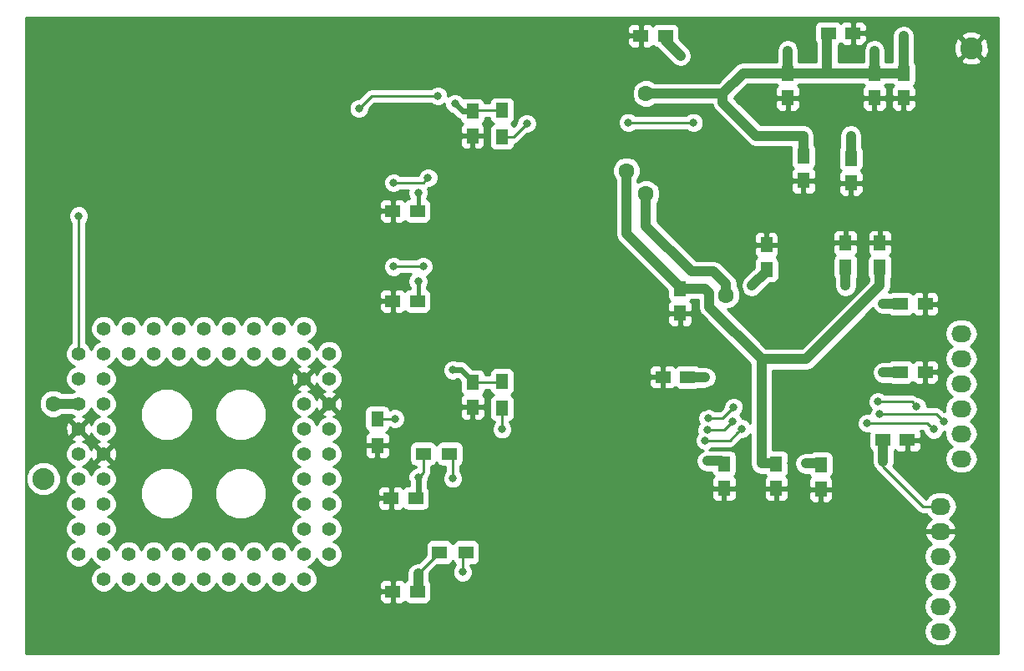
<source format=gbr>
G04 #@! TF.GenerationSoftware,KiCad,Pcbnew,(2017-11-24 revision a01d81e4b)-master*
G04 #@! TF.CreationDate,2018-01-27T17:30:05+01:00*
G04 #@! TF.ProjectId,phram_1,706872616D5F312E6B696361645F7063,rev?*
G04 #@! TF.SameCoordinates,Original*
G04 #@! TF.FileFunction,Copper,L2,Bot,Signal*
G04 #@! TF.FilePolarity,Positive*
%FSLAX46Y46*%
G04 Gerber Fmt 4.6, Leading zero omitted, Abs format (unit mm)*
G04 Created by KiCad (PCBNEW (2017-11-24 revision a01d81e4b)-master) date Sat Jan 27 17:30:05 2018*
%MOMM*%
%LPD*%
G01*
G04 APERTURE LIST*
%ADD10C,1.400000*%
%ADD11R,1.500000X1.300000*%
%ADD12R,1.300000X1.500000*%
%ADD13R,1.500000X1.250000*%
%ADD14R,1.250000X1.500000*%
%ADD15O,2.032000X1.727200*%
%ADD16C,2.235200*%
%ADD17C,0.800000*%
%ADD18C,1.600000*%
%ADD19C,0.254000*%
%ADD20C,0.400000*%
%ADD21C,1.000000*%
%ADD22C,0.600000*%
G04 APERTURE END LIST*
D10*
X68780000Y-82305000D03*
X66240000Y-84845000D03*
X66240000Y-82305000D03*
X63700000Y-84845000D03*
X63700000Y-82305000D03*
X61160000Y-84845000D03*
X61160000Y-82305000D03*
X58620000Y-84845000D03*
X58620000Y-82305000D03*
X56080000Y-84845000D03*
X58620000Y-87385000D03*
X56080000Y-87385000D03*
X58620000Y-89925000D03*
X56080000Y-89925000D03*
X58620000Y-92465000D03*
X56080000Y-92465000D03*
X58620000Y-95005000D03*
X56080000Y-95005000D03*
X58620000Y-97545000D03*
X56080000Y-97545000D03*
X58620000Y-100085000D03*
X56080000Y-100085000D03*
X58620000Y-102625000D03*
X56080000Y-102625000D03*
X58620000Y-105165000D03*
X56080000Y-105165000D03*
X58620000Y-107705000D03*
X61160000Y-105165000D03*
X61160000Y-107705000D03*
X63700000Y-105165000D03*
X63700000Y-107705000D03*
X66240000Y-105165000D03*
X66240000Y-107705000D03*
X68780000Y-105165000D03*
X68780000Y-107705000D03*
X71320000Y-105165000D03*
X71320000Y-107705000D03*
X73860000Y-105165000D03*
X73860000Y-107705000D03*
X76400000Y-105165000D03*
X76400000Y-107705000D03*
X78940000Y-105165000D03*
X78940000Y-107705000D03*
X81480000Y-105165000D03*
X78940000Y-102625000D03*
X81480000Y-102625000D03*
X78940000Y-100085000D03*
X81480000Y-100085000D03*
X78940000Y-97545000D03*
X81480000Y-97545000D03*
X78940000Y-95005000D03*
X81480000Y-95005000D03*
X78940000Y-92465000D03*
X81480000Y-92465000D03*
X78940000Y-89925000D03*
X81480000Y-89925000D03*
X78940000Y-87385000D03*
X81480000Y-87385000D03*
X78940000Y-84845000D03*
X81480000Y-84845000D03*
X78940000Y-82305000D03*
X76400000Y-84845000D03*
X76400000Y-82305000D03*
X73860000Y-84845000D03*
X73860000Y-82305000D03*
X71320000Y-84845000D03*
X71320000Y-82305000D03*
X68780000Y-84845000D03*
D11*
X95350000Y-105000000D03*
X92650000Y-105000000D03*
X93700000Y-95000000D03*
X91000000Y-95000000D03*
D12*
X99000000Y-90350000D03*
X99000000Y-87650000D03*
X99000000Y-62850000D03*
X99000000Y-60150000D03*
D13*
X117800000Y-87200000D03*
X115300000Y-87200000D03*
X90250000Y-99500000D03*
X87750000Y-99500000D03*
X90424000Y-70358000D03*
X87924000Y-70358000D03*
D14*
X96000000Y-60250000D03*
X96000000Y-62750000D03*
D13*
X115570000Y-52578000D03*
X113070000Y-52578000D03*
X90424000Y-79502000D03*
X87924000Y-79502000D03*
D14*
X125800000Y-76300000D03*
X125800000Y-73800000D03*
X96012000Y-87750000D03*
X96012000Y-90250000D03*
X129555000Y-64790000D03*
X129555000Y-67290000D03*
X134355000Y-65024000D03*
X134355000Y-67524000D03*
X136755000Y-56388000D03*
X136755000Y-58888000D03*
X139700000Y-56388000D03*
X139700000Y-58888000D03*
X121500000Y-96000000D03*
X121500000Y-98500000D03*
X133800000Y-76100000D03*
X133800000Y-73600000D03*
D13*
X132080000Y-52324000D03*
X134580000Y-52324000D03*
D14*
X127955000Y-56388000D03*
X127955000Y-58888000D03*
D13*
X139400000Y-86700000D03*
X141900000Y-86700000D03*
X90424000Y-108966000D03*
X87924000Y-108966000D03*
D14*
X137300000Y-76100000D03*
X137300000Y-73600000D03*
D13*
X139400000Y-79800000D03*
X141900000Y-79800000D03*
D14*
X126800000Y-96000000D03*
X126800000Y-98500000D03*
X131300000Y-96100000D03*
X131300000Y-98600000D03*
X117045000Y-78245000D03*
X117045000Y-80745000D03*
D15*
X143415000Y-100330000D03*
X143415000Y-102870000D03*
X143415000Y-105410000D03*
X143415000Y-107950000D03*
X143415000Y-110490000D03*
X143415000Y-113030000D03*
D13*
X137600000Y-93600000D03*
X140100000Y-93600000D03*
D15*
X145542000Y-82804000D03*
X145542000Y-85344000D03*
X145542000Y-87884000D03*
X145542000Y-90424000D03*
X145542000Y-92964000D03*
X145542000Y-95504000D03*
D16*
X146558000Y-53848000D03*
D12*
X86360000Y-94140000D03*
X86360000Y-91440000D03*
D16*
X52500000Y-97545000D03*
D17*
X90500000Y-77500000D03*
X90500000Y-68500000D03*
X139700000Y-52620000D03*
X136755000Y-54102000D03*
X127955000Y-54102000D03*
X131955000Y-54102000D03*
X134355000Y-62738000D03*
X129555000Y-62738000D03*
X124755000Y-62738000D03*
X117094000Y-54610000D03*
D18*
X113600000Y-58450000D03*
X113600000Y-68616397D03*
X121700000Y-78900000D03*
D17*
X90500000Y-107135000D03*
X90500000Y-97375000D03*
X94000000Y-86500000D03*
X94228904Y-59482072D03*
X137630000Y-86745000D03*
X137630000Y-79745000D03*
X119596000Y-87245000D03*
X119805000Y-95720000D03*
X129805000Y-95974000D03*
X133805000Y-77940000D03*
X124305000Y-77940000D03*
X137630000Y-95745000D03*
X137675896Y-98925101D03*
X133264319Y-96132275D03*
X88138000Y-92835000D03*
X96520000Y-55372000D03*
X87884000Y-83405000D03*
D18*
X105400000Y-55950000D03*
D17*
X140745037Y-88385209D03*
X116500000Y-96300000D03*
X119558858Y-90283775D03*
X134355000Y-54000000D03*
X129555000Y-54000000D03*
X123955000Y-54000000D03*
X138355000Y-65800000D03*
X136755000Y-65800000D03*
X131955000Y-65900000D03*
X127955000Y-66000000D03*
X117555000Y-66000000D03*
X123305000Y-74400000D03*
X88000000Y-112985000D03*
X86420000Y-104500000D03*
X88000000Y-74425000D03*
X88000000Y-65695000D03*
D18*
X64000000Y-57500000D03*
X75000000Y-57350000D03*
D17*
X119596000Y-83245000D03*
X128305000Y-95974000D03*
X140932000Y-77686000D03*
X119215000Y-74765000D03*
D18*
X56080000Y-61065000D03*
X111615300Y-66299035D03*
D17*
X119596000Y-78245000D03*
X125305000Y-95974000D03*
X137305000Y-77940000D03*
X111800000Y-61400000D03*
X118400000Y-61400000D03*
D18*
X53500000Y-89925000D03*
D17*
X84500725Y-59969856D03*
X92494210Y-58705325D03*
X56080000Y-70860000D03*
X123277005Y-92460216D03*
X142742213Y-92513827D03*
X136000000Y-91900000D03*
X119584157Y-93645736D03*
X141027590Y-90197368D03*
X122460141Y-90288260D03*
X137100000Y-89700000D03*
X119867422Y-91379621D03*
X143761611Y-91703143D03*
X122358488Y-91735609D03*
X137300000Y-91000000D03*
X119800000Y-92600000D03*
X91000000Y-76000000D03*
X88000000Y-76000000D03*
X91500000Y-67000000D03*
X87995000Y-67500000D03*
X95000000Y-107000000D03*
X94000000Y-97500000D03*
X99000000Y-92500000D03*
X101500000Y-61500000D03*
X88138000Y-91440000D03*
D19*
X137630000Y-95745000D02*
X137630000Y-96310685D01*
X137630000Y-96310685D02*
X141649315Y-100330000D01*
X141649315Y-100330000D02*
X142145000Y-100330000D01*
X142145000Y-100330000D02*
X143415000Y-100330000D01*
D20*
X90500000Y-77500000D02*
X90500000Y-79426000D01*
D19*
X90500000Y-79426000D02*
X90424000Y-79502000D01*
D20*
X90500000Y-68500000D02*
X90500000Y-70282000D01*
D19*
X90500000Y-70282000D02*
X90424000Y-70358000D01*
D21*
X90500000Y-107135000D02*
X90500000Y-108890000D01*
X90500000Y-108890000D02*
X90424000Y-108966000D01*
X131955000Y-54102000D02*
X131955000Y-52449000D01*
X131955000Y-52449000D02*
X132080000Y-52324000D01*
X129555000Y-64790000D02*
X129555000Y-62738000D01*
X134355000Y-65024000D02*
X134355000Y-62738000D01*
X127955000Y-56388000D02*
X132080000Y-56388000D01*
X132080000Y-56388000D02*
X136755000Y-56388000D01*
X131955000Y-54102000D02*
X131955000Y-56263000D01*
X131955000Y-56263000D02*
X132080000Y-56388000D01*
X127955000Y-56388000D02*
X127955000Y-54102000D01*
X123444000Y-56388000D02*
X127955000Y-56388000D01*
X124755000Y-62738000D02*
X121385643Y-59368643D01*
X121385643Y-58453643D02*
X121382000Y-58450000D01*
X121385643Y-59368643D02*
X121385643Y-58453643D01*
X129555000Y-62738000D02*
X124755000Y-62738000D01*
X139700000Y-52620000D02*
X139700000Y-56388000D01*
X136755000Y-54102000D02*
X136755000Y-56388000D01*
X136755000Y-56388000D02*
X139700000Y-56388000D01*
X121382000Y-58450000D02*
X123444000Y-56388000D01*
X113600000Y-58450000D02*
X121382000Y-58450000D01*
X117094000Y-54610000D02*
X115570000Y-53086000D01*
D19*
X115570000Y-53086000D02*
X115570000Y-52578000D01*
D21*
X113600000Y-68616397D02*
X113600000Y-71877887D01*
X113600000Y-71877887D02*
X118222113Y-76500000D01*
X121700000Y-78900000D02*
X121700000Y-77768630D01*
X121700000Y-77768630D02*
X120431370Y-76500000D01*
X120431370Y-76500000D02*
X118222113Y-76500000D01*
X137630000Y-95745000D02*
X137630000Y-93630000D01*
D19*
X137630000Y-93630000D02*
X137600000Y-93600000D01*
D21*
X119596000Y-87245000D02*
X117845000Y-87245000D01*
X117845000Y-87245000D02*
X117800000Y-87200000D01*
X119805000Y-95720000D02*
X121220000Y-95720000D01*
X121220000Y-95720000D02*
X121500000Y-96000000D01*
X129805000Y-95974000D02*
X131174000Y-95974000D01*
X131174000Y-95974000D02*
X131300000Y-96100000D01*
X137630000Y-86745000D02*
X139355000Y-86745000D01*
X139355000Y-86745000D02*
X139400000Y-86700000D01*
X137630000Y-79745000D02*
X139345000Y-79745000D01*
X139345000Y-79745000D02*
X139400000Y-79800000D01*
X125800000Y-76300000D02*
X125800000Y-76445000D01*
X125800000Y-76445000D02*
X124305000Y-77940000D01*
X133805000Y-77940000D02*
X133805000Y-76105000D01*
X133805000Y-76105000D02*
X133800000Y-76100000D01*
D19*
X90500000Y-107135000D02*
X92635000Y-105000000D01*
X92635000Y-105000000D02*
X92650000Y-105000000D01*
D22*
X90500000Y-97375000D02*
X90500000Y-99250000D01*
D19*
X90500000Y-99250000D02*
X90250000Y-99500000D01*
X90500000Y-97375000D02*
X91000000Y-96875000D01*
X91000000Y-96875000D02*
X91000000Y-95000000D01*
X96012000Y-87750000D02*
X98900000Y-87750000D01*
X98900000Y-87750000D02*
X99000000Y-87650000D01*
D22*
X94000000Y-86500000D02*
X94887000Y-86500000D01*
X94887000Y-86500000D02*
X96012000Y-87625000D01*
D19*
X96012000Y-87625000D02*
X96012000Y-87750000D01*
X99000000Y-60150000D02*
X96100000Y-60150000D01*
X96100000Y-60150000D02*
X96000000Y-60250000D01*
D22*
X96000000Y-60250000D02*
X94996832Y-60250000D01*
X94996832Y-60250000D02*
X94228904Y-59482072D01*
D21*
X117045000Y-78120000D02*
X111615300Y-72690300D01*
X111615300Y-72690300D02*
X111615300Y-67430405D01*
X117045000Y-78245000D02*
X117045000Y-78120000D01*
X111615300Y-67430405D02*
X111615300Y-66299035D01*
X125305000Y-85405000D02*
X129840000Y-85405000D01*
X129840000Y-85405000D02*
X137305000Y-77940000D01*
X125305000Y-87005000D02*
X125305000Y-85405000D01*
X125305000Y-85405000D02*
X119995999Y-80095999D01*
X119995999Y-80095999D02*
X119995999Y-78644999D01*
X119995999Y-78644999D02*
X119596000Y-78245000D01*
X137305000Y-77940000D02*
X137305000Y-76105000D01*
X137305000Y-76105000D02*
X137300000Y-76100000D01*
X125305000Y-95974000D02*
X126774000Y-95974000D01*
X126774000Y-95974000D02*
X126800000Y-96000000D01*
X125305000Y-87005000D02*
X125305000Y-95974000D01*
X117045000Y-78245000D02*
X119596000Y-78245000D01*
D19*
X111800000Y-61400000D02*
X118400000Y-61400000D01*
D21*
X56080000Y-89925000D02*
X53500000Y-89925000D01*
D19*
X84900724Y-59569857D02*
X84500725Y-59969856D01*
X85765256Y-58705325D02*
X84900724Y-59569857D01*
X92494210Y-58705325D02*
X85765256Y-58705325D01*
X56080000Y-84845000D02*
X56080000Y-80845000D01*
X56080000Y-80845000D02*
X56080000Y-70860000D01*
X122091485Y-93645736D02*
X122877006Y-92860215D01*
X119584157Y-93645736D02*
X122091485Y-93645736D01*
X122877006Y-92860215D02*
X123277005Y-92460216D01*
X142342214Y-92113828D02*
X142742213Y-92513827D01*
X142128386Y-91900000D02*
X142342214Y-92113828D01*
X136000000Y-91900000D02*
X142128386Y-91900000D01*
X137100000Y-89700000D02*
X140530222Y-89700000D01*
X140530222Y-89700000D02*
X140627591Y-89797369D01*
X140627591Y-89797369D02*
X141027590Y-90197368D01*
X122060142Y-90688259D02*
X122460141Y-90288260D01*
X119867422Y-91379621D02*
X121368780Y-91379621D01*
X121368780Y-91379621D02*
X122060142Y-90688259D01*
X143361612Y-91303144D02*
X143761611Y-91703143D01*
X143058468Y-91000000D02*
X143361612Y-91303144D01*
X137300000Y-91000000D02*
X143058468Y-91000000D01*
X121958489Y-92135608D02*
X122358488Y-91735609D01*
X119800000Y-92600000D02*
X121494097Y-92600000D01*
X121494097Y-92600000D02*
X121958489Y-92135608D01*
X88000000Y-76000000D02*
X91000000Y-76000000D01*
X91000000Y-67500000D02*
X91500000Y-67000000D01*
X87995000Y-67500000D02*
X91000000Y-67500000D01*
X95000000Y-107000000D02*
X95000000Y-105350000D01*
X95000000Y-105350000D02*
X95350000Y-105000000D01*
X94000000Y-97500000D02*
X94000000Y-95300000D01*
X94000000Y-95300000D02*
X93700000Y-95000000D01*
X99000000Y-92500000D02*
X99000000Y-90350000D01*
X101500000Y-61500000D02*
X100150000Y-62850000D01*
X100150000Y-62850000D02*
X99000000Y-62850000D01*
X88138000Y-91440000D02*
X86360000Y-91440000D01*
G36*
X149290000Y-115290000D02*
X50710000Y-115290000D01*
X50710000Y-109251750D01*
X86539000Y-109251750D01*
X86539000Y-109717310D01*
X86635673Y-109950699D01*
X86814302Y-110129327D01*
X87047691Y-110226000D01*
X87638250Y-110226000D01*
X87797000Y-110067250D01*
X87797000Y-109093000D01*
X86697750Y-109093000D01*
X86539000Y-109251750D01*
X50710000Y-109251750D01*
X50710000Y-97892084D01*
X50747097Y-97892084D01*
X51013352Y-98536471D01*
X51505936Y-99029915D01*
X52149857Y-99297295D01*
X52847084Y-99297903D01*
X53491471Y-99031648D01*
X53984915Y-98539064D01*
X54252295Y-97895143D01*
X54252903Y-97197916D01*
X53986648Y-96553529D01*
X53494064Y-96060085D01*
X52850143Y-95792705D01*
X52152916Y-95792097D01*
X51508529Y-96058352D01*
X51015085Y-96550936D01*
X50747705Y-97194857D01*
X50747097Y-97892084D01*
X50710000Y-97892084D01*
X50710000Y-95269383D01*
X54744769Y-95269383D01*
X54947582Y-95760229D01*
X55322796Y-96136098D01*
X55657527Y-96275091D01*
X55324771Y-96412582D01*
X54948902Y-96787796D01*
X54745232Y-97278287D01*
X54744769Y-97809383D01*
X54947582Y-98300229D01*
X55322796Y-98676098D01*
X55657527Y-98815091D01*
X55324771Y-98952582D01*
X54948902Y-99327796D01*
X54745232Y-99818287D01*
X54744769Y-100349383D01*
X54947582Y-100840229D01*
X55322796Y-101216098D01*
X55657527Y-101355091D01*
X55324771Y-101492582D01*
X54948902Y-101867796D01*
X54745232Y-102358287D01*
X54744769Y-102889383D01*
X54947582Y-103380229D01*
X55322796Y-103756098D01*
X55657527Y-103895091D01*
X55324771Y-104032582D01*
X54948902Y-104407796D01*
X54745232Y-104898287D01*
X54744769Y-105429383D01*
X54947582Y-105920229D01*
X55322796Y-106296098D01*
X55813287Y-106499768D01*
X56344383Y-106500231D01*
X56835229Y-106297418D01*
X57211098Y-105922204D01*
X57350091Y-105587473D01*
X57487582Y-105920229D01*
X57862796Y-106296098D01*
X58197527Y-106435091D01*
X57864771Y-106572582D01*
X57488902Y-106947796D01*
X57285232Y-107438287D01*
X57284769Y-107969383D01*
X57487582Y-108460229D01*
X57862796Y-108836098D01*
X58353287Y-109039768D01*
X58884383Y-109040231D01*
X59375229Y-108837418D01*
X59751098Y-108462204D01*
X59890091Y-108127473D01*
X60027582Y-108460229D01*
X60402796Y-108836098D01*
X60893287Y-109039768D01*
X61424383Y-109040231D01*
X61915229Y-108837418D01*
X62291098Y-108462204D01*
X62430091Y-108127473D01*
X62567582Y-108460229D01*
X62942796Y-108836098D01*
X63433287Y-109039768D01*
X63964383Y-109040231D01*
X64455229Y-108837418D01*
X64831098Y-108462204D01*
X64970091Y-108127473D01*
X65107582Y-108460229D01*
X65482796Y-108836098D01*
X65973287Y-109039768D01*
X66504383Y-109040231D01*
X66995229Y-108837418D01*
X67371098Y-108462204D01*
X67510091Y-108127473D01*
X67647582Y-108460229D01*
X68022796Y-108836098D01*
X68513287Y-109039768D01*
X69044383Y-109040231D01*
X69535229Y-108837418D01*
X69911098Y-108462204D01*
X70050091Y-108127473D01*
X70187582Y-108460229D01*
X70562796Y-108836098D01*
X71053287Y-109039768D01*
X71584383Y-109040231D01*
X72075229Y-108837418D01*
X72451098Y-108462204D01*
X72590091Y-108127473D01*
X72727582Y-108460229D01*
X73102796Y-108836098D01*
X73593287Y-109039768D01*
X74124383Y-109040231D01*
X74615229Y-108837418D01*
X74991098Y-108462204D01*
X75130091Y-108127473D01*
X75267582Y-108460229D01*
X75642796Y-108836098D01*
X76133287Y-109039768D01*
X76664383Y-109040231D01*
X77155229Y-108837418D01*
X77531098Y-108462204D01*
X77670091Y-108127473D01*
X77807582Y-108460229D01*
X78182796Y-108836098D01*
X78673287Y-109039768D01*
X79204383Y-109040231D01*
X79695229Y-108837418D01*
X80071098Y-108462204D01*
X80173874Y-108214690D01*
X86539000Y-108214690D01*
X86539000Y-108680250D01*
X86697750Y-108839000D01*
X87797000Y-108839000D01*
X87797000Y-107864750D01*
X88051000Y-107864750D01*
X88051000Y-108839000D01*
X88071000Y-108839000D01*
X88071000Y-109093000D01*
X88051000Y-109093000D01*
X88051000Y-110067250D01*
X88209750Y-110226000D01*
X88800309Y-110226000D01*
X89033698Y-110129327D01*
X89175346Y-109987680D01*
X89216191Y-110048809D01*
X89426235Y-110189157D01*
X89674000Y-110238440D01*
X91174000Y-110238440D01*
X91421765Y-110189157D01*
X91631809Y-110048809D01*
X91772157Y-109838765D01*
X91821440Y-109591000D01*
X91821440Y-108341000D01*
X91772157Y-108093235D01*
X91635000Y-107887967D01*
X91635000Y-107135000D01*
X91625482Y-107087148D01*
X92415190Y-106297440D01*
X93400000Y-106297440D01*
X93647765Y-106248157D01*
X93857809Y-106107809D01*
X93998157Y-105897765D01*
X94000000Y-105888500D01*
X94001843Y-105897765D01*
X94142191Y-106107809D01*
X94238000Y-106171827D01*
X94238000Y-106298235D01*
X94123081Y-106412954D01*
X93965180Y-106793223D01*
X93964821Y-107204971D01*
X94122058Y-107585515D01*
X94412954Y-107876919D01*
X94793223Y-108034820D01*
X95204971Y-108035179D01*
X95585515Y-107877942D01*
X95876919Y-107587046D01*
X96034820Y-107206777D01*
X96035179Y-106795029D01*
X95877942Y-106414485D01*
X95762000Y-106298341D01*
X95762000Y-106297440D01*
X96100000Y-106297440D01*
X96347765Y-106248157D01*
X96557809Y-106107809D01*
X96698157Y-105897765D01*
X96747440Y-105650000D01*
X96747440Y-105410000D01*
X141731655Y-105410000D01*
X141845729Y-105983489D01*
X142170585Y-106469670D01*
X142485366Y-106680000D01*
X142170585Y-106890330D01*
X141845729Y-107376511D01*
X141731655Y-107950000D01*
X141845729Y-108523489D01*
X142170585Y-109009670D01*
X142485366Y-109220000D01*
X142170585Y-109430330D01*
X141845729Y-109916511D01*
X141731655Y-110490000D01*
X141845729Y-111063489D01*
X142170585Y-111549670D01*
X142485366Y-111760000D01*
X142170585Y-111970330D01*
X141845729Y-112456511D01*
X141731655Y-113030000D01*
X141845729Y-113603489D01*
X142170585Y-114089670D01*
X142656766Y-114414526D01*
X143230255Y-114528600D01*
X143599745Y-114528600D01*
X144173234Y-114414526D01*
X144659415Y-114089670D01*
X144984271Y-113603489D01*
X145098345Y-113030000D01*
X144984271Y-112456511D01*
X144659415Y-111970330D01*
X144344634Y-111760000D01*
X144659415Y-111549670D01*
X144984271Y-111063489D01*
X145098345Y-110490000D01*
X144984271Y-109916511D01*
X144659415Y-109430330D01*
X144344634Y-109220000D01*
X144659415Y-109009670D01*
X144984271Y-108523489D01*
X145098345Y-107950000D01*
X144984271Y-107376511D01*
X144659415Y-106890330D01*
X144344634Y-106680000D01*
X144659415Y-106469670D01*
X144984271Y-105983489D01*
X145098345Y-105410000D01*
X144984271Y-104836511D01*
X144659415Y-104350330D01*
X144349931Y-104143539D01*
X144765732Y-103772036D01*
X145019709Y-103244791D01*
X145022358Y-103229026D01*
X144901217Y-102997000D01*
X143542000Y-102997000D01*
X143542000Y-103017000D01*
X143288000Y-103017000D01*
X143288000Y-102997000D01*
X141928783Y-102997000D01*
X141807642Y-103229026D01*
X141810291Y-103244791D01*
X142064268Y-103772036D01*
X142480069Y-104143539D01*
X142170585Y-104350330D01*
X141845729Y-104836511D01*
X141731655Y-105410000D01*
X96747440Y-105410000D01*
X96747440Y-104350000D01*
X96698157Y-104102235D01*
X96557809Y-103892191D01*
X96347765Y-103751843D01*
X96100000Y-103702560D01*
X94600000Y-103702560D01*
X94352235Y-103751843D01*
X94142191Y-103892191D01*
X94001843Y-104102235D01*
X94000000Y-104111500D01*
X93998157Y-104102235D01*
X93857809Y-103892191D01*
X93647765Y-103751843D01*
X93400000Y-103702560D01*
X91900000Y-103702560D01*
X91652235Y-103751843D01*
X91442191Y-103892191D01*
X91301843Y-104102235D01*
X91252560Y-104350000D01*
X91252560Y-105304810D01*
X90547852Y-106009518D01*
X90500000Y-106000000D01*
X90065654Y-106086397D01*
X89697434Y-106332434D01*
X89451397Y-106700654D01*
X89365000Y-107135000D01*
X89365000Y-107783759D01*
X89216191Y-107883191D01*
X89175346Y-107944320D01*
X89033698Y-107802673D01*
X88800309Y-107706000D01*
X88209750Y-107706000D01*
X88051000Y-107864750D01*
X87797000Y-107864750D01*
X87638250Y-107706000D01*
X87047691Y-107706000D01*
X86814302Y-107802673D01*
X86635673Y-107981301D01*
X86539000Y-108214690D01*
X80173874Y-108214690D01*
X80274768Y-107971713D01*
X80275231Y-107440617D01*
X80072418Y-106949771D01*
X79697204Y-106573902D01*
X79362473Y-106434909D01*
X79695229Y-106297418D01*
X80071098Y-105922204D01*
X80210091Y-105587473D01*
X80347582Y-105920229D01*
X80722796Y-106296098D01*
X81213287Y-106499768D01*
X81744383Y-106500231D01*
X82235229Y-106297418D01*
X82611098Y-105922204D01*
X82814768Y-105431713D01*
X82815231Y-104900617D01*
X82612418Y-104409771D01*
X82237204Y-104033902D01*
X81902473Y-103894909D01*
X82235229Y-103757418D01*
X82611098Y-103382204D01*
X82814768Y-102891713D01*
X82815231Y-102360617D01*
X82612418Y-101869771D01*
X82237204Y-101493902D01*
X81902473Y-101354909D01*
X82235229Y-101217418D01*
X82611098Y-100842204D01*
X82814768Y-100351713D01*
X82815231Y-99820617D01*
X82800825Y-99785750D01*
X86365000Y-99785750D01*
X86365000Y-100251310D01*
X86461673Y-100484699D01*
X86640302Y-100663327D01*
X86873691Y-100760000D01*
X87464250Y-100760000D01*
X87623000Y-100601250D01*
X87623000Y-99627000D01*
X86523750Y-99627000D01*
X86365000Y-99785750D01*
X82800825Y-99785750D01*
X82612418Y-99329771D01*
X82237204Y-98953902D01*
X81902473Y-98814909D01*
X82062736Y-98748690D01*
X86365000Y-98748690D01*
X86365000Y-99214250D01*
X86523750Y-99373000D01*
X87623000Y-99373000D01*
X87623000Y-98398750D01*
X87877000Y-98398750D01*
X87877000Y-99373000D01*
X87897000Y-99373000D01*
X87897000Y-99627000D01*
X87877000Y-99627000D01*
X87877000Y-100601250D01*
X88035750Y-100760000D01*
X88626309Y-100760000D01*
X88859698Y-100663327D01*
X89001346Y-100521680D01*
X89042191Y-100582809D01*
X89252235Y-100723157D01*
X89500000Y-100772440D01*
X91000000Y-100772440D01*
X91247765Y-100723157D01*
X91457809Y-100582809D01*
X91598157Y-100372765D01*
X91647440Y-100125000D01*
X91647440Y-98875000D01*
X91629688Y-98785750D01*
X120240000Y-98785750D01*
X120240000Y-99376309D01*
X120336673Y-99609698D01*
X120515301Y-99788327D01*
X120748690Y-99885000D01*
X121214250Y-99885000D01*
X121373000Y-99726250D01*
X121373000Y-98627000D01*
X121627000Y-98627000D01*
X121627000Y-99726250D01*
X121785750Y-99885000D01*
X122251310Y-99885000D01*
X122484699Y-99788327D01*
X122663327Y-99609698D01*
X122760000Y-99376309D01*
X122760000Y-98785750D01*
X125540000Y-98785750D01*
X125540000Y-99376309D01*
X125636673Y-99609698D01*
X125815301Y-99788327D01*
X126048690Y-99885000D01*
X126514250Y-99885000D01*
X126673000Y-99726250D01*
X126673000Y-98627000D01*
X126927000Y-98627000D01*
X126927000Y-99726250D01*
X127085750Y-99885000D01*
X127551310Y-99885000D01*
X127784699Y-99788327D01*
X127963327Y-99609698D01*
X128060000Y-99376309D01*
X128060000Y-98885750D01*
X130040000Y-98885750D01*
X130040000Y-99476309D01*
X130136673Y-99709698D01*
X130315301Y-99888327D01*
X130548690Y-99985000D01*
X131014250Y-99985000D01*
X131173000Y-99826250D01*
X131173000Y-98727000D01*
X131427000Y-98727000D01*
X131427000Y-99826250D01*
X131585750Y-99985000D01*
X132051310Y-99985000D01*
X132284699Y-99888327D01*
X132463327Y-99709698D01*
X132560000Y-99476309D01*
X132560000Y-98885750D01*
X132401250Y-98727000D01*
X131427000Y-98727000D01*
X131173000Y-98727000D01*
X130198750Y-98727000D01*
X130040000Y-98885750D01*
X128060000Y-98885750D01*
X128060000Y-98785750D01*
X127901250Y-98627000D01*
X126927000Y-98627000D01*
X126673000Y-98627000D01*
X125698750Y-98627000D01*
X125540000Y-98785750D01*
X122760000Y-98785750D01*
X122601250Y-98627000D01*
X121627000Y-98627000D01*
X121373000Y-98627000D01*
X120398750Y-98627000D01*
X120240000Y-98785750D01*
X91629688Y-98785750D01*
X91598157Y-98627235D01*
X91457809Y-98417191D01*
X91435000Y-98401950D01*
X91435000Y-97822171D01*
X91534820Y-97581777D01*
X91534963Y-97417668D01*
X91538816Y-97413815D01*
X91676464Y-97207809D01*
X91703996Y-97166605D01*
X91762000Y-96875000D01*
X91762000Y-96295053D01*
X91997765Y-96248157D01*
X92207809Y-96107809D01*
X92348157Y-95897765D01*
X92350000Y-95888500D01*
X92351843Y-95897765D01*
X92492191Y-96107809D01*
X92702235Y-96248157D01*
X92950000Y-96297440D01*
X93238000Y-96297440D01*
X93238000Y-96798235D01*
X93123081Y-96912954D01*
X92965180Y-97293223D01*
X92964821Y-97704971D01*
X93122058Y-98085515D01*
X93412954Y-98376919D01*
X93793223Y-98534820D01*
X94204971Y-98535179D01*
X94585515Y-98377942D01*
X94876919Y-98087046D01*
X95034820Y-97706777D01*
X95035179Y-97295029D01*
X94877942Y-96914485D01*
X94762000Y-96798341D01*
X94762000Y-96205236D01*
X94907809Y-96107809D01*
X95048157Y-95897765D01*
X95097440Y-95650000D01*
X95097440Y-94350000D01*
X95048157Y-94102235D01*
X94907809Y-93892191D01*
X94697765Y-93751843D01*
X94450000Y-93702560D01*
X92950000Y-93702560D01*
X92702235Y-93751843D01*
X92492191Y-93892191D01*
X92351843Y-94102235D01*
X92350000Y-94111500D01*
X92348157Y-94102235D01*
X92207809Y-93892191D01*
X91997765Y-93751843D01*
X91750000Y-93702560D01*
X90250000Y-93702560D01*
X90002235Y-93751843D01*
X89792191Y-93892191D01*
X89651843Y-94102235D01*
X89602560Y-94350000D01*
X89602560Y-95650000D01*
X89651843Y-95897765D01*
X89792191Y-96107809D01*
X90002235Y-96248157D01*
X90238000Y-96295053D01*
X90238000Y-96363385D01*
X89914485Y-96497058D01*
X89623081Y-96787954D01*
X89465180Y-97168223D01*
X89464821Y-97579971D01*
X89565000Y-97822424D01*
X89565000Y-98227560D01*
X89500000Y-98227560D01*
X89252235Y-98276843D01*
X89042191Y-98417191D01*
X89001346Y-98478320D01*
X88859698Y-98336673D01*
X88626309Y-98240000D01*
X88035750Y-98240000D01*
X87877000Y-98398750D01*
X87623000Y-98398750D01*
X87464250Y-98240000D01*
X86873691Y-98240000D01*
X86640302Y-98336673D01*
X86461673Y-98515301D01*
X86365000Y-98748690D01*
X82062736Y-98748690D01*
X82235229Y-98677418D01*
X82611098Y-98302204D01*
X82814768Y-97811713D01*
X82815231Y-97280617D01*
X82612418Y-96789771D01*
X82237204Y-96413902D01*
X81902473Y-96274909D01*
X82235229Y-96137418D01*
X82611098Y-95762204D01*
X82814768Y-95271713D01*
X82815231Y-94740617D01*
X82685131Y-94425750D01*
X85075000Y-94425750D01*
X85075000Y-95016309D01*
X85171673Y-95249698D01*
X85350301Y-95428327D01*
X85583690Y-95525000D01*
X86074250Y-95525000D01*
X86233000Y-95366250D01*
X86233000Y-94267000D01*
X86487000Y-94267000D01*
X86487000Y-95366250D01*
X86645750Y-95525000D01*
X87136310Y-95525000D01*
X87369699Y-95428327D01*
X87548327Y-95249698D01*
X87645000Y-95016309D01*
X87645000Y-94425750D01*
X87486250Y-94267000D01*
X86487000Y-94267000D01*
X86233000Y-94267000D01*
X85233750Y-94267000D01*
X85075000Y-94425750D01*
X82685131Y-94425750D01*
X82612418Y-94249771D01*
X82237204Y-93873902D01*
X81902473Y-93734909D01*
X82235229Y-93597418D01*
X82611098Y-93222204D01*
X82814768Y-92731713D01*
X82815231Y-92200617D01*
X82612418Y-91709771D01*
X82237204Y-91333902D01*
X81918788Y-91201684D01*
X82173831Y-91096042D01*
X82235669Y-90860275D01*
X82065395Y-90690000D01*
X85062560Y-90690000D01*
X85062560Y-92190000D01*
X85111843Y-92437765D01*
X85252191Y-92647809D01*
X85462235Y-92788157D01*
X85490209Y-92793721D01*
X85350301Y-92851673D01*
X85171673Y-93030302D01*
X85075000Y-93263691D01*
X85075000Y-93854250D01*
X85233750Y-94013000D01*
X86233000Y-94013000D01*
X86233000Y-93993000D01*
X86487000Y-93993000D01*
X86487000Y-94013000D01*
X87486250Y-94013000D01*
X87645000Y-93854250D01*
X87645000Y-93263691D01*
X87548327Y-93030302D01*
X87369699Y-92851673D01*
X87229791Y-92793721D01*
X87257765Y-92788157D01*
X87467809Y-92647809D01*
X87608157Y-92437765D01*
X87625996Y-92348079D01*
X87931223Y-92474820D01*
X88342971Y-92475179D01*
X88723515Y-92317942D01*
X89014919Y-92027046D01*
X89172820Y-91646777D01*
X89173179Y-91235029D01*
X89015942Y-90854485D01*
X88725046Y-90563081D01*
X88659226Y-90535750D01*
X94752000Y-90535750D01*
X94752000Y-91126309D01*
X94848673Y-91359698D01*
X95027301Y-91538327D01*
X95260690Y-91635000D01*
X95726250Y-91635000D01*
X95885000Y-91476250D01*
X95885000Y-90377000D01*
X96139000Y-90377000D01*
X96139000Y-91476250D01*
X96297750Y-91635000D01*
X96763310Y-91635000D01*
X96996699Y-91538327D01*
X97175327Y-91359698D01*
X97272000Y-91126309D01*
X97272000Y-90535750D01*
X97113250Y-90377000D01*
X96139000Y-90377000D01*
X95885000Y-90377000D01*
X94910750Y-90377000D01*
X94752000Y-90535750D01*
X88659226Y-90535750D01*
X88344777Y-90405180D01*
X87933029Y-90404821D01*
X87625953Y-90531702D01*
X87608157Y-90442235D01*
X87467809Y-90232191D01*
X87257765Y-90091843D01*
X87010000Y-90042560D01*
X85710000Y-90042560D01*
X85462235Y-90091843D01*
X85252191Y-90232191D01*
X85111843Y-90442235D01*
X85062560Y-90690000D01*
X82065395Y-90690000D01*
X81480000Y-90104605D01*
X80724331Y-90860275D01*
X80786169Y-91096042D01*
X81062111Y-91193196D01*
X80724771Y-91332582D01*
X80348902Y-91707796D01*
X80209909Y-92042527D01*
X80072418Y-91709771D01*
X79697204Y-91333902D01*
X79362473Y-91194909D01*
X79695229Y-91057418D01*
X80071098Y-90682204D01*
X80203316Y-90363788D01*
X80308958Y-90618831D01*
X80544725Y-90680669D01*
X81300395Y-89925000D01*
X81659605Y-89925000D01*
X82415275Y-90680669D01*
X82651042Y-90618831D01*
X82827419Y-90117878D01*
X82798664Y-89587560D01*
X82651042Y-89231169D01*
X82415275Y-89169331D01*
X81659605Y-89925000D01*
X81300395Y-89925000D01*
X80544725Y-89169331D01*
X80308958Y-89231169D01*
X80211804Y-89507111D01*
X80072418Y-89169771D01*
X79697204Y-88793902D01*
X79378788Y-88661684D01*
X79633831Y-88556042D01*
X79695669Y-88320275D01*
X78940000Y-87564605D01*
X78184331Y-88320275D01*
X78246169Y-88556042D01*
X78522111Y-88653196D01*
X78184771Y-88792582D01*
X77808902Y-89167796D01*
X77605232Y-89658287D01*
X77604769Y-90189383D01*
X77807582Y-90680229D01*
X78182796Y-91056098D01*
X78517527Y-91195091D01*
X78184771Y-91332582D01*
X77808902Y-91707796D01*
X77605232Y-92198287D01*
X77604769Y-92729383D01*
X77807582Y-93220229D01*
X78182796Y-93596098D01*
X78517527Y-93735091D01*
X78184771Y-93872582D01*
X77808902Y-94247796D01*
X77605232Y-94738287D01*
X77604769Y-95269383D01*
X77807582Y-95760229D01*
X78182796Y-96136098D01*
X78517527Y-96275091D01*
X78184771Y-96412582D01*
X77808902Y-96787796D01*
X77605232Y-97278287D01*
X77604769Y-97809383D01*
X77807582Y-98300229D01*
X78182796Y-98676098D01*
X78517527Y-98815091D01*
X78184771Y-98952582D01*
X77808902Y-99327796D01*
X77605232Y-99818287D01*
X77604769Y-100349383D01*
X77807582Y-100840229D01*
X78182796Y-101216098D01*
X78517527Y-101355091D01*
X78184771Y-101492582D01*
X77808902Y-101867796D01*
X77605232Y-102358287D01*
X77604769Y-102889383D01*
X77807582Y-103380229D01*
X78182796Y-103756098D01*
X78517527Y-103895091D01*
X78184771Y-104032582D01*
X77808902Y-104407796D01*
X77669909Y-104742527D01*
X77532418Y-104409771D01*
X77157204Y-104033902D01*
X76666713Y-103830232D01*
X76135617Y-103829769D01*
X75644771Y-104032582D01*
X75268902Y-104407796D01*
X75129909Y-104742527D01*
X74992418Y-104409771D01*
X74617204Y-104033902D01*
X74126713Y-103830232D01*
X73595617Y-103829769D01*
X73104771Y-104032582D01*
X72728902Y-104407796D01*
X72589909Y-104742527D01*
X72452418Y-104409771D01*
X72077204Y-104033902D01*
X71586713Y-103830232D01*
X71055617Y-103829769D01*
X70564771Y-104032582D01*
X70188902Y-104407796D01*
X70049909Y-104742527D01*
X69912418Y-104409771D01*
X69537204Y-104033902D01*
X69046713Y-103830232D01*
X68515617Y-103829769D01*
X68024771Y-104032582D01*
X67648902Y-104407796D01*
X67509909Y-104742527D01*
X67372418Y-104409771D01*
X66997204Y-104033902D01*
X66506713Y-103830232D01*
X65975617Y-103829769D01*
X65484771Y-104032582D01*
X65108902Y-104407796D01*
X64969909Y-104742527D01*
X64832418Y-104409771D01*
X64457204Y-104033902D01*
X63966713Y-103830232D01*
X63435617Y-103829769D01*
X62944771Y-104032582D01*
X62568902Y-104407796D01*
X62429909Y-104742527D01*
X62292418Y-104409771D01*
X61917204Y-104033902D01*
X61426713Y-103830232D01*
X60895617Y-103829769D01*
X60404771Y-104032582D01*
X60028902Y-104407796D01*
X59889909Y-104742527D01*
X59752418Y-104409771D01*
X59377204Y-104033902D01*
X59042473Y-103894909D01*
X59375229Y-103757418D01*
X59751098Y-103382204D01*
X59954768Y-102891713D01*
X59955231Y-102360617D01*
X59752418Y-101869771D01*
X59377204Y-101493902D01*
X59042473Y-101354909D01*
X59375229Y-101217418D01*
X59751098Y-100842204D01*
X59954768Y-100351713D01*
X59955231Y-99820617D01*
X59831777Y-99521834D01*
X62364543Y-99521834D01*
X62764853Y-100490658D01*
X63505443Y-101232542D01*
X64473567Y-101634542D01*
X65521834Y-101635457D01*
X66490658Y-101235147D01*
X67232542Y-100494557D01*
X67634542Y-99526433D01*
X67634546Y-99521834D01*
X69864543Y-99521834D01*
X70264853Y-100490658D01*
X71005443Y-101232542D01*
X71973567Y-101634542D01*
X73021834Y-101635457D01*
X73990658Y-101235147D01*
X74732542Y-100494557D01*
X75134542Y-99526433D01*
X75135457Y-98478166D01*
X74735147Y-97509342D01*
X73994557Y-96767458D01*
X73026433Y-96365458D01*
X71978166Y-96364543D01*
X71009342Y-96764853D01*
X70267458Y-97505443D01*
X69865458Y-98473567D01*
X69864543Y-99521834D01*
X67634546Y-99521834D01*
X67635457Y-98478166D01*
X67235147Y-97509342D01*
X66494557Y-96767458D01*
X65526433Y-96365458D01*
X64478166Y-96364543D01*
X63509342Y-96764853D01*
X62767458Y-97505443D01*
X62365458Y-98473567D01*
X62364543Y-99521834D01*
X59831777Y-99521834D01*
X59752418Y-99329771D01*
X59377204Y-98953902D01*
X59042473Y-98814909D01*
X59375229Y-98677418D01*
X59751098Y-98302204D01*
X59954768Y-97811713D01*
X59955231Y-97280617D01*
X59752418Y-96789771D01*
X59377204Y-96413902D01*
X59058788Y-96281684D01*
X59313831Y-96176042D01*
X59375669Y-95940275D01*
X58620000Y-95184605D01*
X57864331Y-95940275D01*
X57926169Y-96176042D01*
X58202111Y-96273196D01*
X57864771Y-96412582D01*
X57488902Y-96787796D01*
X57349909Y-97122527D01*
X57212418Y-96789771D01*
X56837204Y-96413902D01*
X56502473Y-96274909D01*
X56835229Y-96137418D01*
X57211098Y-95762204D01*
X57343316Y-95443788D01*
X57448958Y-95698831D01*
X57684725Y-95760669D01*
X58440395Y-95005000D01*
X58799605Y-95005000D01*
X59555275Y-95760669D01*
X59791042Y-95698831D01*
X59967419Y-95197878D01*
X59938664Y-94667560D01*
X59791042Y-94311169D01*
X59555275Y-94249331D01*
X58799605Y-95005000D01*
X58440395Y-95005000D01*
X57684725Y-94249331D01*
X57448958Y-94311169D01*
X57351804Y-94587111D01*
X57212418Y-94249771D01*
X56837204Y-93873902D01*
X56518788Y-93741684D01*
X56773831Y-93636042D01*
X56835669Y-93400275D01*
X56080000Y-92644605D01*
X55324331Y-93400275D01*
X55386169Y-93636042D01*
X55662111Y-93733196D01*
X55324771Y-93872582D01*
X54948902Y-94247796D01*
X54745232Y-94738287D01*
X54744769Y-95269383D01*
X50710000Y-95269383D01*
X50710000Y-92272122D01*
X54732581Y-92272122D01*
X54761336Y-92802440D01*
X54908958Y-93158831D01*
X55144725Y-93220669D01*
X55900395Y-92465000D01*
X55144725Y-91709331D01*
X54908958Y-91771169D01*
X54732581Y-92272122D01*
X50710000Y-92272122D01*
X50710000Y-90209187D01*
X52064752Y-90209187D01*
X52282757Y-90736800D01*
X52686077Y-91140824D01*
X53213309Y-91359750D01*
X53784187Y-91360248D01*
X54311800Y-91142243D01*
X54394187Y-91060000D01*
X55332193Y-91060000D01*
X55641212Y-91188316D01*
X55386169Y-91293958D01*
X55324331Y-91529725D01*
X56080000Y-92285395D01*
X56835669Y-91529725D01*
X56773831Y-91293958D01*
X56497889Y-91196804D01*
X56835229Y-91057418D01*
X57211098Y-90682204D01*
X57350091Y-90347473D01*
X57487582Y-90680229D01*
X57862796Y-91056098D01*
X58197527Y-91195091D01*
X57864771Y-91332582D01*
X57488902Y-91707796D01*
X57356684Y-92026212D01*
X57251042Y-91771169D01*
X57015275Y-91709331D01*
X56259605Y-92465000D01*
X57015275Y-93220669D01*
X57251042Y-93158831D01*
X57348196Y-92882889D01*
X57487582Y-93220229D01*
X57862796Y-93596098D01*
X58181212Y-93728316D01*
X57926169Y-93833958D01*
X57864331Y-94069725D01*
X58620000Y-94825395D01*
X59375669Y-94069725D01*
X59313831Y-93833958D01*
X59037889Y-93736804D01*
X59375229Y-93597418D01*
X59751098Y-93222204D01*
X59954768Y-92731713D01*
X59955231Y-92200617D01*
X59752418Y-91709771D01*
X59564809Y-91521834D01*
X62364543Y-91521834D01*
X62764853Y-92490658D01*
X63505443Y-93232542D01*
X64473567Y-93634542D01*
X65521834Y-93635457D01*
X66490658Y-93235147D01*
X67232542Y-92494557D01*
X67634542Y-91526433D01*
X67634546Y-91521834D01*
X69864543Y-91521834D01*
X70264853Y-92490658D01*
X71005443Y-93232542D01*
X71973567Y-93634542D01*
X73021834Y-93635457D01*
X73990658Y-93235147D01*
X74732542Y-92494557D01*
X75134542Y-91526433D01*
X75135457Y-90478166D01*
X74735147Y-89509342D01*
X73994557Y-88767458D01*
X73026433Y-88365458D01*
X71978166Y-88364543D01*
X71009342Y-88764853D01*
X70267458Y-89505443D01*
X69865458Y-90473567D01*
X69864543Y-91521834D01*
X67634546Y-91521834D01*
X67635457Y-90478166D01*
X67235147Y-89509342D01*
X66494557Y-88767458D01*
X65526433Y-88365458D01*
X64478166Y-88364543D01*
X63509342Y-88764853D01*
X62767458Y-89505443D01*
X62365458Y-90473567D01*
X62364543Y-91521834D01*
X59564809Y-91521834D01*
X59377204Y-91333902D01*
X59042473Y-91194909D01*
X59375229Y-91057418D01*
X59751098Y-90682204D01*
X59954768Y-90191713D01*
X59955231Y-89660617D01*
X59752418Y-89169771D01*
X59377204Y-88793902D01*
X59042473Y-88654909D01*
X59375229Y-88517418D01*
X59751098Y-88142204D01*
X59954768Y-87651713D01*
X59955168Y-87192122D01*
X77592581Y-87192122D01*
X77621336Y-87722440D01*
X77768958Y-88078831D01*
X78004725Y-88140669D01*
X78760395Y-87385000D01*
X78004725Y-86629331D01*
X77768958Y-86691169D01*
X77592581Y-87192122D01*
X59955168Y-87192122D01*
X59955231Y-87120617D01*
X59752418Y-86629771D01*
X59377204Y-86253902D01*
X59042473Y-86114909D01*
X59375229Y-85977418D01*
X59751098Y-85602204D01*
X59890091Y-85267473D01*
X60027582Y-85600229D01*
X60402796Y-85976098D01*
X60893287Y-86179768D01*
X61424383Y-86180231D01*
X61915229Y-85977418D01*
X62291098Y-85602204D01*
X62430091Y-85267473D01*
X62567582Y-85600229D01*
X62942796Y-85976098D01*
X63433287Y-86179768D01*
X63964383Y-86180231D01*
X64455229Y-85977418D01*
X64831098Y-85602204D01*
X64970091Y-85267473D01*
X65107582Y-85600229D01*
X65482796Y-85976098D01*
X65973287Y-86179768D01*
X66504383Y-86180231D01*
X66995229Y-85977418D01*
X67371098Y-85602204D01*
X67510091Y-85267473D01*
X67647582Y-85600229D01*
X68022796Y-85976098D01*
X68513287Y-86179768D01*
X69044383Y-86180231D01*
X69535229Y-85977418D01*
X69911098Y-85602204D01*
X70050091Y-85267473D01*
X70187582Y-85600229D01*
X70562796Y-85976098D01*
X71053287Y-86179768D01*
X71584383Y-86180231D01*
X72075229Y-85977418D01*
X72451098Y-85602204D01*
X72590091Y-85267473D01*
X72727582Y-85600229D01*
X73102796Y-85976098D01*
X73593287Y-86179768D01*
X74124383Y-86180231D01*
X74615229Y-85977418D01*
X74991098Y-85602204D01*
X75130091Y-85267473D01*
X75267582Y-85600229D01*
X75642796Y-85976098D01*
X76133287Y-86179768D01*
X76664383Y-86180231D01*
X77155229Y-85977418D01*
X77531098Y-85602204D01*
X77670091Y-85267473D01*
X77807582Y-85600229D01*
X78182796Y-85976098D01*
X78501212Y-86108316D01*
X78246169Y-86213958D01*
X78184331Y-86449725D01*
X78940000Y-87205395D01*
X79695669Y-86449725D01*
X79633831Y-86213958D01*
X79357889Y-86116804D01*
X79695229Y-85977418D01*
X80071098Y-85602204D01*
X80210091Y-85267473D01*
X80347582Y-85600229D01*
X80722796Y-85976098D01*
X81057527Y-86115091D01*
X80724771Y-86252582D01*
X80348902Y-86627796D01*
X80216684Y-86946212D01*
X80111042Y-86691169D01*
X79875275Y-86629331D01*
X79119605Y-87385000D01*
X79875275Y-88140669D01*
X80111042Y-88078831D01*
X80208196Y-87802889D01*
X80347582Y-88140229D01*
X80722796Y-88516098D01*
X81041212Y-88648316D01*
X80786169Y-88753958D01*
X80724331Y-88989725D01*
X81480000Y-89745395D01*
X82235669Y-88989725D01*
X82173831Y-88753958D01*
X81897889Y-88656804D01*
X82235229Y-88517418D01*
X82611098Y-88142204D01*
X82814768Y-87651713D01*
X82815231Y-87120617D01*
X82643490Y-86704971D01*
X92964821Y-86704971D01*
X93122058Y-87085515D01*
X93412954Y-87376919D01*
X93793223Y-87534820D01*
X94204971Y-87535179D01*
X94447424Y-87435000D01*
X94499710Y-87435000D01*
X94739560Y-87674850D01*
X94739560Y-88500000D01*
X94788843Y-88747765D01*
X94929191Y-88957809D01*
X94990320Y-88998654D01*
X94848673Y-89140302D01*
X94752000Y-89373691D01*
X94752000Y-89964250D01*
X94910750Y-90123000D01*
X95885000Y-90123000D01*
X95885000Y-90103000D01*
X96139000Y-90103000D01*
X96139000Y-90123000D01*
X97113250Y-90123000D01*
X97272000Y-89964250D01*
X97272000Y-89373691D01*
X97175327Y-89140302D01*
X97033680Y-88998654D01*
X97094809Y-88957809D01*
X97235157Y-88747765D01*
X97282053Y-88512000D01*
X97724838Y-88512000D01*
X97751843Y-88647765D01*
X97892191Y-88857809D01*
X98102235Y-88998157D01*
X98111500Y-89000000D01*
X98102235Y-89001843D01*
X97892191Y-89142191D01*
X97751843Y-89352235D01*
X97702560Y-89600000D01*
X97702560Y-91100000D01*
X97751843Y-91347765D01*
X97892191Y-91557809D01*
X98102235Y-91698157D01*
X98238000Y-91725162D01*
X98238000Y-91798235D01*
X98123081Y-91912954D01*
X97965180Y-92293223D01*
X97964821Y-92704971D01*
X98122058Y-93085515D01*
X98412954Y-93376919D01*
X98793223Y-93534820D01*
X99204971Y-93535179D01*
X99585515Y-93377942D01*
X99876919Y-93087046D01*
X100034820Y-92706777D01*
X100035179Y-92295029D01*
X99877942Y-91914485D01*
X99762000Y-91798341D01*
X99762000Y-91725162D01*
X99897765Y-91698157D01*
X100107809Y-91557809D01*
X100248157Y-91347765D01*
X100297440Y-91100000D01*
X100297440Y-89600000D01*
X100248157Y-89352235D01*
X100107809Y-89142191D01*
X99897765Y-89001843D01*
X99888500Y-89000000D01*
X99897765Y-88998157D01*
X100107809Y-88857809D01*
X100248157Y-88647765D01*
X100297440Y-88400000D01*
X100297440Y-87485750D01*
X113915000Y-87485750D01*
X113915000Y-87951310D01*
X114011673Y-88184699D01*
X114190302Y-88363327D01*
X114423691Y-88460000D01*
X115014250Y-88460000D01*
X115173000Y-88301250D01*
X115173000Y-87327000D01*
X114073750Y-87327000D01*
X113915000Y-87485750D01*
X100297440Y-87485750D01*
X100297440Y-86900000D01*
X100248157Y-86652235D01*
X100112152Y-86448690D01*
X113915000Y-86448690D01*
X113915000Y-86914250D01*
X114073750Y-87073000D01*
X115173000Y-87073000D01*
X115173000Y-86098750D01*
X115427000Y-86098750D01*
X115427000Y-87073000D01*
X115447000Y-87073000D01*
X115447000Y-87327000D01*
X115427000Y-87327000D01*
X115427000Y-88301250D01*
X115585750Y-88460000D01*
X116176309Y-88460000D01*
X116409698Y-88363327D01*
X116551346Y-88221680D01*
X116592191Y-88282809D01*
X116802235Y-88423157D01*
X117050000Y-88472440D01*
X118550000Y-88472440D01*
X118797765Y-88423157D01*
X118862354Y-88380000D01*
X119596000Y-88380000D01*
X120030346Y-88293603D01*
X120398566Y-88047566D01*
X120644603Y-87679346D01*
X120731000Y-87245000D01*
X120644603Y-86810654D01*
X120398566Y-86442434D01*
X120030346Y-86196397D01*
X119596000Y-86110000D01*
X118997047Y-86110000D01*
X118797765Y-85976843D01*
X118550000Y-85927560D01*
X117050000Y-85927560D01*
X116802235Y-85976843D01*
X116592191Y-86117191D01*
X116551346Y-86178320D01*
X116409698Y-86036673D01*
X116176309Y-85940000D01*
X115585750Y-85940000D01*
X115427000Y-86098750D01*
X115173000Y-86098750D01*
X115014250Y-85940000D01*
X114423691Y-85940000D01*
X114190302Y-86036673D01*
X114011673Y-86215301D01*
X113915000Y-86448690D01*
X100112152Y-86448690D01*
X100107809Y-86442191D01*
X99897765Y-86301843D01*
X99650000Y-86252560D01*
X98350000Y-86252560D01*
X98102235Y-86301843D01*
X97892191Y-86442191D01*
X97751843Y-86652235D01*
X97702560Y-86900000D01*
X97702560Y-86988000D01*
X97282053Y-86988000D01*
X97235157Y-86752235D01*
X97094809Y-86542191D01*
X96884765Y-86401843D01*
X96637000Y-86352560D01*
X96061850Y-86352560D01*
X95548145Y-85838855D01*
X95244809Y-85636173D01*
X94887000Y-85565000D01*
X94447171Y-85565000D01*
X94206777Y-85465180D01*
X93795029Y-85464821D01*
X93414485Y-85622058D01*
X93123081Y-85912954D01*
X92965180Y-86293223D01*
X92964821Y-86704971D01*
X82643490Y-86704971D01*
X82612418Y-86629771D01*
X82237204Y-86253902D01*
X81902473Y-86114909D01*
X82235229Y-85977418D01*
X82611098Y-85602204D01*
X82814768Y-85111713D01*
X82815231Y-84580617D01*
X82612418Y-84089771D01*
X82237204Y-83713902D01*
X81746713Y-83510232D01*
X81215617Y-83509769D01*
X80724771Y-83712582D01*
X80348902Y-84087796D01*
X80209909Y-84422527D01*
X80072418Y-84089771D01*
X79697204Y-83713902D01*
X79362473Y-83574909D01*
X79695229Y-83437418D01*
X80071098Y-83062204D01*
X80274768Y-82571713D01*
X80275231Y-82040617D01*
X80072418Y-81549771D01*
X79697204Y-81173902D01*
X79352457Y-81030750D01*
X115785000Y-81030750D01*
X115785000Y-81621309D01*
X115881673Y-81854698D01*
X116060301Y-82033327D01*
X116293690Y-82130000D01*
X116759250Y-82130000D01*
X116918000Y-81971250D01*
X116918000Y-80872000D01*
X117172000Y-80872000D01*
X117172000Y-81971250D01*
X117330750Y-82130000D01*
X117796310Y-82130000D01*
X118029699Y-82033327D01*
X118208327Y-81854698D01*
X118305000Y-81621309D01*
X118305000Y-81030750D01*
X118146250Y-80872000D01*
X117172000Y-80872000D01*
X116918000Y-80872000D01*
X115943750Y-80872000D01*
X115785000Y-81030750D01*
X79352457Y-81030750D01*
X79206713Y-80970232D01*
X78675617Y-80969769D01*
X78184771Y-81172582D01*
X77808902Y-81547796D01*
X77669909Y-81882527D01*
X77532418Y-81549771D01*
X77157204Y-81173902D01*
X76666713Y-80970232D01*
X76135617Y-80969769D01*
X75644771Y-81172582D01*
X75268902Y-81547796D01*
X75129909Y-81882527D01*
X74992418Y-81549771D01*
X74617204Y-81173902D01*
X74126713Y-80970232D01*
X73595617Y-80969769D01*
X73104771Y-81172582D01*
X72728902Y-81547796D01*
X72589909Y-81882527D01*
X72452418Y-81549771D01*
X72077204Y-81173902D01*
X71586713Y-80970232D01*
X71055617Y-80969769D01*
X70564771Y-81172582D01*
X70188902Y-81547796D01*
X70049909Y-81882527D01*
X69912418Y-81549771D01*
X69537204Y-81173902D01*
X69046713Y-80970232D01*
X68515617Y-80969769D01*
X68024771Y-81172582D01*
X67648902Y-81547796D01*
X67509909Y-81882527D01*
X67372418Y-81549771D01*
X66997204Y-81173902D01*
X66506713Y-80970232D01*
X65975617Y-80969769D01*
X65484771Y-81172582D01*
X65108902Y-81547796D01*
X64969909Y-81882527D01*
X64832418Y-81549771D01*
X64457204Y-81173902D01*
X63966713Y-80970232D01*
X63435617Y-80969769D01*
X62944771Y-81172582D01*
X62568902Y-81547796D01*
X62429909Y-81882527D01*
X62292418Y-81549771D01*
X61917204Y-81173902D01*
X61426713Y-80970232D01*
X60895617Y-80969769D01*
X60404771Y-81172582D01*
X60028902Y-81547796D01*
X59889909Y-81882527D01*
X59752418Y-81549771D01*
X59377204Y-81173902D01*
X58886713Y-80970232D01*
X58355617Y-80969769D01*
X57864771Y-81172582D01*
X57488902Y-81547796D01*
X57285232Y-82038287D01*
X57284769Y-82569383D01*
X57487582Y-83060229D01*
X57862796Y-83436098D01*
X58197527Y-83575091D01*
X57864771Y-83712582D01*
X57488902Y-84087796D01*
X57349909Y-84422527D01*
X57212418Y-84089771D01*
X56842000Y-83718706D01*
X56842000Y-79787750D01*
X86539000Y-79787750D01*
X86539000Y-80253310D01*
X86635673Y-80486699D01*
X86814302Y-80665327D01*
X87047691Y-80762000D01*
X87638250Y-80762000D01*
X87797000Y-80603250D01*
X87797000Y-79629000D01*
X86697750Y-79629000D01*
X86539000Y-79787750D01*
X56842000Y-79787750D01*
X56842000Y-78750690D01*
X86539000Y-78750690D01*
X86539000Y-79216250D01*
X86697750Y-79375000D01*
X87797000Y-79375000D01*
X87797000Y-78400750D01*
X87638250Y-78242000D01*
X87047691Y-78242000D01*
X86814302Y-78338673D01*
X86635673Y-78517301D01*
X86539000Y-78750690D01*
X56842000Y-78750690D01*
X56842000Y-76204971D01*
X86964821Y-76204971D01*
X87122058Y-76585515D01*
X87412954Y-76876919D01*
X87793223Y-77034820D01*
X88204971Y-77035179D01*
X88585515Y-76877942D01*
X88701659Y-76762000D01*
X89774299Y-76762000D01*
X89623081Y-76912954D01*
X89465180Y-77293223D01*
X89464821Y-77704971D01*
X89622058Y-78085515D01*
X89665000Y-78128532D01*
X89665000Y-78231350D01*
X89426235Y-78278843D01*
X89216191Y-78419191D01*
X89175346Y-78480320D01*
X89033698Y-78338673D01*
X88800309Y-78242000D01*
X88209750Y-78242000D01*
X88051000Y-78400750D01*
X88051000Y-79375000D01*
X88071000Y-79375000D01*
X88071000Y-79629000D01*
X88051000Y-79629000D01*
X88051000Y-80603250D01*
X88209750Y-80762000D01*
X88800309Y-80762000D01*
X89033698Y-80665327D01*
X89175346Y-80523680D01*
X89216191Y-80584809D01*
X89426235Y-80725157D01*
X89674000Y-80774440D01*
X91174000Y-80774440D01*
X91421765Y-80725157D01*
X91631809Y-80584809D01*
X91772157Y-80374765D01*
X91821440Y-80127000D01*
X91821440Y-78877000D01*
X91772157Y-78629235D01*
X91631809Y-78419191D01*
X91421765Y-78278843D01*
X91335000Y-78261585D01*
X91335000Y-78128892D01*
X91376919Y-78087046D01*
X91534820Y-77706777D01*
X91535179Y-77295029D01*
X91395315Y-76956531D01*
X91585515Y-76877942D01*
X91876919Y-76587046D01*
X92034820Y-76206777D01*
X92035179Y-75795029D01*
X91877942Y-75414485D01*
X91587046Y-75123081D01*
X91206777Y-74965180D01*
X90795029Y-74964821D01*
X90414485Y-75122058D01*
X90298341Y-75238000D01*
X88701765Y-75238000D01*
X88587046Y-75123081D01*
X88206777Y-74965180D01*
X87795029Y-74964821D01*
X87414485Y-75122058D01*
X87123081Y-75412954D01*
X86965180Y-75793223D01*
X86964821Y-76204971D01*
X56842000Y-76204971D01*
X56842000Y-71561765D01*
X56956919Y-71447046D01*
X57114820Y-71066777D01*
X57115179Y-70655029D01*
X57110519Y-70643750D01*
X86539000Y-70643750D01*
X86539000Y-71109310D01*
X86635673Y-71342699D01*
X86814302Y-71521327D01*
X87047691Y-71618000D01*
X87638250Y-71618000D01*
X87797000Y-71459250D01*
X87797000Y-70485000D01*
X86697750Y-70485000D01*
X86539000Y-70643750D01*
X57110519Y-70643750D01*
X56957942Y-70274485D01*
X56667046Y-69983081D01*
X56286777Y-69825180D01*
X55875029Y-69824821D01*
X55494485Y-69982058D01*
X55203081Y-70272954D01*
X55045180Y-70653223D01*
X55044821Y-71064971D01*
X55202058Y-71445515D01*
X55318000Y-71561659D01*
X55318000Y-83719341D01*
X54948902Y-84087796D01*
X54745232Y-84578287D01*
X54744769Y-85109383D01*
X54947582Y-85600229D01*
X55322796Y-85976098D01*
X55657527Y-86115091D01*
X55324771Y-86252582D01*
X54948902Y-86627796D01*
X54745232Y-87118287D01*
X54744769Y-87649383D01*
X54947582Y-88140229D01*
X55322796Y-88516098D01*
X55657527Y-88655091D01*
X55331020Y-88790000D01*
X54394606Y-88790000D01*
X54313923Y-88709176D01*
X53786691Y-88490250D01*
X53215813Y-88489752D01*
X52688200Y-88707757D01*
X52284176Y-89111077D01*
X52065250Y-89638309D01*
X52064752Y-90209187D01*
X50710000Y-90209187D01*
X50710000Y-69606690D01*
X86539000Y-69606690D01*
X86539000Y-70072250D01*
X86697750Y-70231000D01*
X87797000Y-70231000D01*
X87797000Y-69256750D01*
X87638250Y-69098000D01*
X87047691Y-69098000D01*
X86814302Y-69194673D01*
X86635673Y-69373301D01*
X86539000Y-69606690D01*
X50710000Y-69606690D01*
X50710000Y-67704971D01*
X86959821Y-67704971D01*
X87117058Y-68085515D01*
X87407954Y-68376919D01*
X87788223Y-68534820D01*
X88199971Y-68535179D01*
X88580515Y-68377942D01*
X88696659Y-68262000D01*
X89478145Y-68262000D01*
X89465180Y-68293223D01*
X89464821Y-68704971D01*
X89622058Y-69085515D01*
X89630701Y-69094173D01*
X89426235Y-69134843D01*
X89216191Y-69275191D01*
X89175346Y-69336320D01*
X89033698Y-69194673D01*
X88800309Y-69098000D01*
X88209750Y-69098000D01*
X88051000Y-69256750D01*
X88051000Y-70231000D01*
X88071000Y-70231000D01*
X88071000Y-70485000D01*
X88051000Y-70485000D01*
X88051000Y-71459250D01*
X88209750Y-71618000D01*
X88800309Y-71618000D01*
X89033698Y-71521327D01*
X89175346Y-71379680D01*
X89216191Y-71440809D01*
X89426235Y-71581157D01*
X89674000Y-71630440D01*
X91174000Y-71630440D01*
X91421765Y-71581157D01*
X91631809Y-71440809D01*
X91772157Y-71230765D01*
X91821440Y-70983000D01*
X91821440Y-69733000D01*
X91772157Y-69485235D01*
X91631809Y-69275191D01*
X91421765Y-69134843D01*
X91344445Y-69119463D01*
X91376919Y-69087046D01*
X91534820Y-68706777D01*
X91535179Y-68295029D01*
X91453005Y-68096152D01*
X91538815Y-68038815D01*
X91542593Y-68035037D01*
X91704971Y-68035179D01*
X92085515Y-67877942D01*
X92376919Y-67587046D01*
X92534820Y-67206777D01*
X92535179Y-66795029D01*
X92447663Y-66583222D01*
X110180052Y-66583222D01*
X110398057Y-67110835D01*
X110480300Y-67193222D01*
X110480300Y-72690300D01*
X110566697Y-73124646D01*
X110799460Y-73473000D01*
X110812734Y-73492866D01*
X115772560Y-78452692D01*
X115772560Y-78995000D01*
X115821843Y-79242765D01*
X115962191Y-79452809D01*
X116023320Y-79493654D01*
X115881673Y-79635302D01*
X115785000Y-79868691D01*
X115785000Y-80459250D01*
X115943750Y-80618000D01*
X116918000Y-80618000D01*
X116918000Y-80598000D01*
X117172000Y-80598000D01*
X117172000Y-80618000D01*
X118146250Y-80618000D01*
X118305000Y-80459250D01*
X118305000Y-79868691D01*
X118208327Y-79635302D01*
X118066680Y-79493654D01*
X118127809Y-79452809D01*
X118176459Y-79380000D01*
X118860999Y-79380000D01*
X118860999Y-80095999D01*
X118947396Y-80530345D01*
X119175683Y-80872000D01*
X119193433Y-80898565D01*
X124170000Y-85875132D01*
X124170000Y-91911132D01*
X124154947Y-91874701D01*
X123864051Y-91583297D01*
X123483782Y-91425396D01*
X123350134Y-91425279D01*
X123236430Y-91150094D01*
X123149263Y-91062775D01*
X123337060Y-90875306D01*
X123494961Y-90495037D01*
X123495320Y-90083289D01*
X123338083Y-89702745D01*
X123047187Y-89411341D01*
X122666918Y-89253440D01*
X122255170Y-89253081D01*
X121874626Y-89410318D01*
X121583222Y-89701214D01*
X121425321Y-90081483D01*
X121425178Y-90245592D01*
X121053150Y-90617621D01*
X120569187Y-90617621D01*
X120454468Y-90502702D01*
X120074199Y-90344801D01*
X119662451Y-90344442D01*
X119281907Y-90501679D01*
X118990503Y-90792575D01*
X118832602Y-91172844D01*
X118832243Y-91584592D01*
X118984078Y-91952063D01*
X118923081Y-92012954D01*
X118765180Y-92393223D01*
X118764821Y-92804971D01*
X118822226Y-92943902D01*
X118707238Y-93058690D01*
X118549337Y-93438959D01*
X118548978Y-93850707D01*
X118706215Y-94231251D01*
X118997111Y-94522655D01*
X119364778Y-94675323D01*
X119002434Y-94917434D01*
X118756397Y-95285654D01*
X118670000Y-95720000D01*
X118756397Y-96154346D01*
X119002434Y-96522566D01*
X119370654Y-96768603D01*
X119805000Y-96855000D01*
X120248446Y-96855000D01*
X120276843Y-96997765D01*
X120417191Y-97207809D01*
X120478320Y-97248654D01*
X120336673Y-97390302D01*
X120240000Y-97623691D01*
X120240000Y-98214250D01*
X120398750Y-98373000D01*
X121373000Y-98373000D01*
X121373000Y-98353000D01*
X121627000Y-98353000D01*
X121627000Y-98373000D01*
X122601250Y-98373000D01*
X122760000Y-98214250D01*
X122760000Y-97623691D01*
X122663327Y-97390302D01*
X122521680Y-97248654D01*
X122582809Y-97207809D01*
X122723157Y-96997765D01*
X122772440Y-96750000D01*
X122772440Y-95250000D01*
X122723157Y-95002235D01*
X122582809Y-94792191D01*
X122372765Y-94651843D01*
X122125000Y-94602560D01*
X121308280Y-94602560D01*
X121220000Y-94585000D01*
X120021261Y-94585000D01*
X120169672Y-94523678D01*
X120285816Y-94407736D01*
X122091485Y-94407736D01*
X122383090Y-94349732D01*
X122630300Y-94184551D01*
X123319598Y-93495253D01*
X123481976Y-93495395D01*
X123862520Y-93338158D01*
X124153924Y-93047262D01*
X124170000Y-93008547D01*
X124170000Y-95974000D01*
X124256397Y-96408346D01*
X124502434Y-96776566D01*
X124870654Y-97022603D01*
X125305000Y-97109000D01*
X125651168Y-97109000D01*
X125717191Y-97207809D01*
X125778320Y-97248654D01*
X125636673Y-97390302D01*
X125540000Y-97623691D01*
X125540000Y-98214250D01*
X125698750Y-98373000D01*
X126673000Y-98373000D01*
X126673000Y-98353000D01*
X126927000Y-98353000D01*
X126927000Y-98373000D01*
X127901250Y-98373000D01*
X128060000Y-98214250D01*
X128060000Y-97623691D01*
X127963327Y-97390302D01*
X127821680Y-97248654D01*
X127882809Y-97207809D01*
X128023157Y-96997765D01*
X128072440Y-96750000D01*
X128072440Y-95974000D01*
X128670000Y-95974000D01*
X128756397Y-96408346D01*
X129002434Y-96776566D01*
X129370654Y-97022603D01*
X129805000Y-97109000D01*
X130084350Y-97109000D01*
X130217191Y-97307809D01*
X130278320Y-97348654D01*
X130136673Y-97490302D01*
X130040000Y-97723691D01*
X130040000Y-98314250D01*
X130198750Y-98473000D01*
X131173000Y-98473000D01*
X131173000Y-98453000D01*
X131427000Y-98453000D01*
X131427000Y-98473000D01*
X132401250Y-98473000D01*
X132560000Y-98314250D01*
X132560000Y-97723691D01*
X132463327Y-97490302D01*
X132321680Y-97348654D01*
X132382809Y-97307809D01*
X132523157Y-97097765D01*
X132572440Y-96850000D01*
X132572440Y-95350000D01*
X132523157Y-95102235D01*
X132382809Y-94892191D01*
X132172765Y-94751843D01*
X131925000Y-94702560D01*
X130675000Y-94702560D01*
X130427235Y-94751843D01*
X130296796Y-94839000D01*
X129805000Y-94839000D01*
X129370654Y-94925397D01*
X129002434Y-95171434D01*
X128756397Y-95539654D01*
X128670000Y-95974000D01*
X128072440Y-95974000D01*
X128072440Y-95250000D01*
X128023157Y-95002235D01*
X127882809Y-94792191D01*
X127672765Y-94651843D01*
X127425000Y-94602560D01*
X126440000Y-94602560D01*
X126440000Y-92104971D01*
X134964821Y-92104971D01*
X135122058Y-92485515D01*
X135412954Y-92776919D01*
X135793223Y-92934820D01*
X136204971Y-92935179D01*
X136210974Y-92932699D01*
X136202560Y-92975000D01*
X136202560Y-94225000D01*
X136251843Y-94472765D01*
X136392191Y-94682809D01*
X136495000Y-94751504D01*
X136495000Y-95745000D01*
X136581397Y-96179346D01*
X136827434Y-96547566D01*
X136939449Y-96622412D01*
X137036366Y-96767458D01*
X137091185Y-96849500D01*
X141110500Y-100868816D01*
X141258692Y-100967834D01*
X141357710Y-101033996D01*
X141649315Y-101092000D01*
X141971688Y-101092000D01*
X142170585Y-101389670D01*
X142480069Y-101596461D01*
X142064268Y-101967964D01*
X141810291Y-102495209D01*
X141807642Y-102510974D01*
X141928783Y-102743000D01*
X143288000Y-102743000D01*
X143288000Y-102723000D01*
X143542000Y-102723000D01*
X143542000Y-102743000D01*
X144901217Y-102743000D01*
X145022358Y-102510974D01*
X145019709Y-102495209D01*
X144765732Y-101967964D01*
X144349931Y-101596461D01*
X144659415Y-101389670D01*
X144984271Y-100903489D01*
X145098345Y-100330000D01*
X144984271Y-99756511D01*
X144659415Y-99270330D01*
X144173234Y-98945474D01*
X143599745Y-98831400D01*
X143230255Y-98831400D01*
X142656766Y-98945474D01*
X142170585Y-99270330D01*
X141971688Y-99568000D01*
X141964946Y-99568000D01*
X138637623Y-96240677D01*
X138678603Y-96179346D01*
X138765000Y-95745000D01*
X138765000Y-94711413D01*
X138807809Y-94682809D01*
X138848654Y-94621680D01*
X138990302Y-94763327D01*
X139223691Y-94860000D01*
X139814250Y-94860000D01*
X139973000Y-94701250D01*
X139973000Y-93727000D01*
X140227000Y-93727000D01*
X140227000Y-94701250D01*
X140385750Y-94860000D01*
X140976309Y-94860000D01*
X141209698Y-94763327D01*
X141388327Y-94584699D01*
X141485000Y-94351310D01*
X141485000Y-93885750D01*
X141326250Y-93727000D01*
X140227000Y-93727000D01*
X139973000Y-93727000D01*
X139953000Y-93727000D01*
X139953000Y-93473000D01*
X139973000Y-93473000D01*
X139973000Y-93453000D01*
X140227000Y-93453000D01*
X140227000Y-93473000D01*
X141326250Y-93473000D01*
X141485000Y-93314250D01*
X141485000Y-92848690D01*
X141407670Y-92662000D01*
X141707084Y-92662000D01*
X141707034Y-92718798D01*
X141864271Y-93099342D01*
X142155167Y-93390746D01*
X142535436Y-93548647D01*
X142947184Y-93549006D01*
X143327728Y-93391769D01*
X143619132Y-93100873D01*
X143769747Y-92738150D01*
X143903556Y-92738267D01*
X143858655Y-92964000D01*
X143972729Y-93537489D01*
X144297585Y-94023670D01*
X144612366Y-94234000D01*
X144297585Y-94444330D01*
X143972729Y-94930511D01*
X143858655Y-95504000D01*
X143972729Y-96077489D01*
X144297585Y-96563670D01*
X144783766Y-96888526D01*
X145357255Y-97002600D01*
X145726745Y-97002600D01*
X146300234Y-96888526D01*
X146786415Y-96563670D01*
X147111271Y-96077489D01*
X147225345Y-95504000D01*
X147111271Y-94930511D01*
X146786415Y-94444330D01*
X146471634Y-94234000D01*
X146786415Y-94023670D01*
X147111271Y-93537489D01*
X147225345Y-92964000D01*
X147111271Y-92390511D01*
X146786415Y-91904330D01*
X146471634Y-91694000D01*
X146786415Y-91483670D01*
X147111271Y-90997489D01*
X147225345Y-90424000D01*
X147111271Y-89850511D01*
X146786415Y-89364330D01*
X146471634Y-89154000D01*
X146786415Y-88943670D01*
X147111271Y-88457489D01*
X147225345Y-87884000D01*
X147111271Y-87310511D01*
X146786415Y-86824330D01*
X146471634Y-86614000D01*
X146786415Y-86403670D01*
X147111271Y-85917489D01*
X147225345Y-85344000D01*
X147111271Y-84770511D01*
X146786415Y-84284330D01*
X146471634Y-84074000D01*
X146786415Y-83863670D01*
X147111271Y-83377489D01*
X147225345Y-82804000D01*
X147111271Y-82230511D01*
X146786415Y-81744330D01*
X146300234Y-81419474D01*
X145726745Y-81305400D01*
X145357255Y-81305400D01*
X144783766Y-81419474D01*
X144297585Y-81744330D01*
X143972729Y-82230511D01*
X143858655Y-82804000D01*
X143972729Y-83377489D01*
X144297585Y-83863670D01*
X144612366Y-84074000D01*
X144297585Y-84284330D01*
X143972729Y-84770511D01*
X143858655Y-85344000D01*
X143972729Y-85917489D01*
X144297585Y-86403670D01*
X144612366Y-86614000D01*
X144297585Y-86824330D01*
X143972729Y-87310511D01*
X143858655Y-87884000D01*
X143972729Y-88457489D01*
X144297585Y-88943670D01*
X144612366Y-89154000D01*
X144297585Y-89364330D01*
X143972729Y-89850511D01*
X143858655Y-90424000D01*
X143907243Y-90668270D01*
X143804279Y-90668180D01*
X143597283Y-90461185D01*
X143541632Y-90424000D01*
X143350073Y-90296004D01*
X143058468Y-90238000D01*
X142062555Y-90238000D01*
X142062769Y-89992397D01*
X141905532Y-89611853D01*
X141614636Y-89320449D01*
X141234367Y-89162548D01*
X141070257Y-89162405D01*
X141069037Y-89161185D01*
X141048466Y-89147440D01*
X140821827Y-88996004D01*
X140530222Y-88938000D01*
X137801765Y-88938000D01*
X137687046Y-88823081D01*
X137306777Y-88665180D01*
X136895029Y-88664821D01*
X136514485Y-88822058D01*
X136223081Y-89112954D01*
X136065180Y-89493223D01*
X136064821Y-89904971D01*
X136222058Y-90285515D01*
X136401399Y-90465169D01*
X136265180Y-90793223D01*
X136265096Y-90889396D01*
X136206777Y-90865180D01*
X135795029Y-90864821D01*
X135414485Y-91022058D01*
X135123081Y-91312954D01*
X134965180Y-91693223D01*
X134964821Y-92104971D01*
X126440000Y-92104971D01*
X126440000Y-86745000D01*
X136495000Y-86745000D01*
X136581397Y-87179346D01*
X136827434Y-87547566D01*
X137195654Y-87793603D01*
X137630000Y-87880000D01*
X138337646Y-87880000D01*
X138402235Y-87923157D01*
X138650000Y-87972440D01*
X140150000Y-87972440D01*
X140397765Y-87923157D01*
X140607809Y-87782809D01*
X140648654Y-87721680D01*
X140790302Y-87863327D01*
X141023691Y-87960000D01*
X141614250Y-87960000D01*
X141773000Y-87801250D01*
X141773000Y-86827000D01*
X142027000Y-86827000D01*
X142027000Y-87801250D01*
X142185750Y-87960000D01*
X142776309Y-87960000D01*
X143009698Y-87863327D01*
X143188327Y-87684699D01*
X143285000Y-87451310D01*
X143285000Y-86985750D01*
X143126250Y-86827000D01*
X142027000Y-86827000D01*
X141773000Y-86827000D01*
X141753000Y-86827000D01*
X141753000Y-86573000D01*
X141773000Y-86573000D01*
X141773000Y-85598750D01*
X142027000Y-85598750D01*
X142027000Y-86573000D01*
X143126250Y-86573000D01*
X143285000Y-86414250D01*
X143285000Y-85948690D01*
X143188327Y-85715301D01*
X143009698Y-85536673D01*
X142776309Y-85440000D01*
X142185750Y-85440000D01*
X142027000Y-85598750D01*
X141773000Y-85598750D01*
X141614250Y-85440000D01*
X141023691Y-85440000D01*
X140790302Y-85536673D01*
X140648654Y-85678320D01*
X140607809Y-85617191D01*
X140397765Y-85476843D01*
X140150000Y-85427560D01*
X138650000Y-85427560D01*
X138402235Y-85476843D01*
X138202953Y-85610000D01*
X137630000Y-85610000D01*
X137195654Y-85696397D01*
X136827434Y-85942434D01*
X136581397Y-86310654D01*
X136495000Y-86745000D01*
X126440000Y-86745000D01*
X126440000Y-86540000D01*
X129840000Y-86540000D01*
X130274346Y-86453603D01*
X130642566Y-86207566D01*
X136617201Y-80232931D01*
X136827434Y-80547566D01*
X137195654Y-80793603D01*
X137630000Y-80880000D01*
X138190314Y-80880000D01*
X138192191Y-80882809D01*
X138402235Y-81023157D01*
X138650000Y-81072440D01*
X140150000Y-81072440D01*
X140397765Y-81023157D01*
X140607809Y-80882809D01*
X140648654Y-80821680D01*
X140790302Y-80963327D01*
X141023691Y-81060000D01*
X141614250Y-81060000D01*
X141773000Y-80901250D01*
X141773000Y-79927000D01*
X142027000Y-79927000D01*
X142027000Y-80901250D01*
X142185750Y-81060000D01*
X142776309Y-81060000D01*
X143009698Y-80963327D01*
X143188327Y-80784699D01*
X143285000Y-80551310D01*
X143285000Y-80085750D01*
X143126250Y-79927000D01*
X142027000Y-79927000D01*
X141773000Y-79927000D01*
X141753000Y-79927000D01*
X141753000Y-79673000D01*
X141773000Y-79673000D01*
X141773000Y-78698750D01*
X142027000Y-78698750D01*
X142027000Y-79673000D01*
X143126250Y-79673000D01*
X143285000Y-79514250D01*
X143285000Y-79048690D01*
X143188327Y-78815301D01*
X143009698Y-78636673D01*
X142776309Y-78540000D01*
X142185750Y-78540000D01*
X142027000Y-78698750D01*
X141773000Y-78698750D01*
X141614250Y-78540000D01*
X141023691Y-78540000D01*
X140790302Y-78636673D01*
X140648654Y-78778320D01*
X140607809Y-78717191D01*
X140397765Y-78576843D01*
X140150000Y-78527560D01*
X138650000Y-78527560D01*
X138402235Y-78576843D01*
X138352612Y-78610000D01*
X138196144Y-78610000D01*
X138353603Y-78374346D01*
X138440000Y-77940000D01*
X138440000Y-77222217D01*
X138523157Y-77097765D01*
X138572440Y-76850000D01*
X138572440Y-75350000D01*
X138523157Y-75102235D01*
X138382809Y-74892191D01*
X138321680Y-74851346D01*
X138463327Y-74709698D01*
X138560000Y-74476309D01*
X138560000Y-73885750D01*
X138401250Y-73727000D01*
X137427000Y-73727000D01*
X137427000Y-73747000D01*
X137173000Y-73747000D01*
X137173000Y-73727000D01*
X136198750Y-73727000D01*
X136040000Y-73885750D01*
X136040000Y-74476309D01*
X136136673Y-74709698D01*
X136278320Y-74851346D01*
X136217191Y-74892191D01*
X136076843Y-75102235D01*
X136027560Y-75350000D01*
X136027560Y-76850000D01*
X136076843Y-77097765D01*
X136170000Y-77237183D01*
X136170000Y-77469868D01*
X129369868Y-84270000D01*
X125775132Y-84270000D01*
X121840254Y-80335122D01*
X121984187Y-80335248D01*
X122511800Y-80117243D01*
X122915824Y-79713923D01*
X123134750Y-79186691D01*
X123135248Y-78615813D01*
X122917243Y-78088200D01*
X122835000Y-78005813D01*
X122835000Y-77940000D01*
X123170000Y-77940000D01*
X123256397Y-78374345D01*
X123502434Y-78742566D01*
X123870655Y-78988603D01*
X124305000Y-79075000D01*
X124739345Y-78988603D01*
X125107566Y-78742566D01*
X126152692Y-77697440D01*
X126425000Y-77697440D01*
X126672765Y-77648157D01*
X126882809Y-77507809D01*
X127023157Y-77297765D01*
X127072440Y-77050000D01*
X127072440Y-75550000D01*
X127032658Y-75350000D01*
X132527560Y-75350000D01*
X132527560Y-76850000D01*
X132576843Y-77097765D01*
X132670000Y-77237183D01*
X132670000Y-77940000D01*
X132756397Y-78374346D01*
X133002434Y-78742566D01*
X133370654Y-78988603D01*
X133805000Y-79075000D01*
X134239346Y-78988603D01*
X134607566Y-78742566D01*
X134853603Y-78374346D01*
X134940000Y-77940000D01*
X134940000Y-77222217D01*
X135023157Y-77097765D01*
X135072440Y-76850000D01*
X135072440Y-75350000D01*
X135023157Y-75102235D01*
X134882809Y-74892191D01*
X134821680Y-74851346D01*
X134963327Y-74709698D01*
X135060000Y-74476309D01*
X135060000Y-73885750D01*
X134901250Y-73727000D01*
X133927000Y-73727000D01*
X133927000Y-73747000D01*
X133673000Y-73747000D01*
X133673000Y-73727000D01*
X132698750Y-73727000D01*
X132540000Y-73885750D01*
X132540000Y-74476309D01*
X132636673Y-74709698D01*
X132778320Y-74851346D01*
X132717191Y-74892191D01*
X132576843Y-75102235D01*
X132527560Y-75350000D01*
X127032658Y-75350000D01*
X127023157Y-75302235D01*
X126882809Y-75092191D01*
X126821680Y-75051346D01*
X126963327Y-74909698D01*
X127060000Y-74676309D01*
X127060000Y-74085750D01*
X126901250Y-73927000D01*
X125927000Y-73927000D01*
X125927000Y-73947000D01*
X125673000Y-73947000D01*
X125673000Y-73927000D01*
X124698750Y-73927000D01*
X124540000Y-74085750D01*
X124540000Y-74676309D01*
X124636673Y-74909698D01*
X124778320Y-75051346D01*
X124717191Y-75092191D01*
X124576843Y-75302235D01*
X124527560Y-75550000D01*
X124527560Y-76112308D01*
X123502434Y-77137434D01*
X123256397Y-77505655D01*
X123170000Y-77940000D01*
X122835000Y-77940000D01*
X122835000Y-77768630D01*
X122748603Y-77334284D01*
X122502566Y-76966064D01*
X121233936Y-75697434D01*
X121151623Y-75642434D01*
X120865716Y-75451397D01*
X120431370Y-75365000D01*
X118692245Y-75365000D01*
X116250936Y-72923691D01*
X124540000Y-72923691D01*
X124540000Y-73514250D01*
X124698750Y-73673000D01*
X125673000Y-73673000D01*
X125673000Y-72573750D01*
X125927000Y-72573750D01*
X125927000Y-73673000D01*
X126901250Y-73673000D01*
X127060000Y-73514250D01*
X127060000Y-72923691D01*
X126977158Y-72723691D01*
X132540000Y-72723691D01*
X132540000Y-73314250D01*
X132698750Y-73473000D01*
X133673000Y-73473000D01*
X133673000Y-72373750D01*
X133927000Y-72373750D01*
X133927000Y-73473000D01*
X134901250Y-73473000D01*
X135060000Y-73314250D01*
X135060000Y-72723691D01*
X136040000Y-72723691D01*
X136040000Y-73314250D01*
X136198750Y-73473000D01*
X137173000Y-73473000D01*
X137173000Y-72373750D01*
X137427000Y-72373750D01*
X137427000Y-73473000D01*
X138401250Y-73473000D01*
X138560000Y-73314250D01*
X138560000Y-72723691D01*
X138463327Y-72490302D01*
X138284699Y-72311673D01*
X138051310Y-72215000D01*
X137585750Y-72215000D01*
X137427000Y-72373750D01*
X137173000Y-72373750D01*
X137014250Y-72215000D01*
X136548690Y-72215000D01*
X136315301Y-72311673D01*
X136136673Y-72490302D01*
X136040000Y-72723691D01*
X135060000Y-72723691D01*
X134963327Y-72490302D01*
X134784699Y-72311673D01*
X134551310Y-72215000D01*
X134085750Y-72215000D01*
X133927000Y-72373750D01*
X133673000Y-72373750D01*
X133514250Y-72215000D01*
X133048690Y-72215000D01*
X132815301Y-72311673D01*
X132636673Y-72490302D01*
X132540000Y-72723691D01*
X126977158Y-72723691D01*
X126963327Y-72690302D01*
X126784699Y-72511673D01*
X126551310Y-72415000D01*
X126085750Y-72415000D01*
X125927000Y-72573750D01*
X125673000Y-72573750D01*
X125514250Y-72415000D01*
X125048690Y-72415000D01*
X124815301Y-72511673D01*
X124636673Y-72690302D01*
X124540000Y-72923691D01*
X116250936Y-72923691D01*
X114735000Y-71407755D01*
X114735000Y-69511003D01*
X114815824Y-69430320D01*
X115034750Y-68903088D01*
X115035248Y-68332210D01*
X114817243Y-67804597D01*
X114588795Y-67575750D01*
X128295000Y-67575750D01*
X128295000Y-68166309D01*
X128391673Y-68399698D01*
X128570301Y-68578327D01*
X128803690Y-68675000D01*
X129269250Y-68675000D01*
X129428000Y-68516250D01*
X129428000Y-67417000D01*
X129682000Y-67417000D01*
X129682000Y-68516250D01*
X129840750Y-68675000D01*
X130306310Y-68675000D01*
X130539699Y-68578327D01*
X130718327Y-68399698D01*
X130815000Y-68166309D01*
X130815000Y-67809750D01*
X133095000Y-67809750D01*
X133095000Y-68400309D01*
X133191673Y-68633698D01*
X133370301Y-68812327D01*
X133603690Y-68909000D01*
X134069250Y-68909000D01*
X134228000Y-68750250D01*
X134228000Y-67651000D01*
X134482000Y-67651000D01*
X134482000Y-68750250D01*
X134640750Y-68909000D01*
X135106310Y-68909000D01*
X135339699Y-68812327D01*
X135518327Y-68633698D01*
X135615000Y-68400309D01*
X135615000Y-67809750D01*
X135456250Y-67651000D01*
X134482000Y-67651000D01*
X134228000Y-67651000D01*
X133253750Y-67651000D01*
X133095000Y-67809750D01*
X130815000Y-67809750D01*
X130815000Y-67575750D01*
X130656250Y-67417000D01*
X129682000Y-67417000D01*
X129428000Y-67417000D01*
X128453750Y-67417000D01*
X128295000Y-67575750D01*
X114588795Y-67575750D01*
X114413923Y-67400573D01*
X113886691Y-67181647D01*
X113315813Y-67181149D01*
X112788200Y-67399154D01*
X112750300Y-67436988D01*
X112750300Y-67193641D01*
X112831124Y-67112958D01*
X113050050Y-66585726D01*
X113050548Y-66014848D01*
X112832543Y-65487235D01*
X112429223Y-65083211D01*
X111901991Y-64864285D01*
X111331113Y-64863787D01*
X110803500Y-65081792D01*
X110399476Y-65485112D01*
X110180550Y-66012344D01*
X110180052Y-66583222D01*
X92447663Y-66583222D01*
X92377942Y-66414485D01*
X92087046Y-66123081D01*
X91706777Y-65965180D01*
X91295029Y-65964821D01*
X90914485Y-66122058D01*
X90623081Y-66412954D01*
X90488111Y-66738000D01*
X88696765Y-66738000D01*
X88582046Y-66623081D01*
X88201777Y-66465180D01*
X87790029Y-66464821D01*
X87409485Y-66622058D01*
X87118081Y-66912954D01*
X86960180Y-67293223D01*
X86959821Y-67704971D01*
X50710000Y-67704971D01*
X50710000Y-63035750D01*
X94740000Y-63035750D01*
X94740000Y-63626309D01*
X94836673Y-63859698D01*
X95015301Y-64038327D01*
X95248690Y-64135000D01*
X95714250Y-64135000D01*
X95873000Y-63976250D01*
X95873000Y-62877000D01*
X96127000Y-62877000D01*
X96127000Y-63976250D01*
X96285750Y-64135000D01*
X96751310Y-64135000D01*
X96984699Y-64038327D01*
X97163327Y-63859698D01*
X97260000Y-63626309D01*
X97260000Y-63035750D01*
X97101250Y-62877000D01*
X96127000Y-62877000D01*
X95873000Y-62877000D01*
X94898750Y-62877000D01*
X94740000Y-63035750D01*
X50710000Y-63035750D01*
X50710000Y-60174827D01*
X83465546Y-60174827D01*
X83622783Y-60555371D01*
X83913679Y-60846775D01*
X84293948Y-61004676D01*
X84705696Y-61005035D01*
X85086240Y-60847798D01*
X85377644Y-60556902D01*
X85535545Y-60176633D01*
X85535688Y-60012523D01*
X86080886Y-59467325D01*
X91792445Y-59467325D01*
X91907164Y-59582244D01*
X92287433Y-59740145D01*
X92699181Y-59740504D01*
X93079725Y-59583267D01*
X93193915Y-59469276D01*
X93193725Y-59687043D01*
X93350962Y-60067587D01*
X93641858Y-60358991D01*
X93884135Y-60459593D01*
X94335687Y-60911145D01*
X94639023Y-61113827D01*
X94754781Y-61136853D01*
X94776843Y-61247765D01*
X94917191Y-61457809D01*
X94978320Y-61498654D01*
X94836673Y-61640302D01*
X94740000Y-61873691D01*
X94740000Y-62464250D01*
X94898750Y-62623000D01*
X95873000Y-62623000D01*
X95873000Y-62603000D01*
X96127000Y-62603000D01*
X96127000Y-62623000D01*
X97101250Y-62623000D01*
X97260000Y-62464250D01*
X97260000Y-61873691D01*
X97163327Y-61640302D01*
X97021680Y-61498654D01*
X97082809Y-61457809D01*
X97223157Y-61247765D01*
X97272440Y-61000000D01*
X97272440Y-60912000D01*
X97704947Y-60912000D01*
X97751843Y-61147765D01*
X97892191Y-61357809D01*
X98102235Y-61498157D01*
X98111500Y-61500000D01*
X98102235Y-61501843D01*
X97892191Y-61642191D01*
X97751843Y-61852235D01*
X97702560Y-62100000D01*
X97702560Y-63600000D01*
X97751843Y-63847765D01*
X97892191Y-64057809D01*
X98102235Y-64198157D01*
X98350000Y-64247440D01*
X99650000Y-64247440D01*
X99897765Y-64198157D01*
X100107809Y-64057809D01*
X100248157Y-63847765D01*
X100297440Y-63600000D01*
X100297440Y-63582672D01*
X100441605Y-63553996D01*
X100688815Y-63388815D01*
X101542593Y-62535037D01*
X101704971Y-62535179D01*
X102085515Y-62377942D01*
X102376919Y-62087046D01*
X102534820Y-61706777D01*
X102534908Y-61604971D01*
X110764821Y-61604971D01*
X110922058Y-61985515D01*
X111212954Y-62276919D01*
X111593223Y-62434820D01*
X112004971Y-62435179D01*
X112385515Y-62277942D01*
X112501659Y-62162000D01*
X117698235Y-62162000D01*
X117812954Y-62276919D01*
X118193223Y-62434820D01*
X118604971Y-62435179D01*
X118985515Y-62277942D01*
X119276919Y-61987046D01*
X119434820Y-61606777D01*
X119435179Y-61195029D01*
X119277942Y-60814485D01*
X118987046Y-60523081D01*
X118606777Y-60365180D01*
X118195029Y-60364821D01*
X117814485Y-60522058D01*
X117698341Y-60638000D01*
X112501765Y-60638000D01*
X112387046Y-60523081D01*
X112006777Y-60365180D01*
X111595029Y-60364821D01*
X111214485Y-60522058D01*
X110923081Y-60812954D01*
X110765180Y-61193223D01*
X110764821Y-61604971D01*
X102534908Y-61604971D01*
X102535179Y-61295029D01*
X102377942Y-60914485D01*
X102087046Y-60623081D01*
X101706777Y-60465180D01*
X101295029Y-60464821D01*
X100914485Y-60622058D01*
X100623081Y-60912954D01*
X100465180Y-61293223D01*
X100465037Y-61457332D01*
X100176851Y-61745519D01*
X100107809Y-61642191D01*
X99897765Y-61501843D01*
X99888500Y-61500000D01*
X99897765Y-61498157D01*
X100107809Y-61357809D01*
X100248157Y-61147765D01*
X100297440Y-60900000D01*
X100297440Y-59400000D01*
X100248157Y-59152235D01*
X100107809Y-58942191D01*
X99897765Y-58801843D01*
X99650000Y-58752560D01*
X98350000Y-58752560D01*
X98102235Y-58801843D01*
X97892191Y-58942191D01*
X97751843Y-59152235D01*
X97704947Y-59388000D01*
X97250162Y-59388000D01*
X97223157Y-59252235D01*
X97082809Y-59042191D01*
X96872765Y-58901843D01*
X96625000Y-58852560D01*
X95375000Y-58852560D01*
X95127235Y-58901843D01*
X95112969Y-58911375D01*
X95106846Y-58896557D01*
X94944760Y-58734187D01*
X112164752Y-58734187D01*
X112382757Y-59261800D01*
X112786077Y-59665824D01*
X113313309Y-59884750D01*
X113884187Y-59885248D01*
X114411800Y-59667243D01*
X114494187Y-59585000D01*
X120293679Y-59585000D01*
X120337040Y-59802989D01*
X120392004Y-59885248D01*
X120583077Y-60171209D01*
X123952434Y-63540566D01*
X124320654Y-63786603D01*
X124755000Y-63873000D01*
X128315778Y-63873000D01*
X128282560Y-64040000D01*
X128282560Y-65540000D01*
X128331843Y-65787765D01*
X128472191Y-65997809D01*
X128533320Y-66038654D01*
X128391673Y-66180302D01*
X128295000Y-66413691D01*
X128295000Y-67004250D01*
X128453750Y-67163000D01*
X129428000Y-67163000D01*
X129428000Y-67143000D01*
X129682000Y-67143000D01*
X129682000Y-67163000D01*
X130656250Y-67163000D01*
X130815000Y-67004250D01*
X130815000Y-66413691D01*
X130718327Y-66180302D01*
X130576680Y-66038654D01*
X130637809Y-65997809D01*
X130778157Y-65787765D01*
X130827440Y-65540000D01*
X130827440Y-64274000D01*
X133082560Y-64274000D01*
X133082560Y-65774000D01*
X133131843Y-66021765D01*
X133272191Y-66231809D01*
X133333320Y-66272654D01*
X133191673Y-66414302D01*
X133095000Y-66647691D01*
X133095000Y-67238250D01*
X133253750Y-67397000D01*
X134228000Y-67397000D01*
X134228000Y-67377000D01*
X134482000Y-67377000D01*
X134482000Y-67397000D01*
X135456250Y-67397000D01*
X135615000Y-67238250D01*
X135615000Y-66647691D01*
X135518327Y-66414302D01*
X135376680Y-66272654D01*
X135437809Y-66231809D01*
X135578157Y-66021765D01*
X135627440Y-65774000D01*
X135627440Y-64274000D01*
X135578157Y-64026235D01*
X135490000Y-63894300D01*
X135490000Y-62738000D01*
X135403603Y-62303654D01*
X135157566Y-61935434D01*
X134789346Y-61689397D01*
X134355000Y-61603000D01*
X133920654Y-61689397D01*
X133552434Y-61935434D01*
X133306397Y-62303654D01*
X133220000Y-62738000D01*
X133220000Y-63894300D01*
X133131843Y-64026235D01*
X133082560Y-64274000D01*
X130827440Y-64274000D01*
X130827440Y-64040000D01*
X130778157Y-63792235D01*
X130690000Y-63660300D01*
X130690000Y-62738000D01*
X130603603Y-62303654D01*
X130357566Y-61935434D01*
X129989346Y-61689397D01*
X129555000Y-61603000D01*
X125225132Y-61603000D01*
X122795882Y-59173750D01*
X126695000Y-59173750D01*
X126695000Y-59764309D01*
X126791673Y-59997698D01*
X126970301Y-60176327D01*
X127203690Y-60273000D01*
X127669250Y-60273000D01*
X127828000Y-60114250D01*
X127828000Y-59015000D01*
X128082000Y-59015000D01*
X128082000Y-60114250D01*
X128240750Y-60273000D01*
X128706310Y-60273000D01*
X128939699Y-60176327D01*
X129118327Y-59997698D01*
X129215000Y-59764309D01*
X129215000Y-59173750D01*
X135495000Y-59173750D01*
X135495000Y-59764309D01*
X135591673Y-59997698D01*
X135770301Y-60176327D01*
X136003690Y-60273000D01*
X136469250Y-60273000D01*
X136628000Y-60114250D01*
X136628000Y-59015000D01*
X136882000Y-59015000D01*
X136882000Y-60114250D01*
X137040750Y-60273000D01*
X137506310Y-60273000D01*
X137739699Y-60176327D01*
X137918327Y-59997698D01*
X138015000Y-59764309D01*
X138015000Y-59173750D01*
X138440000Y-59173750D01*
X138440000Y-59764309D01*
X138536673Y-59997698D01*
X138715301Y-60176327D01*
X138948690Y-60273000D01*
X139414250Y-60273000D01*
X139573000Y-60114250D01*
X139573000Y-59015000D01*
X139827000Y-59015000D01*
X139827000Y-60114250D01*
X139985750Y-60273000D01*
X140451310Y-60273000D01*
X140684699Y-60176327D01*
X140863327Y-59997698D01*
X140960000Y-59764309D01*
X140960000Y-59173750D01*
X140801250Y-59015000D01*
X139827000Y-59015000D01*
X139573000Y-59015000D01*
X138598750Y-59015000D01*
X138440000Y-59173750D01*
X138015000Y-59173750D01*
X137856250Y-59015000D01*
X136882000Y-59015000D01*
X136628000Y-59015000D01*
X135653750Y-59015000D01*
X135495000Y-59173750D01*
X129215000Y-59173750D01*
X129056250Y-59015000D01*
X128082000Y-59015000D01*
X127828000Y-59015000D01*
X126853750Y-59015000D01*
X126695000Y-59173750D01*
X122795882Y-59173750D01*
X122529632Y-58907500D01*
X123914132Y-57523000D01*
X126823541Y-57523000D01*
X126872191Y-57595809D01*
X126933320Y-57636654D01*
X126791673Y-57778302D01*
X126695000Y-58011691D01*
X126695000Y-58602250D01*
X126853750Y-58761000D01*
X127828000Y-58761000D01*
X127828000Y-58741000D01*
X128082000Y-58741000D01*
X128082000Y-58761000D01*
X129056250Y-58761000D01*
X129215000Y-58602250D01*
X129215000Y-58011691D01*
X129118327Y-57778302D01*
X128976680Y-57636654D01*
X129037809Y-57595809D01*
X129086459Y-57523000D01*
X135623541Y-57523000D01*
X135672191Y-57595809D01*
X135733320Y-57636654D01*
X135591673Y-57778302D01*
X135495000Y-58011691D01*
X135495000Y-58602250D01*
X135653750Y-58761000D01*
X136628000Y-58761000D01*
X136628000Y-58741000D01*
X136882000Y-58741000D01*
X136882000Y-58761000D01*
X137856250Y-58761000D01*
X138015000Y-58602250D01*
X138015000Y-58011691D01*
X137918327Y-57778302D01*
X137776680Y-57636654D01*
X137837809Y-57595809D01*
X137886459Y-57523000D01*
X138568541Y-57523000D01*
X138617191Y-57595809D01*
X138678320Y-57636654D01*
X138536673Y-57778302D01*
X138440000Y-58011691D01*
X138440000Y-58602250D01*
X138598750Y-58761000D01*
X139573000Y-58761000D01*
X139573000Y-58741000D01*
X139827000Y-58741000D01*
X139827000Y-58761000D01*
X140801250Y-58761000D01*
X140960000Y-58602250D01*
X140960000Y-58011691D01*
X140863327Y-57778302D01*
X140721680Y-57636654D01*
X140782809Y-57595809D01*
X140923157Y-57385765D01*
X140972440Y-57138000D01*
X140972440Y-55638000D01*
X140923157Y-55390235D01*
X140835000Y-55258300D01*
X140835000Y-55085595D01*
X145500010Y-55085595D01*
X145613068Y-55364654D01*
X146265394Y-55610815D01*
X146962267Y-55588604D01*
X147502932Y-55364654D01*
X147615990Y-55085595D01*
X146558000Y-54027605D01*
X145500010Y-55085595D01*
X140835000Y-55085595D01*
X140835000Y-53555394D01*
X144795185Y-53555394D01*
X144817396Y-54252267D01*
X145041346Y-54792932D01*
X145320405Y-54905990D01*
X146378395Y-53848000D01*
X146737605Y-53848000D01*
X147795595Y-54905990D01*
X148074654Y-54792932D01*
X148320815Y-54140606D01*
X148298604Y-53443733D01*
X148074654Y-52903068D01*
X147795595Y-52790010D01*
X146737605Y-53848000D01*
X146378395Y-53848000D01*
X145320405Y-52790010D01*
X145041346Y-52903068D01*
X144795185Y-53555394D01*
X140835000Y-53555394D01*
X140835000Y-52620000D01*
X140833092Y-52610405D01*
X145500010Y-52610405D01*
X146558000Y-53668395D01*
X147615990Y-52610405D01*
X147502932Y-52331346D01*
X146850606Y-52085185D01*
X146153733Y-52107396D01*
X145613068Y-52331346D01*
X145500010Y-52610405D01*
X140833092Y-52610405D01*
X140748603Y-52185654D01*
X140502566Y-51817434D01*
X140134346Y-51571397D01*
X139700000Y-51485000D01*
X139265654Y-51571397D01*
X138897434Y-51817434D01*
X138651397Y-52185654D01*
X138565000Y-52620000D01*
X138565000Y-55253000D01*
X137890000Y-55253000D01*
X137890000Y-54102000D01*
X137803603Y-53667654D01*
X137557566Y-53299434D01*
X137189346Y-53053397D01*
X136755000Y-52967000D01*
X136320654Y-53053397D01*
X135952434Y-53299434D01*
X135706397Y-53667654D01*
X135620000Y-54102000D01*
X135620000Y-55253000D01*
X133090000Y-55253000D01*
X133090000Y-53538982D01*
X133287809Y-53406809D01*
X133328654Y-53345680D01*
X133470302Y-53487327D01*
X133703691Y-53584000D01*
X134294250Y-53584000D01*
X134453000Y-53425250D01*
X134453000Y-52451000D01*
X134707000Y-52451000D01*
X134707000Y-53425250D01*
X134865750Y-53584000D01*
X135456309Y-53584000D01*
X135689698Y-53487327D01*
X135868327Y-53308699D01*
X135965000Y-53075310D01*
X135965000Y-52609750D01*
X135806250Y-52451000D01*
X134707000Y-52451000D01*
X134453000Y-52451000D01*
X134433000Y-52451000D01*
X134433000Y-52197000D01*
X134453000Y-52197000D01*
X134453000Y-51222750D01*
X134707000Y-51222750D01*
X134707000Y-52197000D01*
X135806250Y-52197000D01*
X135965000Y-52038250D01*
X135965000Y-51572690D01*
X135868327Y-51339301D01*
X135689698Y-51160673D01*
X135456309Y-51064000D01*
X134865750Y-51064000D01*
X134707000Y-51222750D01*
X134453000Y-51222750D01*
X134294250Y-51064000D01*
X133703691Y-51064000D01*
X133470302Y-51160673D01*
X133328654Y-51302320D01*
X133287809Y-51241191D01*
X133077765Y-51100843D01*
X132830000Y-51051560D01*
X131330000Y-51051560D01*
X131082235Y-51100843D01*
X130872191Y-51241191D01*
X130731843Y-51451235D01*
X130682560Y-51699000D01*
X130682560Y-52949000D01*
X130731843Y-53196765D01*
X130820000Y-53328700D01*
X130820000Y-55253000D01*
X129090000Y-55253000D01*
X129090000Y-54102000D01*
X129003603Y-53667654D01*
X128757566Y-53299434D01*
X128389346Y-53053397D01*
X127955000Y-52967000D01*
X127520654Y-53053397D01*
X127152434Y-53299434D01*
X126906397Y-53667654D01*
X126820000Y-54102000D01*
X126820000Y-55253000D01*
X123444000Y-55253000D01*
X123009654Y-55339397D01*
X122641434Y-55585434D01*
X120911868Y-57315000D01*
X114494606Y-57315000D01*
X114413923Y-57234176D01*
X113886691Y-57015250D01*
X113315813Y-57014752D01*
X112788200Y-57232757D01*
X112384176Y-57636077D01*
X112165250Y-58163309D01*
X112164752Y-58734187D01*
X94944760Y-58734187D01*
X94815950Y-58605153D01*
X94435681Y-58447252D01*
X94023933Y-58446893D01*
X93643389Y-58604130D01*
X93529199Y-58718121D01*
X93529389Y-58500354D01*
X93372152Y-58119810D01*
X93081256Y-57828406D01*
X92700987Y-57670505D01*
X92289239Y-57670146D01*
X91908695Y-57827383D01*
X91792551Y-57943325D01*
X85765256Y-57943325D01*
X85473651Y-58001329D01*
X85231232Y-58163309D01*
X85226441Y-58166510D01*
X84458132Y-58934819D01*
X84295754Y-58934677D01*
X83915210Y-59091914D01*
X83623806Y-59382810D01*
X83465905Y-59763079D01*
X83465546Y-60174827D01*
X50710000Y-60174827D01*
X50710000Y-52863750D01*
X111685000Y-52863750D01*
X111685000Y-53329310D01*
X111781673Y-53562699D01*
X111960302Y-53741327D01*
X112193691Y-53838000D01*
X112784250Y-53838000D01*
X112943000Y-53679250D01*
X112943000Y-52705000D01*
X111843750Y-52705000D01*
X111685000Y-52863750D01*
X50710000Y-52863750D01*
X50710000Y-51826690D01*
X111685000Y-51826690D01*
X111685000Y-52292250D01*
X111843750Y-52451000D01*
X112943000Y-52451000D01*
X112943000Y-51476750D01*
X113197000Y-51476750D01*
X113197000Y-52451000D01*
X113217000Y-52451000D01*
X113217000Y-52705000D01*
X113197000Y-52705000D01*
X113197000Y-53679250D01*
X113355750Y-53838000D01*
X113946309Y-53838000D01*
X114179698Y-53741327D01*
X114321346Y-53599680D01*
X114362191Y-53660809D01*
X114572235Y-53801157D01*
X114729997Y-53832537D01*
X114767434Y-53888566D01*
X116291433Y-55412566D01*
X116659654Y-55658603D01*
X117094000Y-55744999D01*
X117528345Y-55658603D01*
X117896566Y-55412566D01*
X118142603Y-55044345D01*
X118228999Y-54610000D01*
X118142603Y-54175654D01*
X117896566Y-53807433D01*
X116967440Y-52878308D01*
X116967440Y-51953000D01*
X116918157Y-51705235D01*
X116777809Y-51495191D01*
X116567765Y-51354843D01*
X116320000Y-51305560D01*
X114820000Y-51305560D01*
X114572235Y-51354843D01*
X114362191Y-51495191D01*
X114321346Y-51556320D01*
X114179698Y-51414673D01*
X113946309Y-51318000D01*
X113355750Y-51318000D01*
X113197000Y-51476750D01*
X112943000Y-51476750D01*
X112784250Y-51318000D01*
X112193691Y-51318000D01*
X111960302Y-51414673D01*
X111781673Y-51593301D01*
X111685000Y-51826690D01*
X50710000Y-51826690D01*
X50710000Y-50710000D01*
X149290000Y-50710000D01*
X149290000Y-115290000D01*
X149290000Y-115290000D01*
G37*
X149290000Y-115290000D02*
X50710000Y-115290000D01*
X50710000Y-109251750D01*
X86539000Y-109251750D01*
X86539000Y-109717310D01*
X86635673Y-109950699D01*
X86814302Y-110129327D01*
X87047691Y-110226000D01*
X87638250Y-110226000D01*
X87797000Y-110067250D01*
X87797000Y-109093000D01*
X86697750Y-109093000D01*
X86539000Y-109251750D01*
X50710000Y-109251750D01*
X50710000Y-97892084D01*
X50747097Y-97892084D01*
X51013352Y-98536471D01*
X51505936Y-99029915D01*
X52149857Y-99297295D01*
X52847084Y-99297903D01*
X53491471Y-99031648D01*
X53984915Y-98539064D01*
X54252295Y-97895143D01*
X54252903Y-97197916D01*
X53986648Y-96553529D01*
X53494064Y-96060085D01*
X52850143Y-95792705D01*
X52152916Y-95792097D01*
X51508529Y-96058352D01*
X51015085Y-96550936D01*
X50747705Y-97194857D01*
X50747097Y-97892084D01*
X50710000Y-97892084D01*
X50710000Y-95269383D01*
X54744769Y-95269383D01*
X54947582Y-95760229D01*
X55322796Y-96136098D01*
X55657527Y-96275091D01*
X55324771Y-96412582D01*
X54948902Y-96787796D01*
X54745232Y-97278287D01*
X54744769Y-97809383D01*
X54947582Y-98300229D01*
X55322796Y-98676098D01*
X55657527Y-98815091D01*
X55324771Y-98952582D01*
X54948902Y-99327796D01*
X54745232Y-99818287D01*
X54744769Y-100349383D01*
X54947582Y-100840229D01*
X55322796Y-101216098D01*
X55657527Y-101355091D01*
X55324771Y-101492582D01*
X54948902Y-101867796D01*
X54745232Y-102358287D01*
X54744769Y-102889383D01*
X54947582Y-103380229D01*
X55322796Y-103756098D01*
X55657527Y-103895091D01*
X55324771Y-104032582D01*
X54948902Y-104407796D01*
X54745232Y-104898287D01*
X54744769Y-105429383D01*
X54947582Y-105920229D01*
X55322796Y-106296098D01*
X55813287Y-106499768D01*
X56344383Y-106500231D01*
X56835229Y-106297418D01*
X57211098Y-105922204D01*
X57350091Y-105587473D01*
X57487582Y-105920229D01*
X57862796Y-106296098D01*
X58197527Y-106435091D01*
X57864771Y-106572582D01*
X57488902Y-106947796D01*
X57285232Y-107438287D01*
X57284769Y-107969383D01*
X57487582Y-108460229D01*
X57862796Y-108836098D01*
X58353287Y-109039768D01*
X58884383Y-109040231D01*
X59375229Y-108837418D01*
X59751098Y-108462204D01*
X59890091Y-108127473D01*
X60027582Y-108460229D01*
X60402796Y-108836098D01*
X60893287Y-109039768D01*
X61424383Y-109040231D01*
X61915229Y-108837418D01*
X62291098Y-108462204D01*
X62430091Y-108127473D01*
X62567582Y-108460229D01*
X62942796Y-108836098D01*
X63433287Y-109039768D01*
X63964383Y-109040231D01*
X64455229Y-108837418D01*
X64831098Y-108462204D01*
X64970091Y-108127473D01*
X65107582Y-108460229D01*
X65482796Y-108836098D01*
X65973287Y-109039768D01*
X66504383Y-109040231D01*
X66995229Y-108837418D01*
X67371098Y-108462204D01*
X67510091Y-108127473D01*
X67647582Y-108460229D01*
X68022796Y-108836098D01*
X68513287Y-109039768D01*
X69044383Y-109040231D01*
X69535229Y-108837418D01*
X69911098Y-108462204D01*
X70050091Y-108127473D01*
X70187582Y-108460229D01*
X70562796Y-108836098D01*
X71053287Y-109039768D01*
X71584383Y-109040231D01*
X72075229Y-108837418D01*
X72451098Y-108462204D01*
X72590091Y-108127473D01*
X72727582Y-108460229D01*
X73102796Y-108836098D01*
X73593287Y-109039768D01*
X74124383Y-109040231D01*
X74615229Y-108837418D01*
X74991098Y-108462204D01*
X75130091Y-108127473D01*
X75267582Y-108460229D01*
X75642796Y-108836098D01*
X76133287Y-109039768D01*
X76664383Y-109040231D01*
X77155229Y-108837418D01*
X77531098Y-108462204D01*
X77670091Y-108127473D01*
X77807582Y-108460229D01*
X78182796Y-108836098D01*
X78673287Y-109039768D01*
X79204383Y-109040231D01*
X79695229Y-108837418D01*
X80071098Y-108462204D01*
X80173874Y-108214690D01*
X86539000Y-108214690D01*
X86539000Y-108680250D01*
X86697750Y-108839000D01*
X87797000Y-108839000D01*
X87797000Y-107864750D01*
X88051000Y-107864750D01*
X88051000Y-108839000D01*
X88071000Y-108839000D01*
X88071000Y-109093000D01*
X88051000Y-109093000D01*
X88051000Y-110067250D01*
X88209750Y-110226000D01*
X88800309Y-110226000D01*
X89033698Y-110129327D01*
X89175346Y-109987680D01*
X89216191Y-110048809D01*
X89426235Y-110189157D01*
X89674000Y-110238440D01*
X91174000Y-110238440D01*
X91421765Y-110189157D01*
X91631809Y-110048809D01*
X91772157Y-109838765D01*
X91821440Y-109591000D01*
X91821440Y-108341000D01*
X91772157Y-108093235D01*
X91635000Y-107887967D01*
X91635000Y-107135000D01*
X91625482Y-107087148D01*
X92415190Y-106297440D01*
X93400000Y-106297440D01*
X93647765Y-106248157D01*
X93857809Y-106107809D01*
X93998157Y-105897765D01*
X94000000Y-105888500D01*
X94001843Y-105897765D01*
X94142191Y-106107809D01*
X94238000Y-106171827D01*
X94238000Y-106298235D01*
X94123081Y-106412954D01*
X93965180Y-106793223D01*
X93964821Y-107204971D01*
X94122058Y-107585515D01*
X94412954Y-107876919D01*
X94793223Y-108034820D01*
X95204971Y-108035179D01*
X95585515Y-107877942D01*
X95876919Y-107587046D01*
X96034820Y-107206777D01*
X96035179Y-106795029D01*
X95877942Y-106414485D01*
X95762000Y-106298341D01*
X95762000Y-106297440D01*
X96100000Y-106297440D01*
X96347765Y-106248157D01*
X96557809Y-106107809D01*
X96698157Y-105897765D01*
X96747440Y-105650000D01*
X96747440Y-105410000D01*
X141731655Y-105410000D01*
X141845729Y-105983489D01*
X142170585Y-106469670D01*
X142485366Y-106680000D01*
X142170585Y-106890330D01*
X141845729Y-107376511D01*
X141731655Y-107950000D01*
X141845729Y-108523489D01*
X142170585Y-109009670D01*
X142485366Y-109220000D01*
X142170585Y-109430330D01*
X141845729Y-109916511D01*
X141731655Y-110490000D01*
X141845729Y-111063489D01*
X142170585Y-111549670D01*
X142485366Y-111760000D01*
X142170585Y-111970330D01*
X141845729Y-112456511D01*
X141731655Y-113030000D01*
X141845729Y-113603489D01*
X142170585Y-114089670D01*
X142656766Y-114414526D01*
X143230255Y-114528600D01*
X143599745Y-114528600D01*
X144173234Y-114414526D01*
X144659415Y-114089670D01*
X144984271Y-113603489D01*
X145098345Y-113030000D01*
X144984271Y-112456511D01*
X144659415Y-111970330D01*
X144344634Y-111760000D01*
X144659415Y-111549670D01*
X144984271Y-111063489D01*
X145098345Y-110490000D01*
X144984271Y-109916511D01*
X144659415Y-109430330D01*
X144344634Y-109220000D01*
X144659415Y-109009670D01*
X144984271Y-108523489D01*
X145098345Y-107950000D01*
X144984271Y-107376511D01*
X144659415Y-106890330D01*
X144344634Y-106680000D01*
X144659415Y-106469670D01*
X144984271Y-105983489D01*
X145098345Y-105410000D01*
X144984271Y-104836511D01*
X144659415Y-104350330D01*
X144349931Y-104143539D01*
X144765732Y-103772036D01*
X145019709Y-103244791D01*
X145022358Y-103229026D01*
X144901217Y-102997000D01*
X143542000Y-102997000D01*
X143542000Y-103017000D01*
X143288000Y-103017000D01*
X143288000Y-102997000D01*
X141928783Y-102997000D01*
X141807642Y-103229026D01*
X141810291Y-103244791D01*
X142064268Y-103772036D01*
X142480069Y-104143539D01*
X142170585Y-104350330D01*
X141845729Y-104836511D01*
X141731655Y-105410000D01*
X96747440Y-105410000D01*
X96747440Y-104350000D01*
X96698157Y-104102235D01*
X96557809Y-103892191D01*
X96347765Y-103751843D01*
X96100000Y-103702560D01*
X94600000Y-103702560D01*
X94352235Y-103751843D01*
X94142191Y-103892191D01*
X94001843Y-104102235D01*
X94000000Y-104111500D01*
X93998157Y-104102235D01*
X93857809Y-103892191D01*
X93647765Y-103751843D01*
X93400000Y-103702560D01*
X91900000Y-103702560D01*
X91652235Y-103751843D01*
X91442191Y-103892191D01*
X91301843Y-104102235D01*
X91252560Y-104350000D01*
X91252560Y-105304810D01*
X90547852Y-106009518D01*
X90500000Y-106000000D01*
X90065654Y-106086397D01*
X89697434Y-106332434D01*
X89451397Y-106700654D01*
X89365000Y-107135000D01*
X89365000Y-107783759D01*
X89216191Y-107883191D01*
X89175346Y-107944320D01*
X89033698Y-107802673D01*
X88800309Y-107706000D01*
X88209750Y-107706000D01*
X88051000Y-107864750D01*
X87797000Y-107864750D01*
X87638250Y-107706000D01*
X87047691Y-107706000D01*
X86814302Y-107802673D01*
X86635673Y-107981301D01*
X86539000Y-108214690D01*
X80173874Y-108214690D01*
X80274768Y-107971713D01*
X80275231Y-107440617D01*
X80072418Y-106949771D01*
X79697204Y-106573902D01*
X79362473Y-106434909D01*
X79695229Y-106297418D01*
X80071098Y-105922204D01*
X80210091Y-105587473D01*
X80347582Y-105920229D01*
X80722796Y-106296098D01*
X81213287Y-106499768D01*
X81744383Y-106500231D01*
X82235229Y-106297418D01*
X82611098Y-105922204D01*
X82814768Y-105431713D01*
X82815231Y-104900617D01*
X82612418Y-104409771D01*
X82237204Y-104033902D01*
X81902473Y-103894909D01*
X82235229Y-103757418D01*
X82611098Y-103382204D01*
X82814768Y-102891713D01*
X82815231Y-102360617D01*
X82612418Y-101869771D01*
X82237204Y-101493902D01*
X81902473Y-101354909D01*
X82235229Y-101217418D01*
X82611098Y-100842204D01*
X82814768Y-100351713D01*
X82815231Y-99820617D01*
X82800825Y-99785750D01*
X86365000Y-99785750D01*
X86365000Y-100251310D01*
X86461673Y-100484699D01*
X86640302Y-100663327D01*
X86873691Y-100760000D01*
X87464250Y-100760000D01*
X87623000Y-100601250D01*
X87623000Y-99627000D01*
X86523750Y-99627000D01*
X86365000Y-99785750D01*
X82800825Y-99785750D01*
X82612418Y-99329771D01*
X82237204Y-98953902D01*
X81902473Y-98814909D01*
X82062736Y-98748690D01*
X86365000Y-98748690D01*
X86365000Y-99214250D01*
X86523750Y-99373000D01*
X87623000Y-99373000D01*
X87623000Y-98398750D01*
X87877000Y-98398750D01*
X87877000Y-99373000D01*
X87897000Y-99373000D01*
X87897000Y-99627000D01*
X87877000Y-99627000D01*
X87877000Y-100601250D01*
X88035750Y-100760000D01*
X88626309Y-100760000D01*
X88859698Y-100663327D01*
X89001346Y-100521680D01*
X89042191Y-100582809D01*
X89252235Y-100723157D01*
X89500000Y-100772440D01*
X91000000Y-100772440D01*
X91247765Y-100723157D01*
X91457809Y-100582809D01*
X91598157Y-100372765D01*
X91647440Y-100125000D01*
X91647440Y-98875000D01*
X91629688Y-98785750D01*
X120240000Y-98785750D01*
X120240000Y-99376309D01*
X120336673Y-99609698D01*
X120515301Y-99788327D01*
X120748690Y-99885000D01*
X121214250Y-99885000D01*
X121373000Y-99726250D01*
X121373000Y-98627000D01*
X121627000Y-98627000D01*
X121627000Y-99726250D01*
X121785750Y-99885000D01*
X122251310Y-99885000D01*
X122484699Y-99788327D01*
X122663327Y-99609698D01*
X122760000Y-99376309D01*
X122760000Y-98785750D01*
X125540000Y-98785750D01*
X125540000Y-99376309D01*
X125636673Y-99609698D01*
X125815301Y-99788327D01*
X126048690Y-99885000D01*
X126514250Y-99885000D01*
X126673000Y-99726250D01*
X126673000Y-98627000D01*
X126927000Y-98627000D01*
X126927000Y-99726250D01*
X127085750Y-99885000D01*
X127551310Y-99885000D01*
X127784699Y-99788327D01*
X127963327Y-99609698D01*
X128060000Y-99376309D01*
X128060000Y-98885750D01*
X130040000Y-98885750D01*
X130040000Y-99476309D01*
X130136673Y-99709698D01*
X130315301Y-99888327D01*
X130548690Y-99985000D01*
X131014250Y-99985000D01*
X131173000Y-99826250D01*
X131173000Y-98727000D01*
X131427000Y-98727000D01*
X131427000Y-99826250D01*
X131585750Y-99985000D01*
X132051310Y-99985000D01*
X132284699Y-99888327D01*
X132463327Y-99709698D01*
X132560000Y-99476309D01*
X132560000Y-98885750D01*
X132401250Y-98727000D01*
X131427000Y-98727000D01*
X131173000Y-98727000D01*
X130198750Y-98727000D01*
X130040000Y-98885750D01*
X128060000Y-98885750D01*
X128060000Y-98785750D01*
X127901250Y-98627000D01*
X126927000Y-98627000D01*
X126673000Y-98627000D01*
X125698750Y-98627000D01*
X125540000Y-98785750D01*
X122760000Y-98785750D01*
X122601250Y-98627000D01*
X121627000Y-98627000D01*
X121373000Y-98627000D01*
X120398750Y-98627000D01*
X120240000Y-98785750D01*
X91629688Y-98785750D01*
X91598157Y-98627235D01*
X91457809Y-98417191D01*
X91435000Y-98401950D01*
X91435000Y-97822171D01*
X91534820Y-97581777D01*
X91534963Y-97417668D01*
X91538816Y-97413815D01*
X91676464Y-97207809D01*
X91703996Y-97166605D01*
X91762000Y-96875000D01*
X91762000Y-96295053D01*
X91997765Y-96248157D01*
X92207809Y-96107809D01*
X92348157Y-95897765D01*
X92350000Y-95888500D01*
X92351843Y-95897765D01*
X92492191Y-96107809D01*
X92702235Y-96248157D01*
X92950000Y-96297440D01*
X93238000Y-96297440D01*
X93238000Y-96798235D01*
X93123081Y-96912954D01*
X92965180Y-97293223D01*
X92964821Y-97704971D01*
X93122058Y-98085515D01*
X93412954Y-98376919D01*
X93793223Y-98534820D01*
X94204971Y-98535179D01*
X94585515Y-98377942D01*
X94876919Y-98087046D01*
X95034820Y-97706777D01*
X95035179Y-97295029D01*
X94877942Y-96914485D01*
X94762000Y-96798341D01*
X94762000Y-96205236D01*
X94907809Y-96107809D01*
X95048157Y-95897765D01*
X95097440Y-95650000D01*
X95097440Y-94350000D01*
X95048157Y-94102235D01*
X94907809Y-93892191D01*
X94697765Y-93751843D01*
X94450000Y-93702560D01*
X92950000Y-93702560D01*
X92702235Y-93751843D01*
X92492191Y-93892191D01*
X92351843Y-94102235D01*
X92350000Y-94111500D01*
X92348157Y-94102235D01*
X92207809Y-93892191D01*
X91997765Y-93751843D01*
X91750000Y-93702560D01*
X90250000Y-93702560D01*
X90002235Y-93751843D01*
X89792191Y-93892191D01*
X89651843Y-94102235D01*
X89602560Y-94350000D01*
X89602560Y-95650000D01*
X89651843Y-95897765D01*
X89792191Y-96107809D01*
X90002235Y-96248157D01*
X90238000Y-96295053D01*
X90238000Y-96363385D01*
X89914485Y-96497058D01*
X89623081Y-96787954D01*
X89465180Y-97168223D01*
X89464821Y-97579971D01*
X89565000Y-97822424D01*
X89565000Y-98227560D01*
X89500000Y-98227560D01*
X89252235Y-98276843D01*
X89042191Y-98417191D01*
X89001346Y-98478320D01*
X88859698Y-98336673D01*
X88626309Y-98240000D01*
X88035750Y-98240000D01*
X87877000Y-98398750D01*
X87623000Y-98398750D01*
X87464250Y-98240000D01*
X86873691Y-98240000D01*
X86640302Y-98336673D01*
X86461673Y-98515301D01*
X86365000Y-98748690D01*
X82062736Y-98748690D01*
X82235229Y-98677418D01*
X82611098Y-98302204D01*
X82814768Y-97811713D01*
X82815231Y-97280617D01*
X82612418Y-96789771D01*
X82237204Y-96413902D01*
X81902473Y-96274909D01*
X82235229Y-96137418D01*
X82611098Y-95762204D01*
X82814768Y-95271713D01*
X82815231Y-94740617D01*
X82685131Y-94425750D01*
X85075000Y-94425750D01*
X85075000Y-95016309D01*
X85171673Y-95249698D01*
X85350301Y-95428327D01*
X85583690Y-95525000D01*
X86074250Y-95525000D01*
X86233000Y-95366250D01*
X86233000Y-94267000D01*
X86487000Y-94267000D01*
X86487000Y-95366250D01*
X86645750Y-95525000D01*
X87136310Y-95525000D01*
X87369699Y-95428327D01*
X87548327Y-95249698D01*
X87645000Y-95016309D01*
X87645000Y-94425750D01*
X87486250Y-94267000D01*
X86487000Y-94267000D01*
X86233000Y-94267000D01*
X85233750Y-94267000D01*
X85075000Y-94425750D01*
X82685131Y-94425750D01*
X82612418Y-94249771D01*
X82237204Y-93873902D01*
X81902473Y-93734909D01*
X82235229Y-93597418D01*
X82611098Y-93222204D01*
X82814768Y-92731713D01*
X82815231Y-92200617D01*
X82612418Y-91709771D01*
X82237204Y-91333902D01*
X81918788Y-91201684D01*
X82173831Y-91096042D01*
X82235669Y-90860275D01*
X82065395Y-90690000D01*
X85062560Y-90690000D01*
X85062560Y-92190000D01*
X85111843Y-92437765D01*
X85252191Y-92647809D01*
X85462235Y-92788157D01*
X85490209Y-92793721D01*
X85350301Y-92851673D01*
X85171673Y-93030302D01*
X85075000Y-93263691D01*
X85075000Y-93854250D01*
X85233750Y-94013000D01*
X86233000Y-94013000D01*
X86233000Y-93993000D01*
X86487000Y-93993000D01*
X86487000Y-94013000D01*
X87486250Y-94013000D01*
X87645000Y-93854250D01*
X87645000Y-93263691D01*
X87548327Y-93030302D01*
X87369699Y-92851673D01*
X87229791Y-92793721D01*
X87257765Y-92788157D01*
X87467809Y-92647809D01*
X87608157Y-92437765D01*
X87625996Y-92348079D01*
X87931223Y-92474820D01*
X88342971Y-92475179D01*
X88723515Y-92317942D01*
X89014919Y-92027046D01*
X89172820Y-91646777D01*
X89173179Y-91235029D01*
X89015942Y-90854485D01*
X88725046Y-90563081D01*
X88659226Y-90535750D01*
X94752000Y-90535750D01*
X94752000Y-91126309D01*
X94848673Y-91359698D01*
X95027301Y-91538327D01*
X95260690Y-91635000D01*
X95726250Y-91635000D01*
X95885000Y-91476250D01*
X95885000Y-90377000D01*
X96139000Y-90377000D01*
X96139000Y-91476250D01*
X96297750Y-91635000D01*
X96763310Y-91635000D01*
X96996699Y-91538327D01*
X97175327Y-91359698D01*
X97272000Y-91126309D01*
X97272000Y-90535750D01*
X97113250Y-90377000D01*
X96139000Y-90377000D01*
X95885000Y-90377000D01*
X94910750Y-90377000D01*
X94752000Y-90535750D01*
X88659226Y-90535750D01*
X88344777Y-90405180D01*
X87933029Y-90404821D01*
X87625953Y-90531702D01*
X87608157Y-90442235D01*
X87467809Y-90232191D01*
X87257765Y-90091843D01*
X87010000Y-90042560D01*
X85710000Y-90042560D01*
X85462235Y-90091843D01*
X85252191Y-90232191D01*
X85111843Y-90442235D01*
X85062560Y-90690000D01*
X82065395Y-90690000D01*
X81480000Y-90104605D01*
X80724331Y-90860275D01*
X80786169Y-91096042D01*
X81062111Y-91193196D01*
X80724771Y-91332582D01*
X80348902Y-91707796D01*
X80209909Y-92042527D01*
X80072418Y-91709771D01*
X79697204Y-91333902D01*
X79362473Y-91194909D01*
X79695229Y-91057418D01*
X80071098Y-90682204D01*
X80203316Y-90363788D01*
X80308958Y-90618831D01*
X80544725Y-90680669D01*
X81300395Y-89925000D01*
X81659605Y-89925000D01*
X82415275Y-90680669D01*
X82651042Y-90618831D01*
X82827419Y-90117878D01*
X82798664Y-89587560D01*
X82651042Y-89231169D01*
X82415275Y-89169331D01*
X81659605Y-89925000D01*
X81300395Y-89925000D01*
X80544725Y-89169331D01*
X80308958Y-89231169D01*
X80211804Y-89507111D01*
X80072418Y-89169771D01*
X79697204Y-88793902D01*
X79378788Y-88661684D01*
X79633831Y-88556042D01*
X79695669Y-88320275D01*
X78940000Y-87564605D01*
X78184331Y-88320275D01*
X78246169Y-88556042D01*
X78522111Y-88653196D01*
X78184771Y-88792582D01*
X77808902Y-89167796D01*
X77605232Y-89658287D01*
X77604769Y-90189383D01*
X77807582Y-90680229D01*
X78182796Y-91056098D01*
X78517527Y-91195091D01*
X78184771Y-91332582D01*
X77808902Y-91707796D01*
X77605232Y-92198287D01*
X77604769Y-92729383D01*
X77807582Y-93220229D01*
X78182796Y-93596098D01*
X78517527Y-93735091D01*
X78184771Y-93872582D01*
X77808902Y-94247796D01*
X77605232Y-94738287D01*
X77604769Y-95269383D01*
X77807582Y-95760229D01*
X78182796Y-96136098D01*
X78517527Y-96275091D01*
X78184771Y-96412582D01*
X77808902Y-96787796D01*
X77605232Y-97278287D01*
X77604769Y-97809383D01*
X77807582Y-98300229D01*
X78182796Y-98676098D01*
X78517527Y-98815091D01*
X78184771Y-98952582D01*
X77808902Y-99327796D01*
X77605232Y-99818287D01*
X77604769Y-100349383D01*
X77807582Y-100840229D01*
X78182796Y-101216098D01*
X78517527Y-101355091D01*
X78184771Y-101492582D01*
X77808902Y-101867796D01*
X77605232Y-102358287D01*
X77604769Y-102889383D01*
X77807582Y-103380229D01*
X78182796Y-103756098D01*
X78517527Y-103895091D01*
X78184771Y-104032582D01*
X77808902Y-104407796D01*
X77669909Y-104742527D01*
X77532418Y-104409771D01*
X77157204Y-104033902D01*
X76666713Y-103830232D01*
X76135617Y-103829769D01*
X75644771Y-104032582D01*
X75268902Y-104407796D01*
X75129909Y-104742527D01*
X74992418Y-104409771D01*
X74617204Y-104033902D01*
X74126713Y-103830232D01*
X73595617Y-103829769D01*
X73104771Y-104032582D01*
X72728902Y-104407796D01*
X72589909Y-104742527D01*
X72452418Y-104409771D01*
X72077204Y-104033902D01*
X71586713Y-103830232D01*
X71055617Y-103829769D01*
X70564771Y-104032582D01*
X70188902Y-104407796D01*
X70049909Y-104742527D01*
X69912418Y-104409771D01*
X69537204Y-104033902D01*
X69046713Y-103830232D01*
X68515617Y-103829769D01*
X68024771Y-104032582D01*
X67648902Y-104407796D01*
X67509909Y-104742527D01*
X67372418Y-104409771D01*
X66997204Y-104033902D01*
X66506713Y-103830232D01*
X65975617Y-103829769D01*
X65484771Y-104032582D01*
X65108902Y-104407796D01*
X64969909Y-104742527D01*
X64832418Y-104409771D01*
X64457204Y-104033902D01*
X63966713Y-103830232D01*
X63435617Y-103829769D01*
X62944771Y-104032582D01*
X62568902Y-104407796D01*
X62429909Y-104742527D01*
X62292418Y-104409771D01*
X61917204Y-104033902D01*
X61426713Y-103830232D01*
X60895617Y-103829769D01*
X60404771Y-104032582D01*
X60028902Y-104407796D01*
X59889909Y-104742527D01*
X59752418Y-104409771D01*
X59377204Y-104033902D01*
X59042473Y-103894909D01*
X59375229Y-103757418D01*
X59751098Y-103382204D01*
X59954768Y-102891713D01*
X59955231Y-102360617D01*
X59752418Y-101869771D01*
X59377204Y-101493902D01*
X59042473Y-101354909D01*
X59375229Y-101217418D01*
X59751098Y-100842204D01*
X59954768Y-100351713D01*
X59955231Y-99820617D01*
X59831777Y-99521834D01*
X62364543Y-99521834D01*
X62764853Y-100490658D01*
X63505443Y-101232542D01*
X64473567Y-101634542D01*
X65521834Y-101635457D01*
X66490658Y-101235147D01*
X67232542Y-100494557D01*
X67634542Y-99526433D01*
X67634546Y-99521834D01*
X69864543Y-99521834D01*
X70264853Y-100490658D01*
X71005443Y-101232542D01*
X71973567Y-101634542D01*
X73021834Y-101635457D01*
X73990658Y-101235147D01*
X74732542Y-100494557D01*
X75134542Y-99526433D01*
X75135457Y-98478166D01*
X74735147Y-97509342D01*
X73994557Y-96767458D01*
X73026433Y-96365458D01*
X71978166Y-96364543D01*
X71009342Y-96764853D01*
X70267458Y-97505443D01*
X69865458Y-98473567D01*
X69864543Y-99521834D01*
X67634546Y-99521834D01*
X67635457Y-98478166D01*
X67235147Y-97509342D01*
X66494557Y-96767458D01*
X65526433Y-96365458D01*
X64478166Y-96364543D01*
X63509342Y-96764853D01*
X62767458Y-97505443D01*
X62365458Y-98473567D01*
X62364543Y-99521834D01*
X59831777Y-99521834D01*
X59752418Y-99329771D01*
X59377204Y-98953902D01*
X59042473Y-98814909D01*
X59375229Y-98677418D01*
X59751098Y-98302204D01*
X59954768Y-97811713D01*
X59955231Y-97280617D01*
X59752418Y-96789771D01*
X59377204Y-96413902D01*
X59058788Y-96281684D01*
X59313831Y-96176042D01*
X59375669Y-95940275D01*
X58620000Y-95184605D01*
X57864331Y-95940275D01*
X57926169Y-96176042D01*
X58202111Y-96273196D01*
X57864771Y-96412582D01*
X57488902Y-96787796D01*
X57349909Y-97122527D01*
X57212418Y-96789771D01*
X56837204Y-96413902D01*
X56502473Y-96274909D01*
X56835229Y-96137418D01*
X57211098Y-95762204D01*
X57343316Y-95443788D01*
X57448958Y-95698831D01*
X57684725Y-95760669D01*
X58440395Y-95005000D01*
X58799605Y-95005000D01*
X59555275Y-95760669D01*
X59791042Y-95698831D01*
X59967419Y-95197878D01*
X59938664Y-94667560D01*
X59791042Y-94311169D01*
X59555275Y-94249331D01*
X58799605Y-95005000D01*
X58440395Y-95005000D01*
X57684725Y-94249331D01*
X57448958Y-94311169D01*
X57351804Y-94587111D01*
X57212418Y-94249771D01*
X56837204Y-93873902D01*
X56518788Y-93741684D01*
X56773831Y-93636042D01*
X56835669Y-93400275D01*
X56080000Y-92644605D01*
X55324331Y-93400275D01*
X55386169Y-93636042D01*
X55662111Y-93733196D01*
X55324771Y-93872582D01*
X54948902Y-94247796D01*
X54745232Y-94738287D01*
X54744769Y-95269383D01*
X50710000Y-95269383D01*
X50710000Y-92272122D01*
X54732581Y-92272122D01*
X54761336Y-92802440D01*
X54908958Y-93158831D01*
X55144725Y-93220669D01*
X55900395Y-92465000D01*
X55144725Y-91709331D01*
X54908958Y-91771169D01*
X54732581Y-92272122D01*
X50710000Y-92272122D01*
X50710000Y-90209187D01*
X52064752Y-90209187D01*
X52282757Y-90736800D01*
X52686077Y-91140824D01*
X53213309Y-91359750D01*
X53784187Y-91360248D01*
X54311800Y-91142243D01*
X54394187Y-91060000D01*
X55332193Y-91060000D01*
X55641212Y-91188316D01*
X55386169Y-91293958D01*
X55324331Y-91529725D01*
X56080000Y-92285395D01*
X56835669Y-91529725D01*
X56773831Y-91293958D01*
X56497889Y-91196804D01*
X56835229Y-91057418D01*
X57211098Y-90682204D01*
X57350091Y-90347473D01*
X57487582Y-90680229D01*
X57862796Y-91056098D01*
X58197527Y-91195091D01*
X57864771Y-91332582D01*
X57488902Y-91707796D01*
X57356684Y-92026212D01*
X57251042Y-91771169D01*
X57015275Y-91709331D01*
X56259605Y-92465000D01*
X57015275Y-93220669D01*
X57251042Y-93158831D01*
X57348196Y-92882889D01*
X57487582Y-93220229D01*
X57862796Y-93596098D01*
X58181212Y-93728316D01*
X57926169Y-93833958D01*
X57864331Y-94069725D01*
X58620000Y-94825395D01*
X59375669Y-94069725D01*
X59313831Y-93833958D01*
X59037889Y-93736804D01*
X59375229Y-93597418D01*
X59751098Y-93222204D01*
X59954768Y-92731713D01*
X59955231Y-92200617D01*
X59752418Y-91709771D01*
X59564809Y-91521834D01*
X62364543Y-91521834D01*
X62764853Y-92490658D01*
X63505443Y-93232542D01*
X64473567Y-93634542D01*
X65521834Y-93635457D01*
X66490658Y-93235147D01*
X67232542Y-92494557D01*
X67634542Y-91526433D01*
X67634546Y-91521834D01*
X69864543Y-91521834D01*
X70264853Y-92490658D01*
X71005443Y-93232542D01*
X71973567Y-93634542D01*
X73021834Y-93635457D01*
X73990658Y-93235147D01*
X74732542Y-92494557D01*
X75134542Y-91526433D01*
X75135457Y-90478166D01*
X74735147Y-89509342D01*
X73994557Y-88767458D01*
X73026433Y-88365458D01*
X71978166Y-88364543D01*
X71009342Y-88764853D01*
X70267458Y-89505443D01*
X69865458Y-90473567D01*
X69864543Y-91521834D01*
X67634546Y-91521834D01*
X67635457Y-90478166D01*
X67235147Y-89509342D01*
X66494557Y-88767458D01*
X65526433Y-88365458D01*
X64478166Y-88364543D01*
X63509342Y-88764853D01*
X62767458Y-89505443D01*
X62365458Y-90473567D01*
X62364543Y-91521834D01*
X59564809Y-91521834D01*
X59377204Y-91333902D01*
X59042473Y-91194909D01*
X59375229Y-91057418D01*
X59751098Y-90682204D01*
X59954768Y-90191713D01*
X59955231Y-89660617D01*
X59752418Y-89169771D01*
X59377204Y-88793902D01*
X59042473Y-88654909D01*
X59375229Y-88517418D01*
X59751098Y-88142204D01*
X59954768Y-87651713D01*
X59955168Y-87192122D01*
X77592581Y-87192122D01*
X77621336Y-87722440D01*
X77768958Y-88078831D01*
X78004725Y-88140669D01*
X78760395Y-87385000D01*
X78004725Y-86629331D01*
X77768958Y-86691169D01*
X77592581Y-87192122D01*
X59955168Y-87192122D01*
X59955231Y-87120617D01*
X59752418Y-86629771D01*
X59377204Y-86253902D01*
X59042473Y-86114909D01*
X59375229Y-85977418D01*
X59751098Y-85602204D01*
X59890091Y-85267473D01*
X60027582Y-85600229D01*
X60402796Y-85976098D01*
X60893287Y-86179768D01*
X61424383Y-86180231D01*
X61915229Y-85977418D01*
X62291098Y-85602204D01*
X62430091Y-85267473D01*
X62567582Y-85600229D01*
X62942796Y-85976098D01*
X63433287Y-86179768D01*
X63964383Y-86180231D01*
X64455229Y-85977418D01*
X64831098Y-85602204D01*
X64970091Y-85267473D01*
X65107582Y-85600229D01*
X65482796Y-85976098D01*
X65973287Y-86179768D01*
X66504383Y-86180231D01*
X66995229Y-85977418D01*
X67371098Y-85602204D01*
X67510091Y-85267473D01*
X67647582Y-85600229D01*
X68022796Y-85976098D01*
X68513287Y-86179768D01*
X69044383Y-86180231D01*
X69535229Y-85977418D01*
X69911098Y-85602204D01*
X70050091Y-85267473D01*
X70187582Y-85600229D01*
X70562796Y-85976098D01*
X71053287Y-86179768D01*
X71584383Y-86180231D01*
X72075229Y-85977418D01*
X72451098Y-85602204D01*
X72590091Y-85267473D01*
X72727582Y-85600229D01*
X73102796Y-85976098D01*
X73593287Y-86179768D01*
X74124383Y-86180231D01*
X74615229Y-85977418D01*
X74991098Y-85602204D01*
X75130091Y-85267473D01*
X75267582Y-85600229D01*
X75642796Y-85976098D01*
X76133287Y-86179768D01*
X76664383Y-86180231D01*
X77155229Y-85977418D01*
X77531098Y-85602204D01*
X77670091Y-85267473D01*
X77807582Y-85600229D01*
X78182796Y-85976098D01*
X78501212Y-86108316D01*
X78246169Y-86213958D01*
X78184331Y-86449725D01*
X78940000Y-87205395D01*
X79695669Y-86449725D01*
X79633831Y-86213958D01*
X79357889Y-86116804D01*
X79695229Y-85977418D01*
X80071098Y-85602204D01*
X80210091Y-85267473D01*
X80347582Y-85600229D01*
X80722796Y-85976098D01*
X81057527Y-86115091D01*
X80724771Y-86252582D01*
X80348902Y-86627796D01*
X80216684Y-86946212D01*
X80111042Y-86691169D01*
X79875275Y-86629331D01*
X79119605Y-87385000D01*
X79875275Y-88140669D01*
X80111042Y-88078831D01*
X80208196Y-87802889D01*
X80347582Y-88140229D01*
X80722796Y-88516098D01*
X81041212Y-88648316D01*
X80786169Y-88753958D01*
X80724331Y-88989725D01*
X81480000Y-89745395D01*
X82235669Y-88989725D01*
X82173831Y-88753958D01*
X81897889Y-88656804D01*
X82235229Y-88517418D01*
X82611098Y-88142204D01*
X82814768Y-87651713D01*
X82815231Y-87120617D01*
X82643490Y-86704971D01*
X92964821Y-86704971D01*
X93122058Y-87085515D01*
X93412954Y-87376919D01*
X93793223Y-87534820D01*
X94204971Y-87535179D01*
X94447424Y-87435000D01*
X94499710Y-87435000D01*
X94739560Y-87674850D01*
X94739560Y-88500000D01*
X94788843Y-88747765D01*
X94929191Y-88957809D01*
X94990320Y-88998654D01*
X94848673Y-89140302D01*
X94752000Y-89373691D01*
X94752000Y-89964250D01*
X94910750Y-90123000D01*
X95885000Y-90123000D01*
X95885000Y-90103000D01*
X96139000Y-90103000D01*
X96139000Y-90123000D01*
X97113250Y-90123000D01*
X97272000Y-89964250D01*
X97272000Y-89373691D01*
X97175327Y-89140302D01*
X97033680Y-88998654D01*
X97094809Y-88957809D01*
X97235157Y-88747765D01*
X97282053Y-88512000D01*
X97724838Y-88512000D01*
X97751843Y-88647765D01*
X97892191Y-88857809D01*
X98102235Y-88998157D01*
X98111500Y-89000000D01*
X98102235Y-89001843D01*
X97892191Y-89142191D01*
X97751843Y-89352235D01*
X97702560Y-89600000D01*
X97702560Y-91100000D01*
X97751843Y-91347765D01*
X97892191Y-91557809D01*
X98102235Y-91698157D01*
X98238000Y-91725162D01*
X98238000Y-91798235D01*
X98123081Y-91912954D01*
X97965180Y-92293223D01*
X97964821Y-92704971D01*
X98122058Y-93085515D01*
X98412954Y-93376919D01*
X98793223Y-93534820D01*
X99204971Y-93535179D01*
X99585515Y-93377942D01*
X99876919Y-93087046D01*
X100034820Y-92706777D01*
X100035179Y-92295029D01*
X99877942Y-91914485D01*
X99762000Y-91798341D01*
X99762000Y-91725162D01*
X99897765Y-91698157D01*
X100107809Y-91557809D01*
X100248157Y-91347765D01*
X100297440Y-91100000D01*
X100297440Y-89600000D01*
X100248157Y-89352235D01*
X100107809Y-89142191D01*
X99897765Y-89001843D01*
X99888500Y-89000000D01*
X99897765Y-88998157D01*
X100107809Y-88857809D01*
X100248157Y-88647765D01*
X100297440Y-88400000D01*
X100297440Y-87485750D01*
X113915000Y-87485750D01*
X113915000Y-87951310D01*
X114011673Y-88184699D01*
X114190302Y-88363327D01*
X114423691Y-88460000D01*
X115014250Y-88460000D01*
X115173000Y-88301250D01*
X115173000Y-87327000D01*
X114073750Y-87327000D01*
X113915000Y-87485750D01*
X100297440Y-87485750D01*
X100297440Y-86900000D01*
X100248157Y-86652235D01*
X100112152Y-86448690D01*
X113915000Y-86448690D01*
X113915000Y-86914250D01*
X114073750Y-87073000D01*
X115173000Y-87073000D01*
X115173000Y-86098750D01*
X115427000Y-86098750D01*
X115427000Y-87073000D01*
X115447000Y-87073000D01*
X115447000Y-87327000D01*
X115427000Y-87327000D01*
X115427000Y-88301250D01*
X115585750Y-88460000D01*
X116176309Y-88460000D01*
X116409698Y-88363327D01*
X116551346Y-88221680D01*
X116592191Y-88282809D01*
X116802235Y-88423157D01*
X117050000Y-88472440D01*
X118550000Y-88472440D01*
X118797765Y-88423157D01*
X118862354Y-88380000D01*
X119596000Y-88380000D01*
X120030346Y-88293603D01*
X120398566Y-88047566D01*
X120644603Y-87679346D01*
X120731000Y-87245000D01*
X120644603Y-86810654D01*
X120398566Y-86442434D01*
X120030346Y-86196397D01*
X119596000Y-86110000D01*
X118997047Y-86110000D01*
X118797765Y-85976843D01*
X118550000Y-85927560D01*
X117050000Y-85927560D01*
X116802235Y-85976843D01*
X116592191Y-86117191D01*
X116551346Y-86178320D01*
X116409698Y-86036673D01*
X116176309Y-85940000D01*
X115585750Y-85940000D01*
X115427000Y-86098750D01*
X115173000Y-86098750D01*
X115014250Y-85940000D01*
X114423691Y-85940000D01*
X114190302Y-86036673D01*
X114011673Y-86215301D01*
X113915000Y-86448690D01*
X100112152Y-86448690D01*
X100107809Y-86442191D01*
X99897765Y-86301843D01*
X99650000Y-86252560D01*
X98350000Y-86252560D01*
X98102235Y-86301843D01*
X97892191Y-86442191D01*
X97751843Y-86652235D01*
X97702560Y-86900000D01*
X97702560Y-86988000D01*
X97282053Y-86988000D01*
X97235157Y-86752235D01*
X97094809Y-86542191D01*
X96884765Y-86401843D01*
X96637000Y-86352560D01*
X96061850Y-86352560D01*
X95548145Y-85838855D01*
X95244809Y-85636173D01*
X94887000Y-85565000D01*
X94447171Y-85565000D01*
X94206777Y-85465180D01*
X93795029Y-85464821D01*
X93414485Y-85622058D01*
X93123081Y-85912954D01*
X92965180Y-86293223D01*
X92964821Y-86704971D01*
X82643490Y-86704971D01*
X82612418Y-86629771D01*
X82237204Y-86253902D01*
X81902473Y-86114909D01*
X82235229Y-85977418D01*
X82611098Y-85602204D01*
X82814768Y-85111713D01*
X82815231Y-84580617D01*
X82612418Y-84089771D01*
X82237204Y-83713902D01*
X81746713Y-83510232D01*
X81215617Y-83509769D01*
X80724771Y-83712582D01*
X80348902Y-84087796D01*
X80209909Y-84422527D01*
X80072418Y-84089771D01*
X79697204Y-83713902D01*
X79362473Y-83574909D01*
X79695229Y-83437418D01*
X80071098Y-83062204D01*
X80274768Y-82571713D01*
X80275231Y-82040617D01*
X80072418Y-81549771D01*
X79697204Y-81173902D01*
X79352457Y-81030750D01*
X115785000Y-81030750D01*
X115785000Y-81621309D01*
X115881673Y-81854698D01*
X116060301Y-82033327D01*
X116293690Y-82130000D01*
X116759250Y-82130000D01*
X116918000Y-81971250D01*
X116918000Y-80872000D01*
X117172000Y-80872000D01*
X117172000Y-81971250D01*
X117330750Y-82130000D01*
X117796310Y-82130000D01*
X118029699Y-82033327D01*
X118208327Y-81854698D01*
X118305000Y-81621309D01*
X118305000Y-81030750D01*
X118146250Y-80872000D01*
X117172000Y-80872000D01*
X116918000Y-80872000D01*
X115943750Y-80872000D01*
X115785000Y-81030750D01*
X79352457Y-81030750D01*
X79206713Y-80970232D01*
X78675617Y-80969769D01*
X78184771Y-81172582D01*
X77808902Y-81547796D01*
X77669909Y-81882527D01*
X77532418Y-81549771D01*
X77157204Y-81173902D01*
X76666713Y-80970232D01*
X76135617Y-80969769D01*
X75644771Y-81172582D01*
X75268902Y-81547796D01*
X75129909Y-81882527D01*
X74992418Y-81549771D01*
X74617204Y-81173902D01*
X74126713Y-80970232D01*
X73595617Y-80969769D01*
X73104771Y-81172582D01*
X72728902Y-81547796D01*
X72589909Y-81882527D01*
X72452418Y-81549771D01*
X72077204Y-81173902D01*
X71586713Y-80970232D01*
X71055617Y-80969769D01*
X70564771Y-81172582D01*
X70188902Y-81547796D01*
X70049909Y-81882527D01*
X69912418Y-81549771D01*
X69537204Y-81173902D01*
X69046713Y-80970232D01*
X68515617Y-80969769D01*
X68024771Y-81172582D01*
X67648902Y-81547796D01*
X67509909Y-81882527D01*
X67372418Y-81549771D01*
X66997204Y-81173902D01*
X66506713Y-80970232D01*
X65975617Y-80969769D01*
X65484771Y-81172582D01*
X65108902Y-81547796D01*
X64969909Y-81882527D01*
X64832418Y-81549771D01*
X64457204Y-81173902D01*
X63966713Y-80970232D01*
X63435617Y-80969769D01*
X62944771Y-81172582D01*
X62568902Y-81547796D01*
X62429909Y-81882527D01*
X62292418Y-81549771D01*
X61917204Y-81173902D01*
X61426713Y-80970232D01*
X60895617Y-80969769D01*
X60404771Y-81172582D01*
X60028902Y-81547796D01*
X59889909Y-81882527D01*
X59752418Y-81549771D01*
X59377204Y-81173902D01*
X58886713Y-80970232D01*
X58355617Y-80969769D01*
X57864771Y-81172582D01*
X57488902Y-81547796D01*
X57285232Y-82038287D01*
X57284769Y-82569383D01*
X57487582Y-83060229D01*
X57862796Y-83436098D01*
X58197527Y-83575091D01*
X57864771Y-83712582D01*
X57488902Y-84087796D01*
X57349909Y-84422527D01*
X57212418Y-84089771D01*
X56842000Y-83718706D01*
X56842000Y-79787750D01*
X86539000Y-79787750D01*
X86539000Y-80253310D01*
X86635673Y-80486699D01*
X86814302Y-80665327D01*
X87047691Y-80762000D01*
X87638250Y-80762000D01*
X87797000Y-80603250D01*
X87797000Y-79629000D01*
X86697750Y-79629000D01*
X86539000Y-79787750D01*
X56842000Y-79787750D01*
X56842000Y-78750690D01*
X86539000Y-78750690D01*
X86539000Y-79216250D01*
X86697750Y-79375000D01*
X87797000Y-79375000D01*
X87797000Y-78400750D01*
X87638250Y-78242000D01*
X87047691Y-78242000D01*
X86814302Y-78338673D01*
X86635673Y-78517301D01*
X86539000Y-78750690D01*
X56842000Y-78750690D01*
X56842000Y-76204971D01*
X86964821Y-76204971D01*
X87122058Y-76585515D01*
X87412954Y-76876919D01*
X87793223Y-77034820D01*
X88204971Y-77035179D01*
X88585515Y-76877942D01*
X88701659Y-76762000D01*
X89774299Y-76762000D01*
X89623081Y-76912954D01*
X89465180Y-77293223D01*
X89464821Y-77704971D01*
X89622058Y-78085515D01*
X89665000Y-78128532D01*
X89665000Y-78231350D01*
X89426235Y-78278843D01*
X89216191Y-78419191D01*
X89175346Y-78480320D01*
X89033698Y-78338673D01*
X88800309Y-78242000D01*
X88209750Y-78242000D01*
X88051000Y-78400750D01*
X88051000Y-79375000D01*
X88071000Y-79375000D01*
X88071000Y-79629000D01*
X88051000Y-79629000D01*
X88051000Y-80603250D01*
X88209750Y-80762000D01*
X88800309Y-80762000D01*
X89033698Y-80665327D01*
X89175346Y-80523680D01*
X89216191Y-80584809D01*
X89426235Y-80725157D01*
X89674000Y-80774440D01*
X91174000Y-80774440D01*
X91421765Y-80725157D01*
X91631809Y-80584809D01*
X91772157Y-80374765D01*
X91821440Y-80127000D01*
X91821440Y-78877000D01*
X91772157Y-78629235D01*
X91631809Y-78419191D01*
X91421765Y-78278843D01*
X91335000Y-78261585D01*
X91335000Y-78128892D01*
X91376919Y-78087046D01*
X91534820Y-77706777D01*
X91535179Y-77295029D01*
X91395315Y-76956531D01*
X91585515Y-76877942D01*
X91876919Y-76587046D01*
X92034820Y-76206777D01*
X92035179Y-75795029D01*
X91877942Y-75414485D01*
X91587046Y-75123081D01*
X91206777Y-74965180D01*
X90795029Y-74964821D01*
X90414485Y-75122058D01*
X90298341Y-75238000D01*
X88701765Y-75238000D01*
X88587046Y-75123081D01*
X88206777Y-74965180D01*
X87795029Y-74964821D01*
X87414485Y-75122058D01*
X87123081Y-75412954D01*
X86965180Y-75793223D01*
X86964821Y-76204971D01*
X56842000Y-76204971D01*
X56842000Y-71561765D01*
X56956919Y-71447046D01*
X57114820Y-71066777D01*
X57115179Y-70655029D01*
X57110519Y-70643750D01*
X86539000Y-70643750D01*
X86539000Y-71109310D01*
X86635673Y-71342699D01*
X86814302Y-71521327D01*
X87047691Y-71618000D01*
X87638250Y-71618000D01*
X87797000Y-71459250D01*
X87797000Y-70485000D01*
X86697750Y-70485000D01*
X86539000Y-70643750D01*
X57110519Y-70643750D01*
X56957942Y-70274485D01*
X56667046Y-69983081D01*
X56286777Y-69825180D01*
X55875029Y-69824821D01*
X55494485Y-69982058D01*
X55203081Y-70272954D01*
X55045180Y-70653223D01*
X55044821Y-71064971D01*
X55202058Y-71445515D01*
X55318000Y-71561659D01*
X55318000Y-83719341D01*
X54948902Y-84087796D01*
X54745232Y-84578287D01*
X54744769Y-85109383D01*
X54947582Y-85600229D01*
X55322796Y-85976098D01*
X55657527Y-86115091D01*
X55324771Y-86252582D01*
X54948902Y-86627796D01*
X54745232Y-87118287D01*
X54744769Y-87649383D01*
X54947582Y-88140229D01*
X55322796Y-88516098D01*
X55657527Y-88655091D01*
X55331020Y-88790000D01*
X54394606Y-88790000D01*
X54313923Y-88709176D01*
X53786691Y-88490250D01*
X53215813Y-88489752D01*
X52688200Y-88707757D01*
X52284176Y-89111077D01*
X52065250Y-89638309D01*
X52064752Y-90209187D01*
X50710000Y-90209187D01*
X50710000Y-69606690D01*
X86539000Y-69606690D01*
X86539000Y-70072250D01*
X86697750Y-70231000D01*
X87797000Y-70231000D01*
X87797000Y-69256750D01*
X87638250Y-69098000D01*
X87047691Y-69098000D01*
X86814302Y-69194673D01*
X86635673Y-69373301D01*
X86539000Y-69606690D01*
X50710000Y-69606690D01*
X50710000Y-67704971D01*
X86959821Y-67704971D01*
X87117058Y-68085515D01*
X87407954Y-68376919D01*
X87788223Y-68534820D01*
X88199971Y-68535179D01*
X88580515Y-68377942D01*
X88696659Y-68262000D01*
X89478145Y-68262000D01*
X89465180Y-68293223D01*
X89464821Y-68704971D01*
X89622058Y-69085515D01*
X89630701Y-69094173D01*
X89426235Y-69134843D01*
X89216191Y-69275191D01*
X89175346Y-69336320D01*
X89033698Y-69194673D01*
X88800309Y-69098000D01*
X88209750Y-69098000D01*
X88051000Y-69256750D01*
X88051000Y-70231000D01*
X88071000Y-70231000D01*
X88071000Y-70485000D01*
X88051000Y-70485000D01*
X88051000Y-71459250D01*
X88209750Y-71618000D01*
X88800309Y-71618000D01*
X89033698Y-71521327D01*
X89175346Y-71379680D01*
X89216191Y-71440809D01*
X89426235Y-71581157D01*
X89674000Y-71630440D01*
X91174000Y-71630440D01*
X91421765Y-71581157D01*
X91631809Y-71440809D01*
X91772157Y-71230765D01*
X91821440Y-70983000D01*
X91821440Y-69733000D01*
X91772157Y-69485235D01*
X91631809Y-69275191D01*
X91421765Y-69134843D01*
X91344445Y-69119463D01*
X91376919Y-69087046D01*
X91534820Y-68706777D01*
X91535179Y-68295029D01*
X91453005Y-68096152D01*
X91538815Y-68038815D01*
X91542593Y-68035037D01*
X91704971Y-68035179D01*
X92085515Y-67877942D01*
X92376919Y-67587046D01*
X92534820Y-67206777D01*
X92535179Y-66795029D01*
X92447663Y-66583222D01*
X110180052Y-66583222D01*
X110398057Y-67110835D01*
X110480300Y-67193222D01*
X110480300Y-72690300D01*
X110566697Y-73124646D01*
X110799460Y-73473000D01*
X110812734Y-73492866D01*
X115772560Y-78452692D01*
X115772560Y-78995000D01*
X115821843Y-79242765D01*
X115962191Y-79452809D01*
X116023320Y-79493654D01*
X115881673Y-79635302D01*
X115785000Y-79868691D01*
X115785000Y-80459250D01*
X115943750Y-80618000D01*
X116918000Y-80618000D01*
X116918000Y-80598000D01*
X117172000Y-80598000D01*
X117172000Y-80618000D01*
X118146250Y-80618000D01*
X118305000Y-80459250D01*
X118305000Y-79868691D01*
X118208327Y-79635302D01*
X118066680Y-79493654D01*
X118127809Y-79452809D01*
X118176459Y-79380000D01*
X118860999Y-79380000D01*
X118860999Y-80095999D01*
X118947396Y-80530345D01*
X119175683Y-80872000D01*
X119193433Y-80898565D01*
X124170000Y-85875132D01*
X124170000Y-91911132D01*
X124154947Y-91874701D01*
X123864051Y-91583297D01*
X123483782Y-91425396D01*
X123350134Y-91425279D01*
X123236430Y-91150094D01*
X123149263Y-91062775D01*
X123337060Y-90875306D01*
X123494961Y-90495037D01*
X123495320Y-90083289D01*
X123338083Y-89702745D01*
X123047187Y-89411341D01*
X122666918Y-89253440D01*
X122255170Y-89253081D01*
X121874626Y-89410318D01*
X121583222Y-89701214D01*
X121425321Y-90081483D01*
X121425178Y-90245592D01*
X121053150Y-90617621D01*
X120569187Y-90617621D01*
X120454468Y-90502702D01*
X120074199Y-90344801D01*
X119662451Y-90344442D01*
X119281907Y-90501679D01*
X118990503Y-90792575D01*
X118832602Y-91172844D01*
X118832243Y-91584592D01*
X118984078Y-91952063D01*
X118923081Y-92012954D01*
X118765180Y-92393223D01*
X118764821Y-92804971D01*
X118822226Y-92943902D01*
X118707238Y-93058690D01*
X118549337Y-93438959D01*
X118548978Y-93850707D01*
X118706215Y-94231251D01*
X118997111Y-94522655D01*
X119364778Y-94675323D01*
X119002434Y-94917434D01*
X118756397Y-95285654D01*
X118670000Y-95720000D01*
X118756397Y-96154346D01*
X119002434Y-96522566D01*
X119370654Y-96768603D01*
X119805000Y-96855000D01*
X120248446Y-96855000D01*
X120276843Y-96997765D01*
X120417191Y-97207809D01*
X120478320Y-97248654D01*
X120336673Y-97390302D01*
X120240000Y-97623691D01*
X120240000Y-98214250D01*
X120398750Y-98373000D01*
X121373000Y-98373000D01*
X121373000Y-98353000D01*
X121627000Y-98353000D01*
X121627000Y-98373000D01*
X122601250Y-98373000D01*
X122760000Y-98214250D01*
X122760000Y-97623691D01*
X122663327Y-97390302D01*
X122521680Y-97248654D01*
X122582809Y-97207809D01*
X122723157Y-96997765D01*
X122772440Y-96750000D01*
X122772440Y-95250000D01*
X122723157Y-95002235D01*
X122582809Y-94792191D01*
X122372765Y-94651843D01*
X122125000Y-94602560D01*
X121308280Y-94602560D01*
X121220000Y-94585000D01*
X120021261Y-94585000D01*
X120169672Y-94523678D01*
X120285816Y-94407736D01*
X122091485Y-94407736D01*
X122383090Y-94349732D01*
X122630300Y-94184551D01*
X123319598Y-93495253D01*
X123481976Y-93495395D01*
X123862520Y-93338158D01*
X124153924Y-93047262D01*
X124170000Y-93008547D01*
X124170000Y-95974000D01*
X124256397Y-96408346D01*
X124502434Y-96776566D01*
X124870654Y-97022603D01*
X125305000Y-97109000D01*
X125651168Y-97109000D01*
X125717191Y-97207809D01*
X125778320Y-97248654D01*
X125636673Y-97390302D01*
X125540000Y-97623691D01*
X125540000Y-98214250D01*
X125698750Y-98373000D01*
X126673000Y-98373000D01*
X126673000Y-98353000D01*
X126927000Y-98353000D01*
X126927000Y-98373000D01*
X127901250Y-98373000D01*
X128060000Y-98214250D01*
X128060000Y-97623691D01*
X127963327Y-97390302D01*
X127821680Y-97248654D01*
X127882809Y-97207809D01*
X128023157Y-96997765D01*
X128072440Y-96750000D01*
X128072440Y-95974000D01*
X128670000Y-95974000D01*
X128756397Y-96408346D01*
X129002434Y-96776566D01*
X129370654Y-97022603D01*
X129805000Y-97109000D01*
X130084350Y-97109000D01*
X130217191Y-97307809D01*
X130278320Y-97348654D01*
X130136673Y-97490302D01*
X130040000Y-97723691D01*
X130040000Y-98314250D01*
X130198750Y-98473000D01*
X131173000Y-98473000D01*
X131173000Y-98453000D01*
X131427000Y-98453000D01*
X131427000Y-98473000D01*
X132401250Y-98473000D01*
X132560000Y-98314250D01*
X132560000Y-97723691D01*
X132463327Y-97490302D01*
X132321680Y-97348654D01*
X132382809Y-97307809D01*
X132523157Y-97097765D01*
X132572440Y-96850000D01*
X132572440Y-95350000D01*
X132523157Y-95102235D01*
X132382809Y-94892191D01*
X132172765Y-94751843D01*
X131925000Y-94702560D01*
X130675000Y-94702560D01*
X130427235Y-94751843D01*
X130296796Y-94839000D01*
X129805000Y-94839000D01*
X129370654Y-94925397D01*
X129002434Y-95171434D01*
X128756397Y-95539654D01*
X128670000Y-95974000D01*
X128072440Y-95974000D01*
X128072440Y-95250000D01*
X128023157Y-95002235D01*
X127882809Y-94792191D01*
X127672765Y-94651843D01*
X127425000Y-94602560D01*
X126440000Y-94602560D01*
X126440000Y-92104971D01*
X134964821Y-92104971D01*
X135122058Y-92485515D01*
X135412954Y-92776919D01*
X135793223Y-92934820D01*
X136204971Y-92935179D01*
X136210974Y-92932699D01*
X136202560Y-92975000D01*
X136202560Y-94225000D01*
X136251843Y-94472765D01*
X136392191Y-94682809D01*
X136495000Y-94751504D01*
X136495000Y-95745000D01*
X136581397Y-96179346D01*
X136827434Y-96547566D01*
X136939449Y-96622412D01*
X137036366Y-96767458D01*
X137091185Y-96849500D01*
X141110500Y-100868816D01*
X141258692Y-100967834D01*
X141357710Y-101033996D01*
X141649315Y-101092000D01*
X141971688Y-101092000D01*
X142170585Y-101389670D01*
X142480069Y-101596461D01*
X142064268Y-101967964D01*
X141810291Y-102495209D01*
X141807642Y-102510974D01*
X141928783Y-102743000D01*
X143288000Y-102743000D01*
X143288000Y-102723000D01*
X143542000Y-102723000D01*
X143542000Y-102743000D01*
X144901217Y-102743000D01*
X145022358Y-102510974D01*
X145019709Y-102495209D01*
X144765732Y-101967964D01*
X144349931Y-101596461D01*
X144659415Y-101389670D01*
X144984271Y-100903489D01*
X145098345Y-100330000D01*
X144984271Y-99756511D01*
X144659415Y-99270330D01*
X144173234Y-98945474D01*
X143599745Y-98831400D01*
X143230255Y-98831400D01*
X142656766Y-98945474D01*
X142170585Y-99270330D01*
X141971688Y-99568000D01*
X141964946Y-99568000D01*
X138637623Y-96240677D01*
X138678603Y-96179346D01*
X138765000Y-95745000D01*
X138765000Y-94711413D01*
X138807809Y-94682809D01*
X138848654Y-94621680D01*
X138990302Y-94763327D01*
X139223691Y-94860000D01*
X139814250Y-94860000D01*
X139973000Y-94701250D01*
X139973000Y-93727000D01*
X140227000Y-93727000D01*
X140227000Y-94701250D01*
X140385750Y-94860000D01*
X140976309Y-94860000D01*
X141209698Y-94763327D01*
X141388327Y-94584699D01*
X141485000Y-94351310D01*
X141485000Y-93885750D01*
X141326250Y-93727000D01*
X140227000Y-93727000D01*
X139973000Y-93727000D01*
X139953000Y-93727000D01*
X139953000Y-93473000D01*
X139973000Y-93473000D01*
X139973000Y-93453000D01*
X140227000Y-93453000D01*
X140227000Y-93473000D01*
X141326250Y-93473000D01*
X141485000Y-93314250D01*
X141485000Y-92848690D01*
X141407670Y-92662000D01*
X141707084Y-92662000D01*
X141707034Y-92718798D01*
X141864271Y-93099342D01*
X142155167Y-93390746D01*
X142535436Y-93548647D01*
X142947184Y-93549006D01*
X143327728Y-93391769D01*
X143619132Y-93100873D01*
X143769747Y-92738150D01*
X143903556Y-92738267D01*
X143858655Y-92964000D01*
X143972729Y-93537489D01*
X144297585Y-94023670D01*
X144612366Y-94234000D01*
X144297585Y-94444330D01*
X143972729Y-94930511D01*
X143858655Y-95504000D01*
X143972729Y-96077489D01*
X144297585Y-96563670D01*
X144783766Y-96888526D01*
X145357255Y-97002600D01*
X145726745Y-97002600D01*
X146300234Y-96888526D01*
X146786415Y-96563670D01*
X147111271Y-96077489D01*
X147225345Y-95504000D01*
X147111271Y-94930511D01*
X146786415Y-94444330D01*
X146471634Y-94234000D01*
X146786415Y-94023670D01*
X147111271Y-93537489D01*
X147225345Y-92964000D01*
X147111271Y-92390511D01*
X146786415Y-91904330D01*
X146471634Y-91694000D01*
X146786415Y-91483670D01*
X147111271Y-90997489D01*
X147225345Y-90424000D01*
X147111271Y-89850511D01*
X146786415Y-89364330D01*
X146471634Y-89154000D01*
X146786415Y-88943670D01*
X147111271Y-88457489D01*
X147225345Y-87884000D01*
X147111271Y-87310511D01*
X146786415Y-86824330D01*
X146471634Y-86614000D01*
X146786415Y-86403670D01*
X147111271Y-85917489D01*
X147225345Y-85344000D01*
X147111271Y-84770511D01*
X146786415Y-84284330D01*
X146471634Y-84074000D01*
X146786415Y-83863670D01*
X147111271Y-83377489D01*
X147225345Y-82804000D01*
X147111271Y-82230511D01*
X146786415Y-81744330D01*
X146300234Y-81419474D01*
X145726745Y-81305400D01*
X145357255Y-81305400D01*
X144783766Y-81419474D01*
X144297585Y-81744330D01*
X143972729Y-82230511D01*
X143858655Y-82804000D01*
X143972729Y-83377489D01*
X144297585Y-83863670D01*
X144612366Y-84074000D01*
X144297585Y-84284330D01*
X143972729Y-84770511D01*
X143858655Y-85344000D01*
X143972729Y-85917489D01*
X144297585Y-86403670D01*
X144612366Y-86614000D01*
X144297585Y-86824330D01*
X143972729Y-87310511D01*
X143858655Y-87884000D01*
X143972729Y-88457489D01*
X144297585Y-88943670D01*
X144612366Y-89154000D01*
X144297585Y-89364330D01*
X143972729Y-89850511D01*
X143858655Y-90424000D01*
X143907243Y-90668270D01*
X143804279Y-90668180D01*
X143597283Y-90461185D01*
X143541632Y-90424000D01*
X143350073Y-90296004D01*
X143058468Y-90238000D01*
X142062555Y-90238000D01*
X142062769Y-89992397D01*
X141905532Y-89611853D01*
X141614636Y-89320449D01*
X141234367Y-89162548D01*
X141070257Y-89162405D01*
X141069037Y-89161185D01*
X141048466Y-89147440D01*
X140821827Y-88996004D01*
X140530222Y-88938000D01*
X137801765Y-88938000D01*
X137687046Y-88823081D01*
X137306777Y-88665180D01*
X136895029Y-88664821D01*
X136514485Y-88822058D01*
X136223081Y-89112954D01*
X136065180Y-89493223D01*
X136064821Y-89904971D01*
X136222058Y-90285515D01*
X136401399Y-90465169D01*
X136265180Y-90793223D01*
X136265096Y-90889396D01*
X136206777Y-90865180D01*
X135795029Y-90864821D01*
X135414485Y-91022058D01*
X135123081Y-91312954D01*
X134965180Y-91693223D01*
X134964821Y-92104971D01*
X126440000Y-92104971D01*
X126440000Y-86745000D01*
X136495000Y-86745000D01*
X136581397Y-87179346D01*
X136827434Y-87547566D01*
X137195654Y-87793603D01*
X137630000Y-87880000D01*
X138337646Y-87880000D01*
X138402235Y-87923157D01*
X138650000Y-87972440D01*
X140150000Y-87972440D01*
X140397765Y-87923157D01*
X140607809Y-87782809D01*
X140648654Y-87721680D01*
X140790302Y-87863327D01*
X141023691Y-87960000D01*
X141614250Y-87960000D01*
X141773000Y-87801250D01*
X141773000Y-86827000D01*
X142027000Y-86827000D01*
X142027000Y-87801250D01*
X142185750Y-87960000D01*
X142776309Y-87960000D01*
X143009698Y-87863327D01*
X143188327Y-87684699D01*
X143285000Y-87451310D01*
X143285000Y-86985750D01*
X143126250Y-86827000D01*
X142027000Y-86827000D01*
X141773000Y-86827000D01*
X141753000Y-86827000D01*
X141753000Y-86573000D01*
X141773000Y-86573000D01*
X141773000Y-85598750D01*
X142027000Y-85598750D01*
X142027000Y-86573000D01*
X143126250Y-86573000D01*
X143285000Y-86414250D01*
X143285000Y-85948690D01*
X143188327Y-85715301D01*
X143009698Y-85536673D01*
X142776309Y-85440000D01*
X142185750Y-85440000D01*
X142027000Y-85598750D01*
X141773000Y-85598750D01*
X141614250Y-85440000D01*
X141023691Y-85440000D01*
X140790302Y-85536673D01*
X140648654Y-85678320D01*
X140607809Y-85617191D01*
X140397765Y-85476843D01*
X140150000Y-85427560D01*
X138650000Y-85427560D01*
X138402235Y-85476843D01*
X138202953Y-85610000D01*
X137630000Y-85610000D01*
X137195654Y-85696397D01*
X136827434Y-85942434D01*
X136581397Y-86310654D01*
X136495000Y-86745000D01*
X126440000Y-86745000D01*
X126440000Y-86540000D01*
X129840000Y-86540000D01*
X130274346Y-86453603D01*
X130642566Y-86207566D01*
X136617201Y-80232931D01*
X136827434Y-80547566D01*
X137195654Y-80793603D01*
X137630000Y-80880000D01*
X138190314Y-80880000D01*
X138192191Y-80882809D01*
X138402235Y-81023157D01*
X138650000Y-81072440D01*
X140150000Y-81072440D01*
X140397765Y-81023157D01*
X140607809Y-80882809D01*
X140648654Y-80821680D01*
X140790302Y-80963327D01*
X141023691Y-81060000D01*
X141614250Y-81060000D01*
X141773000Y-80901250D01*
X141773000Y-79927000D01*
X142027000Y-79927000D01*
X142027000Y-80901250D01*
X142185750Y-81060000D01*
X142776309Y-81060000D01*
X143009698Y-80963327D01*
X143188327Y-80784699D01*
X143285000Y-80551310D01*
X143285000Y-80085750D01*
X143126250Y-79927000D01*
X142027000Y-79927000D01*
X141773000Y-79927000D01*
X141753000Y-79927000D01*
X141753000Y-79673000D01*
X141773000Y-79673000D01*
X141773000Y-78698750D01*
X142027000Y-78698750D01*
X142027000Y-79673000D01*
X143126250Y-79673000D01*
X143285000Y-79514250D01*
X143285000Y-79048690D01*
X143188327Y-78815301D01*
X143009698Y-78636673D01*
X142776309Y-78540000D01*
X142185750Y-78540000D01*
X142027000Y-78698750D01*
X141773000Y-78698750D01*
X141614250Y-78540000D01*
X141023691Y-78540000D01*
X140790302Y-78636673D01*
X140648654Y-78778320D01*
X140607809Y-78717191D01*
X140397765Y-78576843D01*
X140150000Y-78527560D01*
X138650000Y-78527560D01*
X138402235Y-78576843D01*
X138352612Y-78610000D01*
X138196144Y-78610000D01*
X138353603Y-78374346D01*
X138440000Y-77940000D01*
X138440000Y-77222217D01*
X138523157Y-77097765D01*
X138572440Y-76850000D01*
X138572440Y-75350000D01*
X138523157Y-75102235D01*
X138382809Y-74892191D01*
X138321680Y-74851346D01*
X138463327Y-74709698D01*
X138560000Y-74476309D01*
X138560000Y-73885750D01*
X138401250Y-73727000D01*
X137427000Y-73727000D01*
X137427000Y-73747000D01*
X137173000Y-73747000D01*
X137173000Y-73727000D01*
X136198750Y-73727000D01*
X136040000Y-73885750D01*
X136040000Y-74476309D01*
X136136673Y-74709698D01*
X136278320Y-74851346D01*
X136217191Y-74892191D01*
X136076843Y-75102235D01*
X136027560Y-75350000D01*
X136027560Y-76850000D01*
X136076843Y-77097765D01*
X136170000Y-77237183D01*
X136170000Y-77469868D01*
X129369868Y-84270000D01*
X125775132Y-84270000D01*
X121840254Y-80335122D01*
X121984187Y-80335248D01*
X122511800Y-80117243D01*
X122915824Y-79713923D01*
X123134750Y-79186691D01*
X123135248Y-78615813D01*
X122917243Y-78088200D01*
X122835000Y-78005813D01*
X122835000Y-77940000D01*
X123170000Y-77940000D01*
X123256397Y-78374345D01*
X123502434Y-78742566D01*
X123870655Y-78988603D01*
X124305000Y-79075000D01*
X124739345Y-78988603D01*
X125107566Y-78742566D01*
X126152692Y-77697440D01*
X126425000Y-77697440D01*
X126672765Y-77648157D01*
X126882809Y-77507809D01*
X127023157Y-77297765D01*
X127072440Y-77050000D01*
X127072440Y-75550000D01*
X127032658Y-75350000D01*
X132527560Y-75350000D01*
X132527560Y-76850000D01*
X132576843Y-77097765D01*
X132670000Y-77237183D01*
X132670000Y-77940000D01*
X132756397Y-78374346D01*
X133002434Y-78742566D01*
X133370654Y-78988603D01*
X133805000Y-79075000D01*
X134239346Y-78988603D01*
X134607566Y-78742566D01*
X134853603Y-78374346D01*
X134940000Y-77940000D01*
X134940000Y-77222217D01*
X135023157Y-77097765D01*
X135072440Y-76850000D01*
X135072440Y-75350000D01*
X135023157Y-75102235D01*
X134882809Y-74892191D01*
X134821680Y-74851346D01*
X134963327Y-74709698D01*
X135060000Y-74476309D01*
X135060000Y-73885750D01*
X134901250Y-73727000D01*
X133927000Y-73727000D01*
X133927000Y-73747000D01*
X133673000Y-73747000D01*
X133673000Y-73727000D01*
X132698750Y-73727000D01*
X132540000Y-73885750D01*
X132540000Y-74476309D01*
X132636673Y-74709698D01*
X132778320Y-74851346D01*
X132717191Y-74892191D01*
X132576843Y-75102235D01*
X132527560Y-75350000D01*
X127032658Y-75350000D01*
X127023157Y-75302235D01*
X126882809Y-75092191D01*
X126821680Y-75051346D01*
X126963327Y-74909698D01*
X127060000Y-74676309D01*
X127060000Y-74085750D01*
X126901250Y-73927000D01*
X125927000Y-73927000D01*
X125927000Y-73947000D01*
X125673000Y-73947000D01*
X125673000Y-73927000D01*
X124698750Y-73927000D01*
X124540000Y-74085750D01*
X124540000Y-74676309D01*
X124636673Y-74909698D01*
X124778320Y-75051346D01*
X124717191Y-75092191D01*
X124576843Y-75302235D01*
X124527560Y-75550000D01*
X124527560Y-76112308D01*
X123502434Y-77137434D01*
X123256397Y-77505655D01*
X123170000Y-77940000D01*
X122835000Y-77940000D01*
X122835000Y-77768630D01*
X122748603Y-77334284D01*
X122502566Y-76966064D01*
X121233936Y-75697434D01*
X121151623Y-75642434D01*
X120865716Y-75451397D01*
X120431370Y-75365000D01*
X118692245Y-75365000D01*
X116250936Y-72923691D01*
X124540000Y-72923691D01*
X124540000Y-73514250D01*
X124698750Y-73673000D01*
X125673000Y-73673000D01*
X125673000Y-72573750D01*
X125927000Y-72573750D01*
X125927000Y-73673000D01*
X126901250Y-73673000D01*
X127060000Y-73514250D01*
X127060000Y-72923691D01*
X126977158Y-72723691D01*
X132540000Y-72723691D01*
X132540000Y-73314250D01*
X132698750Y-73473000D01*
X133673000Y-73473000D01*
X133673000Y-72373750D01*
X133927000Y-72373750D01*
X133927000Y-73473000D01*
X134901250Y-73473000D01*
X135060000Y-73314250D01*
X135060000Y-72723691D01*
X136040000Y-72723691D01*
X136040000Y-73314250D01*
X136198750Y-73473000D01*
X137173000Y-73473000D01*
X137173000Y-72373750D01*
X137427000Y-72373750D01*
X137427000Y-73473000D01*
X138401250Y-73473000D01*
X138560000Y-73314250D01*
X138560000Y-72723691D01*
X138463327Y-72490302D01*
X138284699Y-72311673D01*
X138051310Y-72215000D01*
X137585750Y-72215000D01*
X137427000Y-72373750D01*
X137173000Y-72373750D01*
X137014250Y-72215000D01*
X136548690Y-72215000D01*
X136315301Y-72311673D01*
X136136673Y-72490302D01*
X136040000Y-72723691D01*
X135060000Y-72723691D01*
X134963327Y-72490302D01*
X134784699Y-72311673D01*
X134551310Y-72215000D01*
X134085750Y-72215000D01*
X133927000Y-72373750D01*
X133673000Y-72373750D01*
X133514250Y-72215000D01*
X133048690Y-72215000D01*
X132815301Y-72311673D01*
X132636673Y-72490302D01*
X132540000Y-72723691D01*
X126977158Y-72723691D01*
X126963327Y-72690302D01*
X126784699Y-72511673D01*
X126551310Y-72415000D01*
X126085750Y-72415000D01*
X125927000Y-72573750D01*
X125673000Y-72573750D01*
X125514250Y-72415000D01*
X125048690Y-72415000D01*
X124815301Y-72511673D01*
X124636673Y-72690302D01*
X124540000Y-72923691D01*
X116250936Y-72923691D01*
X114735000Y-71407755D01*
X114735000Y-69511003D01*
X114815824Y-69430320D01*
X115034750Y-68903088D01*
X115035248Y-68332210D01*
X114817243Y-67804597D01*
X114588795Y-67575750D01*
X128295000Y-67575750D01*
X128295000Y-68166309D01*
X128391673Y-68399698D01*
X128570301Y-68578327D01*
X128803690Y-68675000D01*
X129269250Y-68675000D01*
X129428000Y-68516250D01*
X129428000Y-67417000D01*
X129682000Y-67417000D01*
X129682000Y-68516250D01*
X129840750Y-68675000D01*
X130306310Y-68675000D01*
X130539699Y-68578327D01*
X130718327Y-68399698D01*
X130815000Y-68166309D01*
X130815000Y-67809750D01*
X133095000Y-67809750D01*
X133095000Y-68400309D01*
X133191673Y-68633698D01*
X133370301Y-68812327D01*
X133603690Y-68909000D01*
X134069250Y-68909000D01*
X134228000Y-68750250D01*
X134228000Y-67651000D01*
X134482000Y-67651000D01*
X134482000Y-68750250D01*
X134640750Y-68909000D01*
X135106310Y-68909000D01*
X135339699Y-68812327D01*
X135518327Y-68633698D01*
X135615000Y-68400309D01*
X135615000Y-67809750D01*
X135456250Y-67651000D01*
X134482000Y-67651000D01*
X134228000Y-67651000D01*
X133253750Y-67651000D01*
X133095000Y-67809750D01*
X130815000Y-67809750D01*
X130815000Y-67575750D01*
X130656250Y-67417000D01*
X129682000Y-67417000D01*
X129428000Y-67417000D01*
X128453750Y-67417000D01*
X128295000Y-67575750D01*
X114588795Y-67575750D01*
X114413923Y-67400573D01*
X113886691Y-67181647D01*
X113315813Y-67181149D01*
X112788200Y-67399154D01*
X112750300Y-67436988D01*
X112750300Y-67193641D01*
X112831124Y-67112958D01*
X113050050Y-66585726D01*
X113050548Y-66014848D01*
X112832543Y-65487235D01*
X112429223Y-65083211D01*
X111901991Y-64864285D01*
X111331113Y-64863787D01*
X110803500Y-65081792D01*
X110399476Y-65485112D01*
X110180550Y-66012344D01*
X110180052Y-66583222D01*
X92447663Y-66583222D01*
X92377942Y-66414485D01*
X92087046Y-66123081D01*
X91706777Y-65965180D01*
X91295029Y-65964821D01*
X90914485Y-66122058D01*
X90623081Y-66412954D01*
X90488111Y-66738000D01*
X88696765Y-66738000D01*
X88582046Y-66623081D01*
X88201777Y-66465180D01*
X87790029Y-66464821D01*
X87409485Y-66622058D01*
X87118081Y-66912954D01*
X86960180Y-67293223D01*
X86959821Y-67704971D01*
X50710000Y-67704971D01*
X50710000Y-63035750D01*
X94740000Y-63035750D01*
X94740000Y-63626309D01*
X94836673Y-63859698D01*
X95015301Y-64038327D01*
X95248690Y-64135000D01*
X95714250Y-64135000D01*
X95873000Y-63976250D01*
X95873000Y-62877000D01*
X96127000Y-62877000D01*
X96127000Y-63976250D01*
X96285750Y-64135000D01*
X96751310Y-64135000D01*
X96984699Y-64038327D01*
X97163327Y-63859698D01*
X97260000Y-63626309D01*
X97260000Y-63035750D01*
X97101250Y-62877000D01*
X96127000Y-62877000D01*
X95873000Y-62877000D01*
X94898750Y-62877000D01*
X94740000Y-63035750D01*
X50710000Y-63035750D01*
X50710000Y-60174827D01*
X83465546Y-60174827D01*
X83622783Y-60555371D01*
X83913679Y-60846775D01*
X84293948Y-61004676D01*
X84705696Y-61005035D01*
X85086240Y-60847798D01*
X85377644Y-60556902D01*
X85535545Y-60176633D01*
X85535688Y-60012523D01*
X86080886Y-59467325D01*
X91792445Y-59467325D01*
X91907164Y-59582244D01*
X92287433Y-59740145D01*
X92699181Y-59740504D01*
X93079725Y-59583267D01*
X93193915Y-59469276D01*
X93193725Y-59687043D01*
X93350962Y-60067587D01*
X93641858Y-60358991D01*
X93884135Y-60459593D01*
X94335687Y-60911145D01*
X94639023Y-61113827D01*
X94754781Y-61136853D01*
X94776843Y-61247765D01*
X94917191Y-61457809D01*
X94978320Y-61498654D01*
X94836673Y-61640302D01*
X94740000Y-61873691D01*
X94740000Y-62464250D01*
X94898750Y-62623000D01*
X95873000Y-62623000D01*
X95873000Y-62603000D01*
X96127000Y-62603000D01*
X96127000Y-62623000D01*
X97101250Y-62623000D01*
X97260000Y-62464250D01*
X97260000Y-61873691D01*
X97163327Y-61640302D01*
X97021680Y-61498654D01*
X97082809Y-61457809D01*
X97223157Y-61247765D01*
X97272440Y-61000000D01*
X97272440Y-60912000D01*
X97704947Y-60912000D01*
X97751843Y-61147765D01*
X97892191Y-61357809D01*
X98102235Y-61498157D01*
X98111500Y-61500000D01*
X98102235Y-61501843D01*
X97892191Y-61642191D01*
X97751843Y-61852235D01*
X97702560Y-62100000D01*
X97702560Y-63600000D01*
X97751843Y-63847765D01*
X97892191Y-64057809D01*
X98102235Y-64198157D01*
X98350000Y-64247440D01*
X99650000Y-64247440D01*
X99897765Y-64198157D01*
X100107809Y-64057809D01*
X100248157Y-63847765D01*
X100297440Y-63600000D01*
X100297440Y-63582672D01*
X100441605Y-63553996D01*
X100688815Y-63388815D01*
X101542593Y-62535037D01*
X101704971Y-62535179D01*
X102085515Y-62377942D01*
X102376919Y-62087046D01*
X102534820Y-61706777D01*
X102534908Y-61604971D01*
X110764821Y-61604971D01*
X110922058Y-61985515D01*
X111212954Y-62276919D01*
X111593223Y-62434820D01*
X112004971Y-62435179D01*
X112385515Y-62277942D01*
X112501659Y-62162000D01*
X117698235Y-62162000D01*
X117812954Y-62276919D01*
X118193223Y-62434820D01*
X118604971Y-62435179D01*
X118985515Y-62277942D01*
X119276919Y-61987046D01*
X119434820Y-61606777D01*
X119435179Y-61195029D01*
X119277942Y-60814485D01*
X118987046Y-60523081D01*
X118606777Y-60365180D01*
X118195029Y-60364821D01*
X117814485Y-60522058D01*
X117698341Y-60638000D01*
X112501765Y-60638000D01*
X112387046Y-60523081D01*
X112006777Y-60365180D01*
X111595029Y-60364821D01*
X111214485Y-60522058D01*
X110923081Y-60812954D01*
X110765180Y-61193223D01*
X110764821Y-61604971D01*
X102534908Y-61604971D01*
X102535179Y-61295029D01*
X102377942Y-60914485D01*
X102087046Y-60623081D01*
X101706777Y-60465180D01*
X101295029Y-60464821D01*
X100914485Y-60622058D01*
X100623081Y-60912954D01*
X100465180Y-61293223D01*
X100465037Y-61457332D01*
X100176851Y-61745519D01*
X100107809Y-61642191D01*
X99897765Y-61501843D01*
X99888500Y-61500000D01*
X99897765Y-61498157D01*
X100107809Y-61357809D01*
X100248157Y-61147765D01*
X100297440Y-60900000D01*
X100297440Y-59400000D01*
X100248157Y-59152235D01*
X100107809Y-58942191D01*
X99897765Y-58801843D01*
X99650000Y-58752560D01*
X98350000Y-58752560D01*
X98102235Y-58801843D01*
X97892191Y-58942191D01*
X97751843Y-59152235D01*
X97704947Y-59388000D01*
X97250162Y-59388000D01*
X97223157Y-59252235D01*
X97082809Y-59042191D01*
X96872765Y-58901843D01*
X96625000Y-58852560D01*
X95375000Y-58852560D01*
X95127235Y-58901843D01*
X95112969Y-58911375D01*
X95106846Y-58896557D01*
X94944760Y-58734187D01*
X112164752Y-58734187D01*
X112382757Y-59261800D01*
X112786077Y-59665824D01*
X113313309Y-59884750D01*
X113884187Y-59885248D01*
X114411800Y-59667243D01*
X114494187Y-59585000D01*
X120293679Y-59585000D01*
X120337040Y-59802989D01*
X120392004Y-59885248D01*
X120583077Y-60171209D01*
X123952434Y-63540566D01*
X124320654Y-63786603D01*
X124755000Y-63873000D01*
X128315778Y-63873000D01*
X128282560Y-64040000D01*
X128282560Y-65540000D01*
X128331843Y-65787765D01*
X128472191Y-65997809D01*
X128533320Y-66038654D01*
X128391673Y-66180302D01*
X128295000Y-66413691D01*
X128295000Y-67004250D01*
X128453750Y-67163000D01*
X129428000Y-67163000D01*
X129428000Y-67143000D01*
X129682000Y-67143000D01*
X129682000Y-67163000D01*
X130656250Y-67163000D01*
X130815000Y-67004250D01*
X130815000Y-66413691D01*
X130718327Y-66180302D01*
X130576680Y-66038654D01*
X130637809Y-65997809D01*
X130778157Y-65787765D01*
X130827440Y-65540000D01*
X130827440Y-64274000D01*
X133082560Y-64274000D01*
X133082560Y-65774000D01*
X133131843Y-66021765D01*
X133272191Y-66231809D01*
X133333320Y-66272654D01*
X133191673Y-66414302D01*
X133095000Y-66647691D01*
X133095000Y-67238250D01*
X133253750Y-67397000D01*
X134228000Y-67397000D01*
X134228000Y-67377000D01*
X134482000Y-67377000D01*
X134482000Y-67397000D01*
X135456250Y-67397000D01*
X135615000Y-67238250D01*
X135615000Y-66647691D01*
X135518327Y-66414302D01*
X135376680Y-66272654D01*
X135437809Y-66231809D01*
X135578157Y-66021765D01*
X135627440Y-65774000D01*
X135627440Y-64274000D01*
X135578157Y-64026235D01*
X135490000Y-63894300D01*
X135490000Y-62738000D01*
X135403603Y-62303654D01*
X135157566Y-61935434D01*
X134789346Y-61689397D01*
X134355000Y-61603000D01*
X133920654Y-61689397D01*
X133552434Y-61935434D01*
X133306397Y-62303654D01*
X133220000Y-62738000D01*
X133220000Y-63894300D01*
X133131843Y-64026235D01*
X133082560Y-64274000D01*
X130827440Y-64274000D01*
X130827440Y-64040000D01*
X130778157Y-63792235D01*
X130690000Y-63660300D01*
X130690000Y-62738000D01*
X130603603Y-62303654D01*
X130357566Y-61935434D01*
X129989346Y-61689397D01*
X129555000Y-61603000D01*
X125225132Y-61603000D01*
X122795882Y-59173750D01*
X126695000Y-59173750D01*
X126695000Y-59764309D01*
X126791673Y-59997698D01*
X126970301Y-60176327D01*
X127203690Y-60273000D01*
X127669250Y-60273000D01*
X127828000Y-60114250D01*
X127828000Y-59015000D01*
X128082000Y-59015000D01*
X128082000Y-60114250D01*
X128240750Y-60273000D01*
X128706310Y-60273000D01*
X128939699Y-60176327D01*
X129118327Y-59997698D01*
X129215000Y-59764309D01*
X129215000Y-59173750D01*
X135495000Y-59173750D01*
X135495000Y-59764309D01*
X135591673Y-59997698D01*
X135770301Y-60176327D01*
X136003690Y-60273000D01*
X136469250Y-60273000D01*
X136628000Y-60114250D01*
X136628000Y-59015000D01*
X136882000Y-59015000D01*
X136882000Y-60114250D01*
X137040750Y-60273000D01*
X137506310Y-60273000D01*
X137739699Y-60176327D01*
X137918327Y-59997698D01*
X138015000Y-59764309D01*
X138015000Y-59173750D01*
X138440000Y-59173750D01*
X138440000Y-59764309D01*
X138536673Y-59997698D01*
X138715301Y-60176327D01*
X138948690Y-60273000D01*
X139414250Y-60273000D01*
X139573000Y-60114250D01*
X139573000Y-59015000D01*
X139827000Y-59015000D01*
X139827000Y-60114250D01*
X139985750Y-60273000D01*
X140451310Y-60273000D01*
X140684699Y-60176327D01*
X140863327Y-59997698D01*
X140960000Y-59764309D01*
X140960000Y-59173750D01*
X140801250Y-59015000D01*
X139827000Y-59015000D01*
X139573000Y-59015000D01*
X138598750Y-59015000D01*
X138440000Y-59173750D01*
X138015000Y-59173750D01*
X137856250Y-59015000D01*
X136882000Y-59015000D01*
X136628000Y-59015000D01*
X135653750Y-59015000D01*
X135495000Y-59173750D01*
X129215000Y-59173750D01*
X129056250Y-59015000D01*
X128082000Y-59015000D01*
X127828000Y-59015000D01*
X126853750Y-59015000D01*
X126695000Y-59173750D01*
X122795882Y-59173750D01*
X122529632Y-58907500D01*
X123914132Y-57523000D01*
X126823541Y-57523000D01*
X126872191Y-57595809D01*
X126933320Y-57636654D01*
X126791673Y-57778302D01*
X126695000Y-58011691D01*
X126695000Y-58602250D01*
X126853750Y-58761000D01*
X127828000Y-58761000D01*
X127828000Y-58741000D01*
X128082000Y-58741000D01*
X128082000Y-58761000D01*
X129056250Y-58761000D01*
X129215000Y-58602250D01*
X129215000Y-58011691D01*
X129118327Y-57778302D01*
X128976680Y-57636654D01*
X129037809Y-57595809D01*
X129086459Y-57523000D01*
X135623541Y-57523000D01*
X135672191Y-57595809D01*
X135733320Y-57636654D01*
X135591673Y-57778302D01*
X135495000Y-58011691D01*
X135495000Y-58602250D01*
X135653750Y-58761000D01*
X136628000Y-58761000D01*
X136628000Y-58741000D01*
X136882000Y-58741000D01*
X136882000Y-58761000D01*
X137856250Y-58761000D01*
X138015000Y-58602250D01*
X138015000Y-58011691D01*
X137918327Y-57778302D01*
X137776680Y-57636654D01*
X137837809Y-57595809D01*
X137886459Y-57523000D01*
X138568541Y-57523000D01*
X138617191Y-57595809D01*
X138678320Y-57636654D01*
X138536673Y-57778302D01*
X138440000Y-58011691D01*
X138440000Y-58602250D01*
X138598750Y-58761000D01*
X139573000Y-58761000D01*
X139573000Y-58741000D01*
X139827000Y-58741000D01*
X139827000Y-58761000D01*
X140801250Y-58761000D01*
X140960000Y-58602250D01*
X140960000Y-58011691D01*
X140863327Y-57778302D01*
X140721680Y-57636654D01*
X140782809Y-57595809D01*
X140923157Y-57385765D01*
X140972440Y-57138000D01*
X140972440Y-55638000D01*
X140923157Y-55390235D01*
X140835000Y-55258300D01*
X140835000Y-55085595D01*
X145500010Y-55085595D01*
X145613068Y-55364654D01*
X146265394Y-55610815D01*
X146962267Y-55588604D01*
X147502932Y-55364654D01*
X147615990Y-55085595D01*
X146558000Y-54027605D01*
X145500010Y-55085595D01*
X140835000Y-55085595D01*
X140835000Y-53555394D01*
X144795185Y-53555394D01*
X144817396Y-54252267D01*
X145041346Y-54792932D01*
X145320405Y-54905990D01*
X146378395Y-53848000D01*
X146737605Y-53848000D01*
X147795595Y-54905990D01*
X148074654Y-54792932D01*
X148320815Y-54140606D01*
X148298604Y-53443733D01*
X148074654Y-52903068D01*
X147795595Y-52790010D01*
X146737605Y-53848000D01*
X146378395Y-53848000D01*
X145320405Y-52790010D01*
X145041346Y-52903068D01*
X144795185Y-53555394D01*
X140835000Y-53555394D01*
X140835000Y-52620000D01*
X140833092Y-52610405D01*
X145500010Y-52610405D01*
X146558000Y-53668395D01*
X147615990Y-52610405D01*
X147502932Y-52331346D01*
X146850606Y-52085185D01*
X146153733Y-52107396D01*
X145613068Y-52331346D01*
X145500010Y-52610405D01*
X140833092Y-52610405D01*
X140748603Y-52185654D01*
X140502566Y-51817434D01*
X140134346Y-51571397D01*
X139700000Y-51485000D01*
X139265654Y-51571397D01*
X138897434Y-51817434D01*
X138651397Y-52185654D01*
X138565000Y-52620000D01*
X138565000Y-55253000D01*
X137890000Y-55253000D01*
X137890000Y-54102000D01*
X137803603Y-53667654D01*
X137557566Y-53299434D01*
X137189346Y-53053397D01*
X136755000Y-52967000D01*
X136320654Y-53053397D01*
X135952434Y-53299434D01*
X135706397Y-53667654D01*
X135620000Y-54102000D01*
X135620000Y-55253000D01*
X133090000Y-55253000D01*
X133090000Y-53538982D01*
X133287809Y-53406809D01*
X133328654Y-53345680D01*
X133470302Y-53487327D01*
X133703691Y-53584000D01*
X134294250Y-53584000D01*
X134453000Y-53425250D01*
X134453000Y-52451000D01*
X134707000Y-52451000D01*
X134707000Y-53425250D01*
X134865750Y-53584000D01*
X135456309Y-53584000D01*
X135689698Y-53487327D01*
X135868327Y-53308699D01*
X135965000Y-53075310D01*
X135965000Y-52609750D01*
X135806250Y-52451000D01*
X134707000Y-52451000D01*
X134453000Y-52451000D01*
X134433000Y-52451000D01*
X134433000Y-52197000D01*
X134453000Y-52197000D01*
X134453000Y-51222750D01*
X134707000Y-51222750D01*
X134707000Y-52197000D01*
X135806250Y-52197000D01*
X135965000Y-52038250D01*
X135965000Y-51572690D01*
X135868327Y-51339301D01*
X135689698Y-51160673D01*
X135456309Y-51064000D01*
X134865750Y-51064000D01*
X134707000Y-51222750D01*
X134453000Y-51222750D01*
X134294250Y-51064000D01*
X133703691Y-51064000D01*
X133470302Y-51160673D01*
X133328654Y-51302320D01*
X133287809Y-51241191D01*
X133077765Y-51100843D01*
X132830000Y-51051560D01*
X131330000Y-51051560D01*
X131082235Y-51100843D01*
X130872191Y-51241191D01*
X130731843Y-51451235D01*
X130682560Y-51699000D01*
X130682560Y-52949000D01*
X130731843Y-53196765D01*
X130820000Y-53328700D01*
X130820000Y-55253000D01*
X129090000Y-55253000D01*
X129090000Y-54102000D01*
X129003603Y-53667654D01*
X128757566Y-53299434D01*
X128389346Y-53053397D01*
X127955000Y-52967000D01*
X127520654Y-53053397D01*
X127152434Y-53299434D01*
X126906397Y-53667654D01*
X126820000Y-54102000D01*
X126820000Y-55253000D01*
X123444000Y-55253000D01*
X123009654Y-55339397D01*
X122641434Y-55585434D01*
X120911868Y-57315000D01*
X114494606Y-57315000D01*
X114413923Y-57234176D01*
X113886691Y-57015250D01*
X113315813Y-57014752D01*
X112788200Y-57232757D01*
X112384176Y-57636077D01*
X112165250Y-58163309D01*
X112164752Y-58734187D01*
X94944760Y-58734187D01*
X94815950Y-58605153D01*
X94435681Y-58447252D01*
X94023933Y-58446893D01*
X93643389Y-58604130D01*
X93529199Y-58718121D01*
X93529389Y-58500354D01*
X93372152Y-58119810D01*
X93081256Y-57828406D01*
X92700987Y-57670505D01*
X92289239Y-57670146D01*
X91908695Y-57827383D01*
X91792551Y-57943325D01*
X85765256Y-57943325D01*
X85473651Y-58001329D01*
X85231232Y-58163309D01*
X85226441Y-58166510D01*
X84458132Y-58934819D01*
X84295754Y-58934677D01*
X83915210Y-59091914D01*
X83623806Y-59382810D01*
X83465905Y-59763079D01*
X83465546Y-60174827D01*
X50710000Y-60174827D01*
X50710000Y-52863750D01*
X111685000Y-52863750D01*
X111685000Y-53329310D01*
X111781673Y-53562699D01*
X111960302Y-53741327D01*
X112193691Y-53838000D01*
X112784250Y-53838000D01*
X112943000Y-53679250D01*
X112943000Y-52705000D01*
X111843750Y-52705000D01*
X111685000Y-52863750D01*
X50710000Y-52863750D01*
X50710000Y-51826690D01*
X111685000Y-51826690D01*
X111685000Y-52292250D01*
X111843750Y-52451000D01*
X112943000Y-52451000D01*
X112943000Y-51476750D01*
X113197000Y-51476750D01*
X113197000Y-52451000D01*
X113217000Y-52451000D01*
X113217000Y-52705000D01*
X113197000Y-52705000D01*
X113197000Y-53679250D01*
X113355750Y-53838000D01*
X113946309Y-53838000D01*
X114179698Y-53741327D01*
X114321346Y-53599680D01*
X114362191Y-53660809D01*
X114572235Y-53801157D01*
X114729997Y-53832537D01*
X114767434Y-53888566D01*
X116291433Y-55412566D01*
X116659654Y-55658603D01*
X117094000Y-55744999D01*
X117528345Y-55658603D01*
X117896566Y-55412566D01*
X118142603Y-55044345D01*
X118228999Y-54610000D01*
X118142603Y-54175654D01*
X117896566Y-53807433D01*
X116967440Y-52878308D01*
X116967440Y-51953000D01*
X116918157Y-51705235D01*
X116777809Y-51495191D01*
X116567765Y-51354843D01*
X116320000Y-51305560D01*
X114820000Y-51305560D01*
X114572235Y-51354843D01*
X114362191Y-51495191D01*
X114321346Y-51556320D01*
X114179698Y-51414673D01*
X113946309Y-51318000D01*
X113355750Y-51318000D01*
X113197000Y-51476750D01*
X112943000Y-51476750D01*
X112784250Y-51318000D01*
X112193691Y-51318000D01*
X111960302Y-51414673D01*
X111781673Y-51593301D01*
X111685000Y-51826690D01*
X50710000Y-51826690D01*
X50710000Y-50710000D01*
X149290000Y-50710000D01*
X149290000Y-115290000D01*
M02*

</source>
